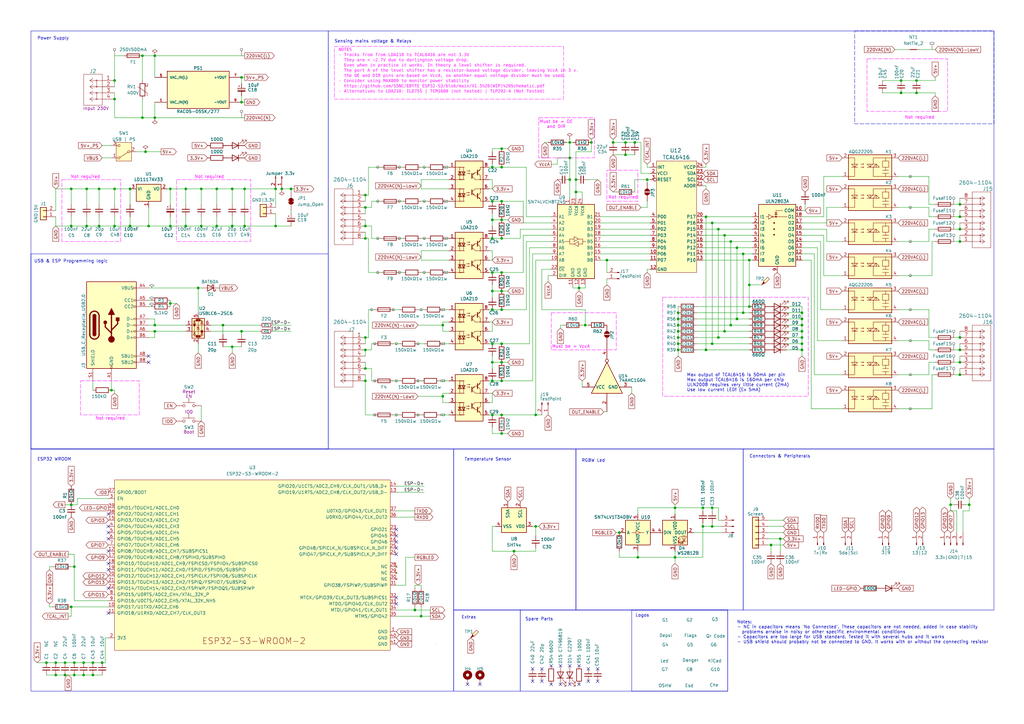
<source format=kicad_sch>
(kicad_sch (version 20250114) (generator "eeschema") (generator_version "9.0")
  (paper "A3")
  (title_block (title "Home Assistant module for lights control") (date "2025-07-22") (rev "20250722.26.8"))
  (lib_symbols
    (symbol "74xGxx:74AHC1G04"
      (property "Reference" "U" (at -2.54 3.81 0))
      (property "Value" "74AHC1G04" (at 0 -3.81 0))
      (symbol "74AHC1G04_1_1"
        (pin input line (at -15.24 0 0) (length 7.62) (name "~") (number "2"))
        (pin power_in line (at -5.08 10.16 270) (length 5.08) (name "VCC") (number "5"))
        (pin power_in line (at -5.08 -10.16 90) (length 5.08) (name "GND") (number "3"))
        (pin output inverted (at 12.7 0 180) (length 7.62) (name "~") (number "4"))
      )
    )
    (symbol "Connector:Conn_01x02_Pin" (pin_names (offset 1.016) (hide yes))
      (property "Reference" "J" (at 0 2.54 0))
      (property "Value" "Conn_01x02_Pin" (at 0 -5.08 0))
      (symbol "Conn_01x02_Pin_1_1"
        (pin passive line (at 5.08 0 180) (length 3.81) (name "Pin_1") (number "1"))
        (pin passive line (at 5.08 -2.54 180) (length 3.81) (name "Pin_2") (number "2"))
      )
    )
    (symbol "Connector:Conn_01x03_Pin" (pin_names (offset 1.016) (hide yes))
      (property "Reference" "J" (at 0 5.08 0))
      (property "Value" "Conn_01x03_Pin" (at 0 -5.08 0))
      (symbol "Conn_01x03_Pin_1_1"
        (pin passive line (at 5.08 2.54 180) (length 3.81) (name "Pin_1") (number "1"))
        (pin passive line (at 5.08 0 180) (length 3.81) (name "Pin_2") (number "2"))
        (pin passive line (at 5.08 -2.54 180) (length 3.81) (name "Pin_3") (number "3"))
      )
    )
    (symbol "Connector:Conn_01x04_Pin" (pin_names (offset 1.016) (hide yes))
      (property "Reference" "J" (at 0 5.08 0))
      (property "Value" "Conn_01x04_Pin" (at 0 -7.62 0))
      (symbol "Conn_01x04_Pin_1_1"
        (pin passive line (at 5.08 2.54 180) (length 3.81) (name "Pin_1") (number "1"))
        (pin passive line (at 5.08 0 180) (length 3.81) (name "Pin_2") (number "2"))
        (pin passive line (at 5.08 -2.54 180) (length 3.81) (name "Pin_3") (number "3"))
        (pin passive line (at 5.08 -5.08 180) (length 3.81) (name "Pin_4") (number "4"))
      )
    )
    (symbol "Connector:TestPoint_Probe" (pin_numbers (hide yes)) (pin_names (offset 0.762) (hide yes))
      (property "Reference" "TP" (at 1.651 5.842 0))
      (property "Value" "TestPoint_Probe" (at 1.651 4.064 0))
      (symbol "TestPoint_Probe_1_1"
        (pin passive line (at 0 0 90) (length 0) (name "1") (number "1"))
      )
    )
    (symbol "Connector:USB_C_Receptacle_USB2.0_16P" (pin_names (offset 1.016))
      (property "Reference" "J" (at 0 22.225 0))
      (property "Value" "USB_C_Receptacle_USB2.0_16P" (at 0 19.685 0))
      (symbol "USB_C_Receptacle_USB2.0_16P_1_1"
        (pin passive line (at -7.62 -22.86 90) (length 5.08) (name "SHIELD") (number "S1"))
        (pin passive line (at 0 -22.86 90) (length 5.08) (name "GND") (number "A1"))
        (pin passive line (at 0 -22.86 90) (length 5.08) (hide yes) (name "GND") (number "A12"))
        (pin passive line (at 0 -22.86 90) (length 5.08) (hide yes) (name "GND") (number "B1"))
        (pin passive line (at 0 -22.86 90) (length 5.08) (hide yes) (name "GND") (number "B12"))
        (pin passive line (at 15.24 15.24 180) (length 5.08) (name "VBUS") (number "A4"))
        (pin passive line (at 15.24 15.24 180) (length 5.08) (hide yes) (name "VBUS") (number "A9"))
        (pin passive line (at 15.24 15.24 180) (length 5.08) (hide yes) (name "VBUS") (number "B4"))
        (pin passive line (at 15.24 15.24 180) (length 5.08) (hide yes) (name "VBUS") (number "B9"))
        (pin bidirectional line (at 15.24 10.16 180) (length 5.08) (name "CC1") (number "A5"))
        (pin bidirectional line (at 15.24 7.62 180) (length 5.08) (name "CC2") (number "B5"))
        (pin bidirectional line (at 15.24 2.54 180) (length 5.08) (name "D-") (number "A7"))
        (pin bidirectional line (at 15.24 0 180) (length 5.08) (name "D-") (number "B7"))
        (pin bidirectional line (at 15.24 -2.54 180) (length 5.08) (name "D+") (number "A6"))
        (pin bidirectional line (at 15.24 -5.08 180) (length 5.08) (name "D+") (number "B6"))
        (pin bidirectional line (at 15.24 -12.7 180) (length 5.08) (name "SBU1") (number "A8"))
        (pin bidirectional line (at 15.24 -15.24 180) (length 5.08) (name "SBU2") (number "B8"))
      )
    )
    (symbol "Connector_Generic:Conn_01x02" (pin_names (offset 1.016) (hide yes))
      (property "Reference" "J" (at 0 2.54 0))
      (property "Value" "Conn_01x02" (at 0 -5.08 0))
      (symbol "Conn_01x02_1_1"
        (pin passive line (at -5.08 0 0) (length 3.81) (name "Pin_1") (number "1"))
        (pin passive line (at -5.08 -2.54 0) (length 3.81) (name "Pin_2") (number "2"))
      )
    )
    (symbol "Connector_Generic:Conn_01x05" (pin_names (offset 1.016) (hide yes))
      (property "Reference" "J" (at 0 7.62 0))
      (property "Value" "Conn_01x05" (at 0 -7.62 0))
      (symbol "Conn_01x05_1_1"
        (pin passive line (at -5.08 5.08 0) (length 3.81) (name "Pin_1") (number "1"))
        (pin passive line (at -5.08 2.54 0) (length 3.81) (name "Pin_2") (number "2"))
        (pin passive line (at -5.08 0 0) (length 3.81) (name "Pin_3") (number "3"))
        (pin passive line (at -5.08 -2.54 0) (length 3.81) (name "Pin_4") (number "4"))
        (pin passive line (at -5.08 -5.08 0) (length 3.81) (name "Pin_5") (number "5"))
      )
    )
    (symbol "Device:C_Polarized_Small" (pin_numbers (hide yes)) (pin_names (offset 0.254) (hide yes))
      (property "Reference" "C" (at 0.254 1.778 0))
      (property "Value" "C_Polarized_Small" (at 0.254 -2.032 0))
      (symbol "C_Polarized_Small_1_1"
        (pin passive line (at 0 2.54 270) (length 1.8542) (name "~") (number "1"))
        (pin passive line (at 0 -2.54 90) (length 1.8542) (name "~") (number "2"))
      )
    )
    (symbol "Device:C_Small" (pin_numbers (hide yes)) (pin_names (offset 0.254) (hide yes))
      (property "Reference" "C" (at 0.254 1.778 0))
      (property "Value" "C_Small" (at 0.254 -2.032 0))
      (symbol "C_Small_1_1"
        (pin passive line (at 0 2.54 270) (length 2.032) (name "~") (number "1"))
        (pin passive line (at 0 -2.54 90) (length 2.032) (name "~") (number "2"))
      )
    )
    (symbol "Device:Fuse" (pin_numbers (hide yes)) (pin_names (offset 0))
      (property "Reference" "F" (at 2.032 0 90))
      (property "Value" "Fuse" (at -1.905 0 90))
      (symbol "Fuse_1_1"
        (pin passive line (at 0 3.81 270) (length 1.27) (name "~") (number "1"))
        (pin passive line (at 0 -3.81 90) (length 1.27) (name "~") (number "2"))
      )
    )
    (symbol "Device:LED" (pin_numbers (hide yes)) (pin_names (offset 1.016) (hide yes))
      (property "Reference" "D" (at 0 2.54 0))
      (property "Value" "LED" (at 0 -2.54 0))
      (symbol "LED_1_1"
        (pin passive line (at -3.81 0 0) (length 2.54) (name "K") (number "1"))
        (pin passive line (at 3.81 0 180) (length 2.54) (name "A") (number "2"))
      )
    )
    (symbol "Device:NetTie_2" (pin_numbers (hide yes)) (pin_names (offset 0) (hide yes)) (in_bom no)
      (property "Reference" "NT" (at 0 1.27 0))
      (property "Value" "NetTie_2" (at 0 -1.27 0))
      (symbol "NetTie_2_1_1"
        (pin passive line (at -2.54 0 0) (length 2.54) (name "1") (number "1"))
        (pin passive line (at 2.54 0 180) (length 2.54) (name "2") (number "2"))
      )
    )
    (symbol "Device:R" (pin_numbers (hide yes)) (pin_names (offset 0))
      (property "Reference" "R" (at 2.032 0 90))
      (property "Value" "R" (at 0 0 90))
      (symbol "R_1_1"
        (pin passive line (at 0 3.81 270) (length 1.27) (name "~") (number "1"))
        (pin passive line (at 0 -3.81 90) (length 1.27) (name "~") (number "2"))
      )
    )
    (symbol "Device:R_Small" (pin_numbers (hide yes)) (pin_names (offset 0.254) (hide yes))
      (property "Reference" "R" (at 0 0 90))
      (property "Value" "R_Small" (at 1.778 0 90))
      (symbol "R_Small_1_1"
        (pin passive line (at 0 2.54 270) (length 0.762) (name "~") (number "1"))
        (pin passive line (at 0 -2.54 90) (length 0.762) (name "~") (number "2"))
      )
    )
    (symbol "Device:Varistor" (pin_numbers (hide yes)) (pin_names (offset 0))
      (property "Reference" "RV" (at 3.175 0 90))
      (property "Value" "Varistor" (at -3.175 0 90))
      (symbol "Varistor_0_0"
        (text "U" (at -1.778 -2.032 0) (effects (font (size 1.27 1.27))))
      )
      (symbol "Varistor_1_1"
        (pin passive line (at 0 3.81 270) (length 1.27) (name "~") (number "1"))
        (pin passive line (at 0 -3.81 90) (length 1.27) (name "~") (number "2"))
      )
    )
    (symbol "Diode:BAT60A" (pin_numbers (hide yes)) (pin_names (offset 1.016) (hide yes))
      (property "Reference" "D" (at 0 2.54 0))
      (property "Value" "BAT60A" (at 0 -2.54 0))
      (symbol "BAT60A_1_1"
        (pin passive line (at -3.81 0 0) (length 2.54) (name "K") (number "1"))
        (pin passive line (at 3.81 0 180) (length 2.54) (name "A") (number "2"))
      )
    )
    (symbol "Hamodule_Icons_Symbols:Che" (in_bom no)
      (property "Reference" "G" (at -0.508 2.286 0))
      (property "Value" "Che" (at -0.508 -4.064 0))
    )
    (symbol "Hamodule_Icons_Symbols:Danger" (in_bom no)
      (property "Reference" "G" (at 0 2.286 0))
      (property "Value" "Danger" (at 0 -4.064 0))
    )
    (symbol "Hamodule_Icons_Symbols:Depsi" (in_bom no)
      (property "Reference" "G" (at 0 2.286 0))
      (property "Value" "Depsi" (at 0 -4.064 0))
    )
    (symbol "Hamodule_Icons_Symbols:Esd" (in_bom no)
      (property "Reference" "G" (at 0 2.286 0))
      (property "Value" "Esd" (at 0 -4.064 0))
    )
    (symbol "Hamodule_Icons_Symbols:Flags" (in_bom no)
      (property "Reference" "G" (at 0 2.286 0))
      (property "Value" "Flags" (at 0 -4.064 0))
    )
    (symbol "Hamodule_Icons_Symbols:KiCad" (in_bom no)
      (property "Reference" "G" (at 0 2.286 0))
      (property "Value" "KiCad" (at 0 -4.064 0))
    )
    (symbol "Hamodule_Icons_Symbols:Led" (in_bom no)
      (property "Reference" "G" (at 0 2.286 0))
      (property "Value" "Led" (at 0 -4.064 0))
    )
    (symbol "Hamodule_Icons_Symbols:OSHW" (in_bom no)
      (property "Reference" "G" (at 0 2.286 0))
      (property "Value" "OSHW" (at 0 -4.064 0))
    )
    (symbol "Hamodule_Icons_Symbols:Qr_Code" (in_bom no)
      (property "Reference" "G" (at 0 2.286 0))
      (property "Value" "Qr Code" (at 0 -4.064 0))
    )
    (symbol "Hamodule_Symbols:2604-1102" (pin_names (offset 0.254) (hide yes))
      (property "Reference" "J" (at -1.27 8.89 0))
      (property "Value" "2604-1102" (at -1.27 -6.35 0))
      (symbol "2604-1102_1_1"
        (pin passive line (at -10.16 5.08 0) (length 5.08) (name "4") (number "4"))
        (pin passive line (at -10.16 2.54 0) (length 5.08) (name "3") (number "3"))
        (pin passive line (at -10.16 0 0) (length 5.08) (name "2") (number "2"))
        (pin passive line (at -10.16 -2.54 0) (length 5.08) (name "1") (number "1"))
      )
    )
    (symbol "Hamodule_Symbols:2604-1104" (pin_names (offset 0.254) (hide yes))
      (property "Reference" "J" (at -1.27 16.51 0))
      (property "Value" "2604-1104" (at 0 0 0))
      (symbol "2604-1104_1_1"
        (pin passive line (at -10.16 10.16 0) (length 5.08) (name "8") (number "8"))
        (pin passive line (at -10.16 7.62 0) (length 5.08) (name "7") (number "7"))
        (pin passive line (at -10.16 5.08 0) (length 5.08) (name "6") (number "6"))
        (pin passive line (at -10.16 2.54 0) (length 5.08) (name "5") (number "5"))
        (pin passive line (at -10.16 0 0) (length 5.08) (name "4") (number "4"))
        (pin passive line (at -10.16 -2.54 0) (length 5.08) (name "3") (number "3"))
        (pin passive line (at -10.16 -5.08 0) (length 5.08) (name "2") (number "2"))
        (pin passive line (at -10.16 -7.62 0) (length 5.08) (name "1") (number "1"))
      )
    )
    (symbol "Hamodule_Symbols:AQG12205" (pin_names (offset 0.762))
      (property "Reference" "K" (at -8.89 6.35 0))
      (property "Value" "AQG12205" (at -1.27 6.35 0))
      (symbol "AQG12205_1_1"
        (pin passive line (at -11.43 3.81 0) (length 2.54) (name "~") (number "2"))
        (pin passive line (at -11.43 -3.81 0) (length 2.54) (name "~") (number "1"))
        (pin passive line (at 11.43 3.81 180) (length 2.54) (name "~") (number "3"))
        (pin passive line (at 11.43 -3.81 180) (length 2.54) (name "~") (number "4"))
      )
    )
    (symbol "Hamodule_Symbols:ESP32-S3-WROOM-2" (pin_names (offset 1.016))
      (property "Reference" "U" (at 0 35.56 0))
      (property "Value" "ESP32-S3-WROOM-2" (at 0 -36.83 0))
      (symbol "ESP32-S3-WROOM-2_0_0"
        (text "ESP32-S3-WROOM-2" (at 0 -31.75 0) (effects (font (size 2.54 2.54))))
        (pin bidirectional line (at -59.69 29.21 0) (length 2.54) (name "GPIO0/BOOT") (number "27"))
        (pin input line (at -59.69 26.67 0) (length 2.54) (name "EN") (number "3"))
        (pin bidirectional line (at -59.69 22.86 0) (length 2.54) (name "GPIO1/TOUCH1/ADC1_CH0") (number "39"))
        (pin bidirectional line (at -59.69 20.32 0) (length 2.54) (name "GPIO2/TOUCH2/ADC1_CH1") (number "38"))
        (pin bidirectional line (at -59.69 17.78 0) (length 2.54) (name "GPIO3/TOUCH3/ADC1_CH2") (number "15"))
        (pin bidirectional line (at -59.69 15.24 0) (length 2.54) (name "GPIO4/TOUCH4/ADC1_CH3") (number "4"))
        (pin bidirectional line (at -59.69 12.7 0) (length 2.54) (name "GPIO5/TOUCH5/ADC1_CH4") (number "5"))
        (pin bidirectional line (at -59.69 10.16 0) (length 2.54) (name "GPIO6/TOUCH6/ADC1_CH5") (number "6"))
        (pin bidirectional line (at -59.69 7.62 0) (length 2.54) (name "GPIO7/TOUCH7/ADC1_CH6") (number "7"))
        (pin bidirectional line (at -59.69 5.08 0) (length 2.54) (name "GPIO8/TOUCH8/ADC1_CH7/SUBSPICS1") (number "12"))
        (pin bidirectional line (at -59.69 2.54 0) (length 2.54) (name "GPIO9/TOUCH9/ADC1_CH8/FSPIHD/SUBSPIHD") (number "17"))
        (pin bidirectional line (at -59.69 0 0) (length 2.54) (name "GPIO10/TOUCH10/ADC1_CH9/FSPICS0/FSPIIO4/SUBSPICS0") (number "18"))
        (pin bidirectional line (at -59.69 -2.54 0) (length 2.54) (name "GPIO11/TOUCH11/ADC2_CH0/FSPID/FSPIIO5/SUBSPID") (number "19"))
        (pin bidirectional line (at -59.69 -5.08 0) (length 2.54) (name "GPIO12/TOUCH12/ADC2_CH1/FSPICLK/FSPIIO6/SUBSPICLK") (number "20"))
        (pin bidirectional line (at -59.69 -7.62 0) (length 2.54) (name "GPIO13/TOUCH13/ADC2_CH2/FSPIQ/FSPIIO7/SUBSPIQ") (number "21"))
        (pin bidirectional line (at -59.69 -10.16 0) (length 2.54) (name "GPIO14/TOUCH14/ADC2_CH3/FSPIWP/FSPIDQS/SUBSPIWP") (number "22"))
        (pin bidirectional line (at -59.69 -12.7 0) (length 2.54) (name "GPIO15/U0RTS/ADC2_CH4/XTAL_32K_P") (number "8"))
        (pin bidirectional line (at -59.69 -15.24 0) (length 2.54) (name "GPIO16/U0CTS/ADC2_CH5/XTAL_32K_NH5") (number "9"))
        (pin bidirectional line (at -59.69 -17.78 0) (length 2.54) (name "GPIO17/U1TXD/ADC2_CH6") (number "10"))
        (pin bidirectional line (at -59.69 -20.32 0) (length 2.54) (name "GPIO18/U1RXD/ADC2_CH7/CLK_OUT3") (number "11"))
        (pin power_in line (at -59.69 -30.48 0) (length 2.54) (name "3V3") (number "2"))
        (pin bidirectional line (at 58.42 31.75 180) (length 2.54) (name "GPIO20/U1CTS/ADC2_CH9/CLK_OUT1/USB_D+") (number "14"))
        (pin bidirectional line (at 58.42 29.21 180) (length 2.54) (name "GPIO19/U1RTS/ADC2_CH8/CLK_OUT2/USB_D-") (number "13"))
        (pin bidirectional line (at 58.42 21.59 180) (length 2.54) (name "U0TXD/GPIO43/CLK_OUT1") (number "37"))
        (pin bidirectional line (at 58.42 19.05 180) (length 2.54) (name "U0RXD/GPIO44/CLK_OUT2") (number "36"))
        (pin bidirectional line (at 58.42 13.97 180) (length 2.54) (name "GPIO21") (number "23"))
        (pin bidirectional line (at 58.42 11.43 180) (length 2.54) (name "GPIO45") (number "26"))
        (pin bidirectional line (at 58.42 8.89 180) (length 2.54) (name "GPIO46") (number "16"))
        (pin bidirectional line (at 58.42 6.35 180) (length 2.54) (name "GPIO48/SPICLK_N/SUBSPICLK_N_DIFF") (number "25"))
        (pin bidirectional line (at 58.42 3.81 180) (length 2.54) (name "GPIO47/SPICLK_P/SUBSPICLK_P_DIFF") (number "24"))
        (pin no_connect line (at 58.42 -1.27 180) (length 2.54) (name "NC") (number "28"))
        (pin no_connect line (at 58.42 -3.81 180) (length 2.54) (name "NC") (number "29"))
        (pin no_connect line (at 58.42 -6.35 180) (length 2.54) (name "NC") (number "30"))
        (pin bidirectional line (at 58.42 -8.89 180) (length 2.54) (name "GPIO38/FSPIWP/SUBSPIWP") (number "31"))
        (pin bidirectional line (at 58.42 -13.97 180) (length 2.54) (name "MTCK/GPIO39/CLK_OUT3/SUBSPICS1") (number "32"))
        (pin bidirectional line (at 58.42 -16.51 180) (length 2.54) (name "MTDO/GPIO40/CLK_OUT2") (number "33"))
        (pin bidirectional line (at 58.42 -19.05 180) (length 2.54) (name "MTDI/GPIO41/CLK_OUT1") (number "34"))
        (pin bidirectional line (at 58.42 -21.59 180) (length 2.54) (name "MTMS/GPIO42") (number "35"))
        (pin power_in line (at 58.42 -27.94 180) (length 2.54) (name "GND") (number "1"))
        (pin power_in line (at 58.42 -30.48 180) (length 2.54) (name "GND") (number "40"))
        (pin power_in line (at 58.42 -33.02 180) (length 2.54) (name "GND") (number "41"))
      )
    )
    (symbol "Hamodule_Symbols:LDA210" (pin_names (offset 1.016))
      (property "Reference" "U" (at 0.127 9.144 0))
      (property "Value" "LDA210" (at -2.794 -12.7 0))
      (symbol "LDA210_1_1"
        (pin passive line (at -7.62 5.08 0) (length 2.54) (name "~") (number "1"))
        (pin passive line (at -7.62 0 0) (length 2.54) (name "~") (number "2"))
        (pin passive line (at -7.62 -3.81 0) (length 2.54) (name "~") (number "3"))
        (pin passive line (at -7.62 -8.89 0) (length 2.54) (name "~") (number "4"))
        (pin passive line (at 8.89 5.08 180) (length 2.54) (name "~") (number "8"))
        (pin passive line (at 8.89 0 180) (length 2.54) (name "~") (number "7"))
        (pin passive line (at 8.89 -3.81 180) (length 2.54) (name "~") (number "6"))
        (pin passive line (at 8.89 -8.89 180) (length 2.54) (name "~") (number "5"))
      )
    )
    (symbol "Hamodule_Symbols:RAC05-05SK/277" (pin_names (offset 1.016))
      (property "Reference" "PS" (at -12.7 8.89 0))
      (property "Value" "RAC05-05SK{slash}277" (at -12.7 -10.16 0))
      (symbol "RAC05-05SK/277_0_0"
        (pin power_in line (at -17.78 5.08 0) (length 5.08) (name "VAC_IN(L)") (number "5"))
        (pin power_in line (at -17.78 -5.08 0) (length 5.08) (name "VAC_IN(N)") (number "1"))
        (pin power_out line (at 17.78 5.08 180) (length 5.08) (name "+VOUT") (number "7"))
        (pin power_out line (at 17.78 -5.08 180) (length 5.08) (name "-VOUT") (number "9"))
      )
    )
    (symbol "Hamodule_Symbols:SN74LVCH8T245"
      (property "Reference" "U" (at -6.35 27.94 0))
      (property "Value" "SN74LVCH8T245" (at 3.81 27.94 0))
      (symbol "SN74LVCH8T245_1_1"
        (pin bidirectional line (at -10.16 17.78 0) (length 2.54) (name "A1") (number "3"))
        (pin bidirectional line (at -10.16 15.24 0) (length 2.54) (name "A2") (number "4"))
        (pin bidirectional line (at -10.16 12.7 0) (length 2.54) (name "A3") (number "5"))
        (pin bidirectional line (at -10.16 10.16 0) (length 2.54) (name "A4") (number "6"))
        (pin bidirectional line (at -10.16 7.62 0) (length 2.54) (name "A5") (number "7"))
        (pin bidirectional line (at -10.16 5.08 0) (length 2.54) (name "A6") (number "8"))
        (pin bidirectional line (at -10.16 2.54 0) (length 2.54) (name "A7") (number "9"))
        (pin bidirectional line (at -10.16 0 0) (length 2.54) (name "A8") (number "10"))
        (pin input line (at -10.16 -3.81 0) (length 2.54) (name "~{OE}") (number "22"))
        (pin input line (at -10.16 -6.35 0) (length 2.54) (name "DIR") (number "2"))
        (pin power_in line (at -2.54 25.4 270) (length 2.54) (name "V_{CCA}") (number "1"))
        (pin power_in line (at -1.27 -10.16 90) (length 2.54) (name "GND") (number "11"))
        (pin power_in line (at 0 25.4 270) (length 2.54) (name "V_{CCB}") (number "23"))
        (pin power_in line (at 1.27 -10.16 90) (length 2.54) (name "GND") (number "12"))
        (pin power_in line (at 2.54 25.4 270) (length 2.54) (name "V_{CCB}") (number "24"))
        (pin power_in line (at 3.81 -10.16 90) (length 2.54) (name "GND") (number "13"))
        (pin bidirectional line (at 10.16 17.78 180) (length 2.54) (name "B1") (number "21"))
        (pin bidirectional line (at 10.16 15.24 180) (length 2.54) (name "B2") (number "20"))
        (pin bidirectional line (at 10.16 12.7 180) (length 2.54) (name "B3") (number "19"))
        (pin bidirectional line (at 10.16 10.16 180) (length 2.54) (name "B4") (number "18"))
        (pin bidirectional line (at 10.16 7.62 180) (length 2.54) (name "B5") (number "17"))
        (pin bidirectional line (at 10.16 5.08 180) (length 2.54) (name "B6") (number "16"))
        (pin bidirectional line (at 10.16 2.54 180) (length 2.54) (name "B7") (number "15"))
        (pin bidirectional line (at 10.16 0 180) (length 2.54) (name "B8") (number "14"))
      )
    )
    (symbol "Hamodule_Symbols:TCAL6416" (pin_names (offset 0.254))
      (property "Reference" "U" (at 14.986 17.78 0))
      (property "Value" "TCAL6416" (at 15.494 14.732 0))
      (symbol "TCAL6416_0_1"
        (pin output line (at 5.08 10.16 0) (length 2.54) (name "INT") (number "1"))
        (pin power_in line (at 5.08 7.62 0) (length 2.54) (name "VCCI") (number "2"))
        (pin input inverted (at 5.08 5.08 0) (length 2.54) (name "RESET") (number "3"))
        (pin bidirectional line (at 5.08 -10.16 0) (length 2.54) (name "P00") (number "4"))
        (pin bidirectional line (at 5.08 -12.7 0) (length 2.54) (name "P01") (number "5"))
        (pin bidirectional line (at 5.08 -15.24 0) (length 2.54) (name "P02") (number "6"))
        (pin bidirectional line (at 5.08 -17.78 0) (length 2.54) (name "P03") (number "7"))
        (pin bidirectional line (at 5.08 -20.32 0) (length 2.54) (name "P04") (number "8"))
        (pin bidirectional line (at 5.08 -22.86 0) (length 2.54) (name "P05") (number "9"))
        (pin bidirectional line (at 5.08 -25.4 0) (length 2.54) (name "P06") (number "10"))
        (pin bidirectional line (at 5.08 -27.94 0) (length 2.54) (name "P07") (number "11"))
        (pin power_in line (at 26.67 10.16 180) (length 2.54) (name "VCCP") (number "24"))
        (pin bidirectional line (at 26.67 7.62 180) (length 2.54) (name "SDA") (number "23"))
        (pin input line (at 26.67 5.08 180) (length 2.54) (name "SCL") (number "22"))
        (pin input line (at 26.67 2.54 180) (length 2.54) (name "ADDR") (number "21"))
        (pin bidirectional line (at 26.67 -10.16 180) (length 2.54) (name "P17") (number "20"))
        (pin bidirectional line (at 26.67 -12.7 180) (length 2.54) (name "P16") (number "19"))
        (pin bidirectional line (at 26.67 -15.24 180) (length 2.54) (name "P15") (number "18"))
        (pin bidirectional line (at 26.67 -17.78 180) (length 2.54) (name "P14") (number "17"))
        (pin bidirectional line (at 26.67 -20.32 180) (length 2.54) (name "P13") (number "16"))
        (pin bidirectional line (at 26.67 -22.86 180) (length 2.54) (name "P12") (number "15"))
        (pin bidirectional line (at 26.67 -25.4 180) (length 2.54) (name "P11") (number "14"))
        (pin bidirectional line (at 26.67 -27.94 180) (length 2.54) (name "P10") (number "13"))
      )
      (symbol "TCAL6416_1_1"
        (pin power_in line (at 5.08 -31.75 0) (length 2.54) (name "GND") (number "12"))
      )
    )
    (symbol "Jumper:SolderJumper_2_Bridged" (pin_numbers (hide yes)) (pin_names (offset 0) (hide yes)) (in_bom no)
      (property "Reference" "JP" (at 0 2.032 0))
      (property "Value" "SolderJumper_2_Bridged" (at 0 -2.54 0))
      (symbol "SolderJumper_2_Bridged_1_1"
        (pin passive line (at -3.81 0 0) (length 2.54) (name "A") (number "1"))
        (pin passive line (at 3.81 0 180) (length 2.54) (name "B") (number "2"))
      )
    )
    (symbol "Jumper:SolderJumper_2_Open" (pin_numbers (hide yes)) (pin_names (offset 0) (hide yes)) (in_bom no)
      (property "Reference" "JP" (at 0 2.032 0))
      (property "Value" "SolderJumper_2_Open" (at 0 -2.54 0))
      (symbol "SolderJumper_2_Open_1_1"
        (pin passive line (at -3.81 0 0) (length 2.54) (name "A") (number "1"))
        (pin passive line (at 3.81 0 180) (length 2.54) (name "B") (number "2"))
      )
    )
    (symbol "LED:WS2812B" (pin_names (offset 0.254))
      (property "Reference" "D" (at 5.08 5.715 0))
      (property "Value" "WS2812B" (at 1.27 -5.715 0))
      (symbol "WS2812B_0_0"
        (text "RGB" (at 2.286 -4.191 0) (effects (font (size 0.762 0.762))))
      )
      (symbol "WS2812B_1_1"
        (pin input line (at -7.62 0 0) (length 2.54) (name "DIN") (number "4"))
        (pin power_in line (at 0 7.62 270) (length 2.54) (name "VDD") (number "1"))
        (pin power_in line (at 0 -7.62 90) (length 2.54) (name "VSS") (number "3"))
        (pin output line (at 7.62 0 180) (length 2.54) (name "DOUT") (number "2"))
      )
    )
    (symbol "Logic_LevelTranslator:SN74LV1T34DBV"
      (property "Reference" "U" (at 5.08 6.35 0))
      (property "Value" "SN74LV1T34DBV" (at 5.08 3.81 0))
      (symbol "SN74LV1T34DBV_1_1"
        (pin input line (at -7.62 0 0) (length 2.54) (name "A") (number "2"))
        (pin no_connect line (at -5.08 2.54 0) (length 2.54) (hide yes) (name "NC") (number "1"))
        (pin power_in line (at 0 7.62 270) (length 2.54) (name "VCC") (number "5"))
        (pin power_in line (at 0 -7.62 90) (length 2.54) (name "GND") (number "3"))
        (pin output line (at 7.62 0 180) (length 2.54) (name "Y") (number "4"))
      )
    )
    (symbol "Mechanical:MountingHole_Pad" (pin_numbers (hide yes)) (pin_names (offset 1.016) (hide yes)) (in_bom no)
      (property "Reference" "H" (at 0 6.35 0))
      (property "Value" "MountingHole_Pad" (at 0 4.445 0))
      (symbol "MountingHole_Pad_1_1"
        (pin input line (at 0 -2.54 90) (length 2.54) (name "1") (number "1"))
      )
    )
    (symbol "Power_Protection:USBLC6-2SC6" (pin_names (hide yes))
      (property "Reference" "U" (at 0.635 5.715 0))
      (property "Value" "USBLC6-2SC6" (at 0.635 3.81 0))
      (symbol "USBLC6-2SC6_1_1"
        (pin passive line (at -5.08 0 0) (length 2.54) (name "I/O1") (number "1"))
        (pin passive line (at -5.08 -2.54 0) (length 2.54) (name "I/O2") (number "3"))
        (pin passive line (at 0 5.08 270) (length 2.54) (name "VBUS") (number "5"))
        (pin passive line (at 0 -7.62 90) (length 2.54) (name "GND") (number "2"))
        (pin passive line (at 5.08 0 180) (length 2.54) (name "I/O1") (number "6"))
        (pin passive line (at 5.08 -2.54 180) (length 2.54) (name "I/O2") (number "4"))
      )
    )
    (symbol "Regulator_Linear:LD1117V33"
      (property "Reference" "U" (at -3.81 3.175 0))
      (property "Value" "LD1117V33" (at 0 3.175 0))
      (symbol "LD1117V33_1_1"
        (pin power_in line (at -7.62 0 0) (length 2.54) (name "VI") (number "3"))
        (pin power_in line (at 0 -7.62 90) (length 2.54) (name "GND") (number "1"))
        (pin power_out line (at 7.62 0 180) (length 2.54) (name "VO") (number "2"))
      )
    )
    (symbol "Sensor_Humidity:SHT4x"
      (property "Reference" "U" (at 0 8.89 0))
      (property "Value" "SHT4x" (at 0 6.35 0))
      (symbol "SHT4x_1_1"
        (pin input line (at -7.62 2.54 0) (length 2.54) (name "SCL") (number "2"))
        (pin bidirectional line (at -7.62 -2.54 0) (length 2.54) (name "SDA") (number "1"))
        (pin power_in line (at 2.54 7.62 270) (length 2.54) (name "VDD") (number "3"))
        (pin power_in line (at 2.54 -7.62 90) (length 2.54) (name "VSS") (number "4"))
      )
    )
    (symbol "Switch:SW_Push" (pin_numbers (hide yes)) (pin_names (offset 1.016) (hide yes))
      (property "Reference" "SW" (at 1.27 2.54 0))
      (property "Value" "SW_Push" (at 0 -1.524 0))
      (symbol "SW_Push_0_1"
        (pin passive line (at -5.08 0 0) (length 2.54) (name "1") (number "1"))
        (pin passive line (at 5.08 0 180) (length 2.54) (name "2") (number "2"))
      )
    )
    (symbol "Switch:SW_SPDT" (pin_names (offset 0) (hide yes))
      (property "Reference" "SW" (at 0 5.08 0))
      (property "Value" "SW_SPDT" (at 0 -5.08 0))
      (symbol "SW_SPDT_1_1"
        (pin passive line (at -5.08 0 0) (length 2.54) (name "B") (number "2"))
        (pin passive line (at 5.08 2.54 180) (length 2.54) (name "A") (number "1"))
        (pin passive line (at 5.08 -2.54 180) (length 2.54) (name "C") (number "3"))
      )
    )
    (symbol "Transistor_Array:ULN2803A"
      (property "Reference" "U" (at 0 13.335 0))
      (property "Value" "ULN2803A" (at 0 11.43 0))
      (symbol "ULN2803A_1_1"
        (pin input line (at -10.16 5.08 0) (length 2.54) (name "I1") (number "1"))
        (pin input line (at -10.16 2.54 0) (length 2.54) (name "I2") (number "2"))
        (pin input line (at -10.16 0 0) (length 2.54) (name "I3") (number "3"))
        (pin input line (at -10.16 -2.54 0) (length 2.54) (name "I4") (number "4"))
        (pin input line (at -10.16 -5.08 0) (length 2.54) (name "I5") (number "5"))
        (pin input line (at -10.16 -7.62 0) (length 2.54) (name "I6") (number "6"))
        (pin input line (at -10.16 -10.16 0) (length 2.54) (name "I7") (number "7"))
        (pin input line (at -10.16 -12.7 0) (length 2.54) (name "I8") (number "8"))
        (pin power_in line (at 0 -17.78 90) (length 2.54) (name "GND") (number "9"))
        (pin passive line (at 10.16 7.62 180) (length 2.54) (name "COM") (number "10"))
        (pin open_collector line (at 10.16 5.08 180) (length 2.54) (name "O1") (number "18"))
        (pin open_collector line (at 10.16 2.54 180) (length 2.54) (name "O2") (number "17"))
        (pin open_collector line (at 10.16 0 180) (length 2.54) (name "O3") (number "16"))
        (pin open_collector line (at 10.16 -2.54 180) (length 2.54) (name "O4") (number "15"))
        (pin open_collector line (at 10.16 -5.08 180) (length 2.54) (name "O5") (number "14"))
        (pin open_collector line (at 10.16 -7.62 180) (length 2.54) (name "O6") (number "13"))
        (pin open_collector line (at 10.16 -10.16 180) (length 2.54) (name "O7") (number "12"))
        (pin open_collector line (at 10.16 -12.7 180) (length 2.54) (name "O8") (number "11"))
      )
    )
    (symbol "power:PWR_FLAG" (power) (pin_numbers (hide yes)) (pin_names (offset 0) (hide yes))
      (property "Value" "PWR_FLAG" (at 0 3.81 0))
      (symbol "PWR_FLAG_0_0"
        (pin power_out line (at 0 0 90) (length 0) (name "~") (number "1"))
      )
    )
  )
  (rectangle (start 248.92 69.85) (end 261.62 82.55) (stroke (width 0) (type dash) (color 255 0 255 1)))
  (rectangle (start 12.7 104.14) (end 134.62 184.15))
  (rectangle (start 134.62 12.7) (end 407.67 184.15))
  (rectangle (start 12.7 12.7) (end 134.62 184.15))
  (rectangle (start 25.4 73.66) (end 49.53 99.06) (stroke (width 0) (type dash) (color 255 0 255 1)))
  (rectangle (start 186.055 250.19) (end 213.36 283.464))
  (rectangle (start 186.055 184.15) (end 236.22 250.19))
  (rectangle (start 259.08 250.19) (end 298.45 283.464))
  (rectangle (start 33.02 156.21) (end 57.15 170.18) (stroke (width 0) (type dash) (color 255 0 255 1)))
  (rectangle (start 355.6 24.13) (end 388.62 45.72) (stroke (width 0) (type dash) (color 255 0 255 1)))
  (rectangle (start 271.78 121.92) (end 331.47 162.56) (stroke (width 0) (type dash) (color 255 0 255 1)))
  (rectangle (start 220.98 48.26) (end 243.84 64.77) (stroke (width 0) (type dash) (color 255 0 255 1)))
  (rectangle (start 137.16 19.05) (end 231.14 40.64) (stroke (width 0) (type dash) (color 255 0 255 1)))
  (rectangle (start 236.22 184.15) (end 304.8 250.19))
  (rectangle (start 213.36 250.19) (end 298.45 283.464))
  (rectangle (start 72.39 73.66) (end 102.87 99.06) (stroke (width 0) (type dash) (color 255 0 255 1)))
  (rectangle (start 12.7 184.15) (end 186.055 283.464))
  (rectangle (start 350.52 12.7) (end 407.67 50.8) (stroke (width 0) (type dash)))
  (rectangle (start 226.06 128.27) (end 252.73 143.51) (stroke (width 0) (type dash) (color 255 0 255 1)))
  (rectangle (start 304.8 184.15) (end 407.67 250.19))
  (text "Must be = VccA" (at 234.188 142.24 0) (effects (font (size 1.27 1.27))))
  (text "USB & ESP Programming logic" (at 13.97 107.95 0) (effects (font (size 1.27 1.27)) (justify left bottom)))
  (text "NOTES\n- Tracks from from LDA210 to TCAL6416 are not 3.3V\n  They are < ~2.7V due to darlington voltage drop.\n  Even when in practice it works. In theory a level shifter is required.\n  The port A of the level shifter has a resistor-based voltage divider, leaving VccA in 3 v.\n  the OE and DIR pins are based on VccA, so another equal voltage divider must be used.\n- Consider using MAX809 to monitor power stability\n  https://github.com/S5NC/EBYTE_ESP32-S3/blob/main/V1.5%20(WIP)%20Schematic.pdf\n- Alternatives to LDA210: ILD755 | TCM1600 (not tested) | TLP292-4 (Not Tested)\n" (at 138.938 29.464 0) (effects (font (size 1.27 1.27)) (justify left)))
  (text "Must be = OE\nand DIR" (at 228.092 51.054 0) (effects (font (size 1.27 1.27))))
  (text "Spare Parts" (at 215.392 254.762 0) (effects (font (size 1.27 1.27)) (justify left bottom)))
  (text "Not required" (at 255.524 81.026 0) (effects (font (size 1.27 1.27))))
  (text "Temperature Sensor" (at 190.5 189.23 0) (effects (font (size 1.27 1.27)) (justify left bottom)))
  (text "Power Supply" (at 15.24 16.51 0) (effects (font (size 1.27 1.27)) (justify left bottom)))
  (text "Logos" (at 260.604 253.238 0) (effects (font (size 1.27 1.27)) (justify left bottom)))
  (text "Extras" (at 189.23 254 0) (effects (font (size 1.27 1.27)) (justify left bottom)))
  (text "Not required" (at 377.19 48.26 0) (effects (font (size 1.27 1.27))))
  (text "Not required" (at 85.852 72.644 0) (effects (font (size 1.27 1.27))))
  (text "Max output of TCAL6416 is 50mA per pin\nMax output TCAL6416 is 160mA per chip\nULN2008 requires very little current (2mA)\nUse low current LED! (Ex 5mA)\n\n" (at 281.686 157.988 0) (effects (font (size 1.27 1.27)) (justify left)))
  (text "Connectors & Peripherals" (at 307.34 187.96 0) (effects (font (size 1.27 1.27)) (justify left bottom)))
  (text "ESP32 WROOM\n" (at 15.24 189.23 0) (effects (font (size 1.27 1.27)) (justify left bottom)))
  (text "RGBW Led" (at 238.506 189.738 0) (effects (font (size 1.27 1.27)) (justify left bottom)))
  (text "Notes:\n- NC in capacitors means 'No Connected'. These capacitors are not needed, added in case stability \n  problems arraise in noisy or other specific environmental conditions\n- Capacitors are too large for USB standard. Tested it with several hubs and it works\n- USB shield should probably not be connected to GND. It works with or without the connecting resistor" (at 302.26 264.16 0) (effects (font (size 1.27 1.27)) (justify left bottom)))
  (text "Sensing mains voltage & Relays\n" (at 137.16 17.78 0) (effects (font (size 1.27 1.27)) (justify left bottom)))
  (text "Not required" (at 45.212 171.704 0) (effects (font (size 1.27 1.27))))
  (text "Not required" (at 35.052 72.644 0) (effects (font (size 1.27 1.27))))
  (junction (at 82.55 92.71))
  (junction (at 328.93 135.89))
  (junction (at 251.46 58.42))
  (junction (at 278.13 133.35))
  (junction (at 205.74 148.59))
  (junction (at 201.93 170.18))
  (junction (at 288.29 215.9))
  (junction (at 328.93 128.27))
  (junction (at 29.21 207.01))
  (junction (at 289.56 143.51))
  (junction (at 201.93 119.38))
  (junction (at 328.93 130.81))
  (junction (at 181.61 133.35))
  (junction (at 233.68 58.42))
  (junction (at 393.7 99.06))
  (junction (at 201.93 148.59))
  (junction (at 294.64 93.98))
  (junction (at 149.86 92.71))
  (junction (at 172.72 252.73))
  (junction (at 95.25 92.71))
  (junction (at 304.8 128.27))
  (junction (at 299.72 133.35))
  (junction (at 149.86 151.13))
  (junction (at 46.99 77.47))
  (junction (at 201.93 111.76))
  (junction (at 242.57 58.42))
  (junction (at 219.71 170.18))
  (junction (at 19.05 271.78))
  (junction (at 82.55 77.47))
  (junction (at 113.03 77.47))
  (junction (at 260.35 58.42))
  (junction (at 278.13 143.51))
  (junction (at 149.86 85.09))
  (junction (at 149.86 97.79))
  (junction (at 115.57 77.47))
  (junction (at 69.85 77.47))
  (junction (at 205.74 60.96))
  (junction (at 30.48 271.78))
  (junction (at 302.26 101.6))
  (junction (at 328.93 133.35))
  (junction (at 276.86 208.28))
  (junction (at 99.06 31.75))
  (junction (at 100.33 77.47))
  (junction (at 22.86 276.86))
  (junction (at 45.72 160.02))
  (junction (at 292.1 91.44))
  (junction (at 205.74 170.18))
  (junction (at 149.86 138.43))
  (junction (at 119.38 77.47))
  (junction (at 29.21 92.71))
  (junction (at 256.54 63.5))
  (junction (at 316.23 223.52))
  (junction (at 95.25 142.24))
  (junction (at 393.7 143.51))
  (junction (at 76.2 77.47))
  (junction (at 91.44 133.35))
  (junction (at 278.13 128.27))
  (junction (at 58.42 48.26))
  (junction (at 205.74 140.97))
  (junction (at 389.89 207.01))
  (junction (at 210.82 226.06))
  (junction (at 297.18 135.89))
  (junction (at 88.9 92.71))
  (junction (at 328.93 138.43))
  (junction (at 201.93 82.55))
  (junction (at 35.56 77.47))
  (junction (at 53.34 77.47))
  (junction (at 278.13 140.97))
  (junction (at 292.1 208.28))
  (junction (at 278.13 135.89))
  (junction (at 375.92 33.02))
  (junction (at 81.28 118.11))
  (junction (at 393.7 88.9))
  (junction (at 59.69 62.23))
  (junction (at 393.7 153.67))
  (junction (at 22.86 271.78))
  (junction (at 30.48 232.41))
  (junction (at 233.68 64.77))
  (junction (at 41.91 271.78))
  (junction (at 38.1 271.78))
  (junction (at 393.7 83.82))
  (junction (at 95.25 77.47))
  (junction (at 29.21 77.47))
  (junction (at 53.34 92.71))
  (junction (at 265.43 73.66))
  (junction (at 236.22 78.74))
  (junction (at 149.86 80.01))
  (junction (at 63.5 48.26))
  (junction (at 35.56 92.71))
  (junction (at 205.74 177.8))
  (junction (at 201.93 90.17))
  (junction (at 205.74 119.38))
  (junction (at 299.72 99.06))
  (junction (at 328.93 140.97))
  (junction (at 205.74 156.21))
  (junction (at 99.06 135.89))
  (junction (at 149.86 156.21))
  (junction (at 289.56 88.9))
  (junction (at 181.61 162.56))
  (junction (at 292.1 215.9))
  (junction (at 320.04 220.98))
  (junction (at 233.68 73.66))
  (junction (at 302.26 130.81))
  (junction (at 26.67 276.86))
  (junction (at 369.57 38.1))
  (junction (at 201.93 68.58))
  (junction (at 46.99 40.64))
  (junction (at 63.5 22.86))
  (junction (at 307.34 125.73))
  (junction (at 34.29 276.86))
  (junction (at 205.74 82.55))
  (junction (at 46.99 92.71))
  (junction (at 248.92 106.68))
  (junction (at 60.96 92.71))
  (junction (at 63.5 135.89))
  (junction (at 29.21 248.92))
  (junction (at 69.85 92.71))
  (junction (at 393.7 148.59))
  (junction (at 99.06 41.91))
  (junction (at 256.54 58.42))
  (junction (at 397.51 207.01))
  (junction (at 69.85 124.46))
  (junction (at 278.13 130.81))
  (junction (at 393.7 138.43))
  (junction (at 88.9 77.47))
  (junction (at 236.22 73.66))
  (junction (at 26.67 271.78))
  (junction (at 205.74 111.76))
  (junction (at 294.64 138.43))
  (junction (at 30.48 276.86))
  (junction (at 328.93 143.51))
  (junction (at 34.29 271.78))
  (junction (at 240.03 133.35))
  (junction (at 201.93 156.21))
  (junction (at 304.8 104.14))
  (junction (at 46.99 33.02))
  (junction (at 276.86 228.6))
  (junction (at 369.57 33.02))
  (junction (at 40.64 77.47))
  (junction (at 76.2 92.71))
  (junction (at 292.1 140.97))
  (junction (at 297.18 96.52))
  (junction (at 375.92 38.1))
  (junction (at 149.86 143.51))
  (junction (at 261.62 228.6))
  (junction (at 58.42 22.86))
  (junction (at 393.7 93.98))
  (junction (at 237.49 118.11))
  (junction (at 40.64 92.71))
  (junction (at 205.74 97.79))
  (junction (at 113.03 92.71))
  (junction (at 63.5 133.35))
  (junction (at 205.74 90.17))
  (junction (at 288.29 208.28))
  (junction (at 201.93 127))
  (junction (at 307.34 106.68))
  (junction (at 201.93 140.97))
  (junction (at 307.34 116.84))
  (junction (at 278.13 138.43))
  (junction (at 170.18 250.19))
  (junction (at 205.74 68.58))
  (junction (at 100.33 92.71))
  (junction (at 219.71 215.9))
  (junction (at 205.74 127))
  (junction (at 201.93 97.79))
  (junction (at 254 218.44))
  (junction (at 38.1 276.86))
  (no_connect (at 229.87 280.67))
  (no_connect (at 222.25 274.32))
  (no_connect (at 245.11 279.4))
  (no_connect (at 44.45 241.3))
  (no_connect (at 226.06 280.67))
  (no_connect (at 44.45 218.44))
  (no_connect (at 162.56 222.25))
  (no_connect (at 241.3 274.32))
  (no_connect (at 60.96 148.59))
  (no_connect (at 60.96 146.05))
  (no_connect (at 237.49 280.67))
  (no_connect (at 44.45 226.06))
  (no_connect (at 245.11 274.32))
  (no_connect (at 222.25 279.4))
  (no_connect (at 229.87 273.05))
  (no_connect (at 226.06 273.05))
  (no_connect (at 218.44 274.32))
  (no_connect (at 233.68 280.67))
  (no_connect (at 44.45 251.46))
  (no_connect (at 162.56 247.65))
  (no_connect (at 162.56 227.33))
  (no_connect (at 162.56 245.11))
  (no_connect (at 162.56 219.71))
  (no_connect (at 162.56 217.17))
  (no_connect (at 162.56 224.79))
  (no_connect (at 44.45 210.82))
  (no_connect (at 44.45 233.68))
  (no_connect (at 44.45 231.14))
  (no_connect (at 44.45 215.9))
  (no_connect (at 191.77 280.67))
  (no_connect (at 196.85 280.67))
  (no_connect (at 233.68 273.05))
  (no_connect (at 44.45 220.98))
  (no_connect (at 241.3 279.4))
  (no_connect (at 218.44 279.4))
  (no_connect (at 237.49 273.05))
  (wire (pts (xy 297.18 135.89) (xy 307.34 135.89)))
  (wire (pts (xy 237.49 116.84) (xy 237.49 118.11)))
  (wire (pts (xy 304.8 104.14) (xy 304.8 128.27)))
  (wire (pts (xy 163.83 170.18) (xy 161.29 170.18)))
  (wire (pts (xy 381 127) (xy 368.3 127)))
  (wire (pts (xy 15.24 271.78) (xy 19.05 271.78)))
  (wire (pts (xy 393.7 96.52) (xy 393.7 99.06)))
  (wire (pts (xy 337.82 113.03) (xy 345.44 113.03)))
  (wire (pts (xy 238.76 133.35) (xy 240.03 133.35)))
  (wire (pts (xy 292.1 215.9) (xy 295.91 215.9)))
  (wire (pts (xy 69.85 92.71) (xy 76.2 92.71)))
  (wire (pts (xy 236.22 78.74) (xy 238.76 78.74)))
  (wire (pts (xy 369.57 38.1) (xy 375.92 38.1)))
  (wire (pts (xy 22.86 77.47) (xy 29.21 77.47)))
  (wire (pts (xy 226.06 99.06) (xy 215.9 99.06)))
  (wire (pts (xy 240.03 118.11) (xy 237.49 118.11)))
  (wire (pts (xy 383.54 83.82) (xy 381 83.82)))
  (wire (pts (xy 254 218.44) (xy 252.73 218.44)))
  (wire (pts (xy 63.5 22.86) (xy 100.33 22.86)))
  (wire (pts (xy 251.46 58.42) (xy 256.54 58.42)))
  (wire (pts (xy 205.74 68.58) (xy 201.93 68.58)))
  (wire (pts (xy 278.13 128.27) (xy 278.13 130.81)))
  (wire (pts (xy 29.21 77.47) (xy 29.21 83.82)))
  (wire (pts (xy 234.95 116.84) (xy 234.95 118.11)))
  (wire (pts (xy 292.1 208.28) (xy 294.64 208.28)))
  (wire (pts (xy 205.74 156.21) (xy 201.93 156.21)))
  (wire (pts (xy 288.29 88.9) (xy 289.56 88.9)))
  (wire (pts (xy 205.74 140.97) (xy 217.17 140.97)))
  (wire (pts (xy 60.96 138.43) (xy 63.5 138.43)))
  (wire (pts (xy 394.97 209.55) (xy 397.51 209.55)))
  (wire (pts (xy 381 72.39) (xy 368.3 72.39)))
  (wire (pts (xy 392.43 218.44) (xy 392.43 209.55)))
  (wire (pts (xy 328.93 130.81) (xy 328.93 133.35)))
  (wire (pts (xy 285.75 138.43) (xy 294.64 138.43)))
  (wire (pts (xy 58.42 22.86) (xy 63.5 22.86)))
  (wire (pts (xy 246.38 88.9) (xy 266.7 88.9)))
  (wire (pts (xy 82.55 88.9) (xy 82.55 92.71)))
  (wire (pts (xy 166.37 228.6) (xy 170.18 228.6)))
  (wire (pts (xy 289.56 77.47) (xy 289.56 76.2)))
  (wire (pts (xy 336.55 127) (xy 345.44 127)))
  (wire (pts (xy 151.13 127) (xy 153.67 127)))
  (wire (pts (xy 201.93 140.97) (xy 200.66 140.97)))
  (wire (pts (xy 152.4 151.13) (xy 149.86 151.13)))
  (wire (pts (xy 375.92 33.02) (xy 383.54 33.02)))
  (wire (pts (xy 181.61 127) (xy 184.15 127)))
  (wire (pts (xy 240.03 133.35) (xy 241.3 133.35)))
  (wire (pts (xy 63.5 133.35) (xy 63.5 130.81)))
  (wire (pts (xy 88.9 77.47) (xy 95.25 77.47)))
  (wire (pts (xy 265.43 68.58) (xy 266.7 68.58)))
  (wire (pts (xy 328.93 138.43) (xy 328.93 140.97)))
  (wire (pts (xy 334.01 153.67) (xy 334.01 104.14)))
  (wire (pts (xy 292.1 91.44) (xy 292.1 140.97)))
  (wire (pts (xy 162.56 240.03) (xy 166.37 240.03)))
  (wire (pts (xy 261.62 208.28) (xy 276.86 208.28)))
  (wire (pts (xy 63.5 130.81) (xy 60.96 130.81)))
  (wire (pts (xy 91.44 133.35) (xy 91.44 137.16)))
  (wire (pts (xy 382.27 153.67) (xy 382.27 167.64)))
  (wire (pts (xy 58.42 33.02) (xy 58.42 22.86)))
  (wire (pts (xy 246.38 99.06) (xy 266.7 99.06)))
  (wire (pts (xy 205.74 177.8) (xy 201.93 177.8)))
  (wire (pts (xy 276.86 228.6) (xy 288.29 228.6)))
  (wire (pts (xy 381 99.06) (xy 381 93.98)))
  (wire (pts (xy 328.93 93.98) (xy 339.09 93.98)))
  (wire (pts (xy 152.4 140.97) (xy 152.4 143.51)))
  (wire (pts (xy 302.26 130.81) (xy 307.34 130.81)))
  (wire (pts (xy 152.4 85.09) (xy 149.86 85.09)))
  (wire (pts (xy 205.74 97.79) (xy 213.36 97.79)))
  (wire (pts (xy 115.57 77.47) (xy 119.38 77.47)))
  (wire (pts (xy 201.93 67.31) (xy 201.93 68.58)))
  (wire (pts (xy 383.54 138.43) (xy 381 138.43)))
  (wire (pts (xy 299.72 99.06) (xy 308.61 99.06)))
  (wire (pts (xy 307.34 116.84) (xy 312.42 116.84)))
  (wire (pts (xy 382.27 113.03) (xy 368.3 113.03)))
  (wire (pts (xy 381 143.51) (xy 381 139.7)))
  (wire (pts (xy 22.86 86.36) (xy 22.86 77.47)))
  (wire (pts (xy 320.04 220.98) (xy 321.31 220.98)))
  (wire (pts (xy 233.68 57.15) (xy 233.68 58.42)))
  (wire (pts (xy 393.7 86.36) (xy 393.7 88.9)))
  (wire (pts (xy 246.38 104.14) (xy 266.7 104.14)))
  (wire (pts (xy 201.93 119.38) (xy 201.93 116.84)))
  (wire (pts (xy 205.74 82.55) (xy 214.63 82.55)))
  (wire (pts (xy 336.55 99.06) (xy 336.55 127)))
  (wire (pts (xy 38.1 156.21) (xy 38.1 160.02)))
  (wire (pts (xy 201.93 77.47) (xy 200.66 77.47)))
  (wire (pts (xy 222.25 110.49) (xy 226.06 110.49)))
  (wire (pts (xy 76.2 88.9) (xy 76.2 92.71)))
  (wire (pts (xy 228.6 67.31) (xy 228.6 64.77)))
  (wire (pts (xy 297.18 96.52) (xy 297.18 135.89)))
  (wire (pts (xy 176.53 250.19) (xy 170.18 250.19)))
  (wire (pts (xy 288.29 68.58) (xy 289.56 68.58)))
  (wire (pts (xy 53.34 88.9) (xy 53.34 92.71)))
  (wire (pts (xy 149.86 97.79) (xy 149.86 95.25)))
  (wire (pts (xy 152.4 97.79) (xy 156.21 97.79)))
  (wire (pts (xy 219.71 226.06) (xy 210.82 226.06)))
  (wire (pts (xy 328.93 91.44) (xy 339.09 91.44)))
  (wire (pts (xy 95.25 88.9) (xy 95.25 92.71)))
  (wire (pts (xy 58.42 40.64) (xy 58.42 48.26)))
  (wire (pts (xy 205.74 148.59) (xy 201.93 148.59)))
  (wire (pts (xy 236.22 62.23) (xy 242.57 62.23)))
  (wire (pts (xy 261.62 208.28) (xy 261.62 210.82)))
  (wire (pts (xy 322.58 130.81) (xy 328.93 130.81)))
  (wire (pts (xy 288.29 93.98) (xy 294.64 93.98)))
  (wire (pts (xy 322.58 143.51) (xy 328.93 143.51)))
  (wire (pts (xy 201.93 151.13) (xy 201.93 148.59)))
  (wire (pts (xy 76.2 77.47) (xy 76.2 83.82)))
  (wire (pts (xy 205.74 127) (xy 215.9 127)))
  (wire (pts (xy 285.75 125.73) (xy 307.34 125.73)))
  (wire (pts (xy 113.03 92.71) (xy 119.38 92.71)))
  (wire (pts (xy 294.64 138.43) (xy 307.34 138.43)))
  (wire (pts (xy 201.93 68.58) (xy 200.66 68.58)))
  (wire (pts (xy 254 228.6) (xy 261.62 228.6)))
  (wire (pts (xy 276.86 228.6) (xy 276.86 231.14)))
  (wire (pts (xy 100.33 88.9) (xy 100.33 92.71)))
  (wire (pts (xy 383.54 88.9) (xy 381 88.9)))
  (wire (pts (xy 201.93 92.71) (xy 201.93 90.17)))
  (wire (pts (xy 205.74 111.76) (xy 201.93 111.76)))
  (wire (pts (xy 29.21 92.71) (xy 35.56 92.71)))
  (wire (pts (xy 213.36 93.98) (xy 213.36 97.79)))
  (wire (pts (xy 46.99 38.1) (xy 46.99 40.64)))
  (wire (pts (xy 265.43 73.66) (xy 265.43 74.93)))
  (wire (pts (xy 381 93.98) (xy 383.54 93.98)))
  (wire (pts (xy 29.21 248.92) (xy 29.21 252.73)))
  (wire (pts (xy 265.43 110.49) (xy 266.7 110.49)))
  (wire (pts (xy 19.05 271.78) (xy 22.86 271.78)))
  (wire (pts (xy 393.7 138.43) (xy 391.16 138.43)))
  (wire (pts (xy 95.25 142.24) (xy 95.25 144.78)))
  (wire (pts (xy 278.13 138.43) (xy 278.13 140.97)))
  (wire (pts (xy 278.13 140.97) (xy 278.13 143.51)))
  (wire (pts (xy 278.13 133.35) (xy 278.13 135.89)))
  (wire (pts (xy 328.93 128.27) (xy 328.93 130.81)))
  (wire (pts (xy 393.7 153.67) (xy 391.16 153.67)))
  (wire (pts (xy 201.93 62.23) (xy 201.93 60.96)))
  (wire (pts (xy 214.63 96.52) (xy 226.06 96.52)))
  (wire (pts (xy 99.06 39.37) (xy 99.06 41.91)))
  (wire (pts (xy 152.4 82.55) (xy 156.21 82.55)))
  (wire (pts (xy 299.72 99.06) (xy 299.72 133.35)))
  (wire (pts (xy 393.7 148.59) (xy 391.16 148.59)))
  (wire (pts (xy 29.21 248.92) (xy 44.45 248.92)))
  (wire (pts (xy 219.71 106.68) (xy 219.71 170.18)))
  (wire (pts (xy 393.7 153.67) (xy 393.7 151.13)))
  (wire (pts (xy 163.83 140.97) (xy 161.29 140.97)))
  (wire (pts (xy 392.43 209.55) (xy 389.89 209.55)))
  (wire (pts (xy 166.37 240.03) (xy 166.37 228.6)))
  (wire (pts (xy 63.5 48.26) (xy 100.33 48.26)))
  (wire (pts (xy 233.68 64.77) (xy 233.68 73.66)))
  (wire (pts (xy 205.74 119.38) (xy 208.28 119.38)))
  (wire (pts (xy 35.56 77.47) (xy 40.64 77.47)))
  (wire (pts (xy 26.67 207.01) (xy 29.21 207.01)))
  (wire (pts (xy 321.31 218.44) (xy 314.96 218.44)))
  (wire (pts (xy 278.13 130.81) (xy 278.13 133.35)))
  (wire (pts (xy 294.64 93.98) (xy 308.61 93.98)))
  (wire (pts (xy 205.74 68.58) (xy 215.9 68.58)))
  (wire (pts (xy 288.29 228.6) (xy 288.29 215.9)))
  (wire (pts (xy 226.06 93.98) (xy 213.36 93.98)))
  (wire (pts (xy 330.2 86.36) (xy 328.93 86.36)))
  (wire (pts (xy 69.85 77.47) (xy 76.2 77.47)))
  (wire (pts (xy 201.93 102.87) (xy 200.66 102.87)))
  (wire (pts (xy 35.56 92.71) (xy 40.64 92.71)))
  (wire (pts (xy 224.79 113.03) (xy 224.79 115.57)))
  (wire (pts (xy 59.69 62.23) (xy 66.04 62.23)))
  (wire (pts (xy 393.7 135.89) (xy 393.7 138.43)))
  (wire (pts (xy 369.57 33.02) (xy 375.92 33.02)))
  (wire (pts (xy 285.75 143.51) (xy 289.56 143.51)))
  (wire (pts (xy 246.38 96.52) (xy 266.7 96.52)))
  (wire (pts (xy 294.64 208.28) (xy 294.64 213.36)))
  (wire (pts (xy 210.82 226.06) (xy 210.82 227.33)))
  (wire (pts (xy 201.93 77.47) (xy 201.93 73.66)))
  (wire (pts (xy 181.61 133.35) (xy 181.61 132.08)))
  (wire (pts (xy 149.86 82.55) (xy 149.86 80.01)))
  (wire (pts (xy 34.29 271.78) (xy 38.1 271.78)))
  (wire (pts (xy 151.13 80.01) (xy 149.86 80.01)))
  (wire (pts (xy 43.18 271.78) (xy 43.18 261.62)))
  (wire (pts (xy 201.93 165.1) (xy 200.66 165.1)))
  (wire (pts (xy 175.26 111.76) (xy 172.72 111.76)))
  (wire (pts (xy 322.58 128.27) (xy 328.93 128.27)))
  (wire (pts (xy 248.92 106.68) (xy 248.92 111.76)))
  (wire (pts (xy 173.99 140.97) (xy 171.45 140.97)))
  (wire (pts (xy 322.58 135.89) (xy 328.93 135.89)))
  (wire (pts (xy 339.09 85.09) (xy 339.09 91.44)))
  (wire (pts (xy 232.41 58.42) (xy 233.68 58.42)))
  (wire (pts (xy 299.72 133.35) (xy 307.34 133.35)))
  (wire (pts (xy 29.21 77.47) (xy 35.56 77.47)))
  (wire (pts (xy 383.54 143.51) (xy 381 143.51)))
  (wire (pts (xy 45.72 156.21) (xy 45.72 160.02)))
  (wire (pts (xy 46.99 161.29) (xy 46.99 160.02)))
  (wire (pts (xy 278.13 125.73) (xy 278.13 128.27)))
  (wire (pts (xy 276.86 226.06) (xy 276.86 228.6)))
  (wire (pts (xy 76.2 77.47) (xy 82.55 77.47)))
  (wire (pts (xy 288.29 96.52) (xy 297.18 96.52)))
  (wire (pts (xy 88.9 92.71) (xy 95.25 92.71)))
  (wire (pts (xy 368.3 153.67) (xy 381 153.67)))
  (wire (pts (xy 152.4 82.55) (xy 152.4 85.09)))
  (wire (pts (xy 210.82 226.06) (xy 201.93 226.06)))
  (wire (pts (xy 201.93 106.68) (xy 201.93 102.87)))
  (wire (pts (xy 397.51 207.01) (xy 396.24 207.01)))
  (wire (pts (xy 288.29 91.44) (xy 292.1 91.44)))
  (wire (pts (xy 30.48 276.86) (xy 34.29 276.86)))
  (wire (pts (xy 219.71 215.9) (xy 219.71 219.71)))
  (wire (pts (xy 328.93 135.89) (xy 328.93 138.43)))
  (wire (pts (xy 368.3 99.06) (xy 381 99.06)))
  (wire (pts (xy 292.1 209.55) (xy 292.1 208.28)))
  (wire (pts (xy 82.55 166.37) (xy 82.55 172.72)))
  (wire (pts (xy 332.74 106.68) (xy 332.74 167.64)))
  (wire (pts (xy 22.86 92.71) (xy 29.21 92.71)))
  (wire (pts (xy 149.86 87.63) (xy 149.86 85.09)))
  (wire (pts (xy 149.86 92.71) (xy 149.86 90.17)))
  (wire (pts (xy 289.56 67.31) (xy 289.56 68.58)))
  (wire (pts (xy 82.55 77.47) (xy 82.55 83.82)))
  (wire (pts (xy 288.29 101.6) (xy 302.26 101.6)))
  (wire (pts (xy 95.25 77.47) (xy 100.33 77.47)))
  (wire (pts (xy 260.35 73.66) (xy 265.43 73.66)))
  (wire (pts (xy 276.86 208.28) (xy 276.86 210.82)))
  (wire (pts (xy 288.29 209.55) (xy 288.29 208.28)))
  (wire (pts (xy 46.99 40.64) (xy 46.99 48.26)))
  (wire (pts (xy 95.25 77.47) (xy 95.25 83.82)))
  (wire (pts (xy 176.53 252.73) (xy 172.72 252.73)))
  (wire (pts (xy 201.93 127) (xy 205.74 127)))
  (wire (pts (xy 383.54 153.67) (xy 382.27 153.67)))
  (wire (pts (xy 69.85 123.19) (xy 69.85 124.46)))
  (wire (pts (xy 240.03 116.84) (xy 240.03 118.11)))
  (wire (pts (xy 226.06 104.14) (xy 218.44 104.14)))
  (wire (pts (xy 233.68 58.42) (xy 233.68 64.77)))
  (wire (pts (xy 381 139.7) (xy 368.3 139.7)))
  (wire (pts (xy 182.88 68.58) (xy 184.15 68.58)))
  (wire (pts (xy 26.67 271.78) (xy 30.48 271.78)))
  (wire (pts (xy 256.54 58.42) (xy 260.35 58.42)))
  (wire (pts (xy 337.82 88.9) (xy 328.93 88.9)))
  (wire (pts (xy 201.93 177.8) (xy 201.93 175.26)))
  (wire (pts (xy 27.94 227.33) (xy 30.48 227.33)))
  (wire (pts (xy 180.34 156.21) (xy 184.15 156.21)))
  (wire (pts (xy 60.96 85.09) (xy 60.96 92.71)))
  (wire (pts (xy 152.4 156.21) (xy 152.4 151.13)))
  (wire (pts (xy 162.56 199.39) (xy 173.99 199.39)))
  (wire (pts (xy 328.93 133.35) (xy 328.93 135.89)))
  (wire (pts (xy 288.29 104.14) (xy 304.8 104.14)))
  (wire (pts (xy 328.93 99.06) (xy 336.55 99.06)))
  (wire (pts (xy 53.34 92.71) (xy 60.96 92.71)))
  (wire (pts (xy 172.72 73.66) (xy 184.15 73.66)))
  (wire (pts (xy 181.61 161.29) (xy 184.15 161.29)))
  (wire (pts (xy 69.85 124.46) (xy 69.85 125.73)))
  (wire (pts (xy 284.48 218.44) (xy 295.91 218.44)))
  (wire (pts (xy 182.88 97.79) (xy 184.15 97.79)))
  (wire (pts (xy 201.93 73.66) (xy 200.66 73.66)))
  (wire (pts (xy 40.64 77.47) (xy 40.64 83.82)))
  (wire (pts (xy 119.38 77.47) (xy 119.38 78.74)))
  (wire (pts (xy 165.1 111.76) (xy 163.83 111.76)))
  (wire (pts (xy 34.29 276.86) (xy 38.1 276.86)))
  (wire (pts (xy 180.34 170.18) (xy 184.15 170.18)))
  (wire (pts (xy 151.13 68.58) (xy 156.21 68.58)))
  (wire (pts (xy 82.55 77.47) (xy 88.9 77.47)))
  (wire (pts (xy 29.21 232.41) (xy 30.48 232.41)))
  (wire (pts (xy 389.89 209.55) (xy 389.89 207.01)))
  (wire (pts (xy 22.86 271.78) (xy 26.67 271.78)))
  (wire (pts (xy 205.74 170.18) (xy 201.93 170.18)))
  (wire (pts (xy 201.93 82.55) (xy 200.66 82.55)))
  (wire (pts (xy 172.72 170.18) (xy 171.45 170.18)))
  (wire (pts (xy 215.9 88.9) (xy 215.9 68.58)))
  (wire (pts (xy 294.64 93.98) (xy 294.64 138.43)))
  (wire (pts (xy 381 85.09) (xy 368.3 85.09)))
  (wire (pts (xy 62.23 123.19) (xy 60.96 123.19)))
  (wire (pts (xy 170.18 250.19) (xy 162.56 250.19)))
  (wire (pts (xy 208.28 177.8) (xy 205.74 177.8)))
  (wire (pts (xy 88.9 88.9) (xy 88.9 92.71)))
  (wire (pts (xy 381 138.43) (xy 381 127)))
  (wire (pts (xy 285.75 135.89) (xy 297.18 135.89)))
  (wire (pts (xy 201.93 215.9) (xy 203.2 215.9)))
  (wire (pts (xy 172.72 102.87) (xy 184.15 102.87)))
  (wire (pts (xy 215.9 88.9) (xy 226.06 88.9)))
  (wire (pts (xy 262.89 85.09) (xy 265.43 85.09)))
  (wire (pts (xy 219.71 106.68) (xy 226.06 106.68)))
  (wire (pts (xy 149.86 170.18) (xy 153.67 170.18)))
  (wire (pts (xy 383.54 99.06) (xy 382.27 99.06)))
  (wire (pts (xy 321.31 213.36) (xy 314.96 213.36)))
  (wire (pts (xy 181.61 135.89) (xy 181.61 133.35)))
  (wire (pts (xy 246.38 106.68) (xy 248.92 106.68)))
  (wire (pts (xy 69.85 124.46) (xy 72.39 124.46)))
  (wire (pts (xy 171.45 127) (xy 173.99 127)))
  (wire (pts (xy 236.22 62.23) (xy 236.22 73.66)))
  (wire (pts (xy 91.44 142.24) (xy 95.25 142.24)))
  (wire (pts (xy 205.74 170.18) (xy 219.71 170.18)))
  (wire (pts (xy 149.86 156.21) (xy 149.86 170.18)))
  (wire (pts (xy 219.71 215.9) (xy 218.44 215.9)))
  (wire (pts (xy 289.56 76.2) (xy 288.29 76.2)))
  (wire (pts (xy 88.9 77.47) (xy 88.9 83.82)))
  (wire (pts (xy 149.86 146.05) (xy 149.86 143.51)))
  (wire (pts (xy 163.83 156.21) (xy 161.29 156.21)))
  (wire (pts (xy 86.36 135.89) (xy 99.06 135.89)))
  (wire (pts (xy 292.1 140.97) (xy 307.34 140.97)))
  (wire (pts (xy 288.29 208.28) (xy 292.1 208.28)))
  (wire (pts (xy 295.91 213.36) (xy 294.64 213.36)))
  (wire (pts (xy 151.13 97.79) (xy 151.13 111.76)))
  (wire (pts (xy 265.43 67.31) (xy 265.43 68.58)))
  (wire (pts (xy 201.93 121.92) (xy 201.93 119.38)))
  (wire (pts (xy 30.48 227.33) (xy 30.48 232.41)))
  (wire (pts (xy 304.8 128.27) (xy 307.34 128.27)))
  (wire (pts (xy 172.72 73.66) (xy 172.72 77.47)))
  (wire (pts (xy 201.93 135.89) (xy 201.93 132.08)))
  (wire (pts (xy 321.31 215.9) (xy 314.96 215.9)))
  (wire (pts (xy 165.1 97.79) (xy 163.83 97.79)))
  (wire (pts (xy 99.06 31.75) (xy 100.33 31.75)))
  (wire (pts (xy 99.06 135.89) (xy 106.68 135.89)))
  (wire (pts (xy 20.32 248.92) (xy 20.32 247.65)))
  (wire (pts (xy 181.61 132.08) (xy 184.15 132.08)))
  (wire (pts (xy 22.86 88.9) (xy 22.86 92.71)))
  (wire (pts (xy 46.99 92.71) (xy 53.34 92.71)))
  (wire (pts (xy 46.99 33.02) (xy 46.99 22.86)))
  (wire (pts (xy 20.32 232.41) (xy 21.59 232.41)))
  (wire (pts (xy 201.93 148.59) (xy 201.93 146.05)))
  (wire (pts (xy 201.93 106.68) (xy 200.66 106.68)))
  (wire (pts (xy 181.61 165.1) (xy 181.61 162.56)))
  (wire (pts (xy 393.7 140.97) (xy 393.7 143.51)))
  (wire (pts (xy 248.92 168.91) (xy 247.65 168.91)))
  (wire (pts (xy 322.58 138.43) (xy 328.93 138.43)))
  (wire (pts (xy 289.56 88.9) (xy 289.56 143.51)))
  (wire (pts (xy 41.91 64.77) (xy 45.72 64.77)))
  (wire (pts (xy 233.68 73.66) (xy 233.68 81.28)))
  (wire (pts (xy 238.76 78.74) (xy 238.76 81.28)))
  (wire (pts (xy 201.93 161.29) (xy 200.66 161.29)))
  (wire (pts (xy 208.28 148.59) (xy 205.74 148.59)))
  (wire (pts (xy 322.58 133.35) (xy 328.93 133.35)))
  (wire (pts (xy 19.05 276.86) (xy 22.86 276.86)))
  (wire (pts (xy 276.86 207.01) (xy 276.86 208.28)))
  (wire (pts (xy 38.1 271.78) (xy 41.91 271.78)))
  (wire (pts (xy 251.46 57.15) (xy 251.46 58.42)))
  (wire (pts (xy 76.2 92.71) (xy 82.55 92.71)))
  (wire (pts (xy 332.74 167.64) (xy 345.44 167.64)))
  (wire (pts (xy 149.86 151.13) (xy 149.86 148.59)))
  (wire (pts (xy 111.76 135.89) (xy 119.38 135.89)))
  (wire (pts (xy 383.54 31.75) (xy 383.54 33.02)))
  (wire (pts (xy 391.16 88.9) (xy 393.7 88.9)))
  (wire (pts (xy 149.86 140.97) (xy 149.86 138.43)))
  (wire (pts (xy 172.72 106.68) (xy 184.15 106.68)))
  (wire (pts (xy 330.2 86.36) (xy 330.2 83.82)))
  (wire (pts (xy 229.87 134.62) (xy 229.87 133.35)))
  (wire (pts (xy 265.43 73.66) (xy 266.7 73.66)))
  (wire (pts (xy 246.38 101.6) (xy 266.7 101.6)))
  (wire (pts (xy 172.72 102.87) (xy 172.72 106.68)))
  (wire (pts (xy 261.62 226.06) (xy 261.62 228.6)))
  (wire (pts (xy 254 226.06) (xy 254 228.6)))
  (wire (pts (xy 60.96 135.89) (xy 63.5 135.89)))
  (wire (pts (xy 302.26 101.6) (xy 302.26 130.81)))
  (wire (pts (xy 205.74 90.17) (xy 201.93 90.17)))
  (wire (pts (xy 335.28 139.7) (xy 345.44 139.7)))
  (wire (pts (xy 40.64 88.9) (xy 40.64 92.71)))
  (wire (pts (xy 27.94 252.73) (xy 29.21 252.73)))
  (wire (pts (xy 322.58 125.73) (xy 328.93 125.73)))
  (wire (pts (xy 63.5 41.91) (xy 63.5 48.26)))
  (wire (pts (xy 242.57 58.42) (xy 242.57 62.23)))
  (wire (pts (xy 95.25 142.24) (xy 99.06 142.24)))
  (wire (pts (xy 100.33 77.47) (xy 100.33 83.82)))
  (wire (pts (xy 35.56 83.82) (xy 35.56 77.47)))
  (wire (pts (xy 53.34 77.47) (xy 53.34 83.82)))
  (wire (pts (xy 182.88 82.55) (xy 184.15 82.55)))
  (wire (pts (xy 99.06 31.75) (xy 99.06 34.29)))
  (wire (pts (xy 345.44 72.39) (xy 337.82 72.39)))
  (wire (pts (xy 30.48 271.78) (xy 34.29 271.78)))
  (wire (pts (xy 63.5 22.86) (xy 63.5 31.75)))
  (wire (pts (xy 328.93 96.52) (xy 337.82 96.52)))
  (wire (pts (xy 162.56 201.93) (xy 173.99 201.93)))
  (wire (pts (xy 46.99 88.9) (xy 46.99 92.71)))
  (wire (pts (xy 46.99 160.02) (xy 45.72 160.02)))
  (wire (pts (xy 151.13 127) (xy 151.13 138.43)))
  (wire (pts (xy 393.7 91.44) (xy 393.7 93.98)))
  (wire (pts (xy 81.28 118.11) (xy 82.55 118.11)))
  (wire (pts (xy 339.09 93.98) (xy 339.09 99.06)))
  (wire (pts (xy 265.43 85.09) (xy 265.43 82.55)))
  (wire (pts (xy 381 83.82) (xy 381 72.39)))
  (wire (pts (xy 316.23 223.52) (xy 321.31 223.52)))
  (wire (pts (xy 172.72 252.73) (xy 162.56 252.73)))
  (wire (pts (xy 226.06 67.31) (xy 228.6 67.31)))
  (wire (pts (xy 391.16 83.82) (xy 393.7 83.82)))
  (wire (pts (xy 201.93 135.89) (xy 200.66 135.89)))
  (wire (pts (xy 208.28 90.17) (xy 205.74 90.17)))
  (wire (pts (xy 377.19 20.32) (xy 383.54 20.32)))
  (wire (pts (xy 334.01 153.67) (xy 345.44 153.67)))
  (wire (pts (xy 201.93 127) (xy 200.66 127)))
  (wire (pts (xy 393.7 143.51) (xy 391.16 143.51)))
  (wire (pts (xy 172.72 68.58) (xy 175.26 68.58)))
  (wire (pts (xy 31.75 204.47) (xy 44.45 204.47)))
  (wire (pts (xy 251.46 63.5) (xy 256.54 63.5)))
  (wire (pts (xy 224.79 58.42) (xy 223.52 58.42)))
  (wire (pts (xy 222.25 127) (xy 240.03 127)))
  (wire (pts (xy 43.18 261.62) (xy 44.45 261.62)))
  (wire (pts (xy 260.35 78.74) (xy 260.35 73.66)))
  (wire (pts (xy 172.72 156.21) (xy 171.45 156.21)))
  (wire (pts (xy 21.59 248.92) (xy 20.32 248.92)))
  (polyline (pts (xy 179.07 264.16) (xy 179.07 264.16)))
  (wire (pts (xy 218.44 104.14) (xy 218.44 156.21)))
  (wire (pts (xy 233.68 58.42) (xy 234.95 58.42)))
  (wire (pts (xy 182.88 111.76) (xy 184.15 111.76)))
  (wire (pts (xy 81.28 144.78) (xy 81.28 140.97)))
  (wire (pts (xy 163.83 127) (xy 161.29 127)))
  (wire (pts (xy 208.28 60.96) (xy 205.74 60.96)))
  (wire (pts (xy 100.33 92.71) (xy 113.03 92.71)))
  (wire (pts (xy 391.16 93.98) (xy 393.7 93.98)))
  (wire (pts (xy 68.58 77.47) (xy 69.85 77.47)))
  (wire (pts (xy 172.72 240.03) (xy 170.18 240.03)))
  (wire (pts (xy 151.13 97.79) (xy 149.86 97.79)))
  (wire (pts (xy 381 153.67) (xy 381 148.59)))
  (wire (pts (xy 285.75 128.27) (xy 304.8 128.27)))
  (wire (pts (xy 229.87 133.35) (xy 231.14 133.35)))
  (wire (pts (xy 285.75 133.35) (xy 299.72 133.35)))
  (wire (pts (xy 170.18 209.55) (xy 162.56 209.55)))
  (wire (pts (xy 152.4 143.51) (xy 149.86 143.51)))
  (wire (pts (xy 304.8 104.14) (xy 308.61 104.14)))
  (wire (pts (xy 394.97 218.44) (xy 394.97 209.55)))
  (wire (pts (xy 361.95 33.02) (xy 369.57 33.02)))
  (wire (pts (xy 165.1 82.55) (xy 163.83 82.55)))
  (wire (pts (xy 236.22 73.66) (xy 236.22 78.74)))
  (wire (pts (xy 217.17 101.6) (xy 217.17 140.97)))
  (wire (pts (xy 172.72 241.3) (xy 172.72 240.03)))
  (wire (pts (xy 307.34 106.68) (xy 308.61 106.68)))
  (wire (pts (xy 95.25 92.71) (xy 100.33 92.71)))
  (wire (pts (xy 35.56 88.9) (xy 35.56 92.71)))
  (wire (pts (xy 251.46 78.74) (xy 252.73 78.74)))
  (wire (pts (xy 152.4 156.21) (xy 153.67 156.21)))
  (wire (pts (xy 82.55 92.71) (xy 88.9 92.71)))
  (wire (pts (xy 259.08 158.75) (xy 259.08 161.29)))
  (wire (pts (xy 30.48 246.38) (xy 44.45 246.38)))
  (wire (pts (xy 261.62 228.6) (xy 276.86 228.6)))
  (wire (pts (xy 205.74 111.76) (xy 214.63 111.76)))
  (wire (pts (xy 31.75 204.47) (xy 31.75 207.01)))
  (wire (pts (xy 38.1 276.86) (xy 41.91 276.86)))
  (wire (pts (xy 201.93 170.18) (xy 200.66 170.18)))
  (wire (pts (xy 86.36 133.35) (xy 91.44 133.35)))
  (wire (pts (xy 307.34 106.68) (xy 307.34 116.84)))
  (wire (pts (xy 285.75 140.97) (xy 292.1 140.97)))
  (wire (pts (xy 234.95 118.11) (xy 237.49 118.11)))
  (wire (pts (xy 111.76 133.35) (xy 119.38 133.35)))
  (wire (pts (xy 328.93 106.68) (xy 332.74 106.68)))
  (wire (pts (xy 119.38 77.47) (xy 120.65 77.47)))
  (wire (pts (xy 46.99 77.47) (xy 46.99 83.82)))
  (wire (pts (xy 288.29 106.68) (xy 307.34 106.68)))
  (wire (pts (xy 322.58 140.97) (xy 328.93 140.97)))
  (wire (pts (xy 20.32 232.41) (xy 20.32 233.68)))
  (wire (pts (xy 181.61 162.56) (xy 181.61 161.29)))
  (wire (pts (xy 41.91 59.69) (xy 45.72 59.69)))
  (wire (pts (xy 214.63 91.44) (xy 226.06 91.44)))
  (wire (pts (xy 228.6 64.77) (xy 233.68 64.77)))
  (wire (pts (xy 152.4 92.71) (xy 149.86 92.71)))
  (wire (pts (xy 391.16 207.01) (xy 389.89 207.01)))
  (wire (pts (xy 201.93 226.06) (xy 201.93 215.9)))
  (wire (pts (xy 152.4 140.97) (xy 153.67 140.97)))
  (wire (pts (xy 262.89 71.12) (xy 262.89 58.42)))
  (wire (pts (xy 382.27 99.06) (xy 382.27 113.03)))
  (wire (pts (xy 46.99 48.26) (xy 58.42 48.26)))
  (wire (pts (xy 242.57 57.15) (xy 242.57 58.42)))
  (wire (pts (xy 393.7 81.28) (xy 393.7 83.82)))
  (wire (pts (xy 381 88.9) (xy 381 85.09)))
  (wire (pts (xy 278.13 143.51) (xy 278.13 146.05)))
  (wire (pts (xy 81.28 118.11) (xy 81.28 128.27)))
  (wire (pts (xy 149.86 153.67) (xy 149.86 156.21)))
  (wire (pts (xy 41.91 271.78) (xy 43.18 271.78)))
  (wire (pts (xy 248.92 106.68) (xy 266.7 106.68)))
  (wire (pts (xy 46.99 22.86) (xy 50.8 22.86)))
  (wire (pts (xy 205.74 82.55) (xy 201.93 82.55)))
  (wire (pts (xy 201.93 119.38) (xy 205.74 119.38)))
  (wire (pts (xy 320.04 220.98) (xy 314.96 220.98)))
  (wire (pts (xy 256.54 63.5) (xy 260.35 63.5)))
  (wire (pts (xy 248.92 116.84) (xy 248.92 114.3)))
  (wire (pts (xy 397.51 204.47) (xy 397.51 207.01)))
  (wire (pts (xy 381 148.59) (xy 383.54 148.59)))
  (wire (pts (xy 302.26 101.6) (xy 308.61 101.6)))
  (wire (pts (xy 99.06 41.91) (xy 100.33 41.91)))
  (wire (pts (xy 113.03 85.09) (xy 113.03 77.47)))
  (wire (pts (xy 151.13 68.58) (xy 151.13 80.01)))
  (wire (pts (xy 60.96 133.35) (xy 63.5 133.35)))
  (wire (pts (xy 328.93 140.97) (xy 328.93 143.51)))
  (wire (pts (xy 175.26 82.55) (xy 172.72 82.55)))
  (wire (pts (xy 391.16 99.06) (xy 393.7 99.06)))
  (wire (pts (xy 26.67 276.86) (xy 30.48 276.86)))
  (wire (pts (xy 297.18 96.52) (xy 308.61 96.52)))
  (wire (pts (xy 335.28 101.6) (xy 335.28 139.7)))
  (wire (pts (xy 339.09 85.09) (xy 345.44 85.09)))
  (wire (pts (xy 76.2 135.89) (xy 63.5 135.89)))
  (wire (pts (xy 289.56 88.9) (xy 308.61 88.9)))
  (wire (pts (xy 119.38 86.36) (xy 119.38 87.63)))
  (wire (pts (xy 40.64 92.71) (xy 46.99 92.71)))
  (wire (pts (xy 60.96 118.11) (xy 81.28 118.11)))
  (wire (pts (xy 222.25 110.49) (xy 222.25 127)))
  (wire (pts (xy 205.74 140.97) (xy 201.93 140.97)))
  (wire (pts (xy 151.13 138.43) (xy 149.86 138.43)))
  (wire (pts (xy 383.54 38.1) (xy 383.54 39.37)))
  (wire (pts (xy 389.89 204.47) (xy 389.89 207.01)))
  (wire (pts (xy 201.93 132.08) (xy 200.66 132.08)))
  (wire (pts (xy 181.61 140.97) (xy 184.15 140.97)))
  (wire (pts (xy 393.7 146.05) (xy 393.7 148.59)))
  (wire (pts (xy 285.75 130.81) (xy 302.26 130.81)))
  (wire (pts (xy 55.88 62.23) (xy 59.69 62.23)))
  (wire (pts (xy 172.72 248.92) (xy 172.72 252.73)))
  (wire (pts (xy 220.98 215.9) (xy 219.71 215.9)))
  (wire (pts (xy 172.72 77.47) (xy 184.15 77.47)))
  (wire (pts (xy 328.93 101.6) (xy 335.28 101.6)))
  (wire (pts (xy 184.15 165.1) (xy 181.61 165.1)))
  (wire (pts (xy 289.56 143.51) (xy 307.34 143.51)))
  (wire (pts (xy 170.18 240.03) (xy 170.18 241.3)))
  (wire (pts (xy 240.03 127) (xy 240.03 133.35)))
  (wire (pts (xy 237.49 118.11) (xy 237.49 119.38)))
  (wire (pts (xy 236.22 81.28) (xy 236.22 78.74)))
  (wire (pts (xy 265.43 110.49) (xy 265.43 111.76)))
  (wire (pts (xy 307.34 116.84) (xy 307.34 125.73)))
  (wire (pts (xy 201.93 165.1) (xy 201.93 161.29)))
  (wire (pts (xy 170.18 248.92) (xy 170.18 250.19)))
  (wire (pts (xy 219.71 226.06) (xy 219.71 224.79)))
  (wire (pts (xy 171.45 133.35) (xy 181.61 133.35)))
  (wire (pts (xy 175.26 97.79) (xy 172.72 97.79)))
  (wire (pts (xy 46.99 33.02) (xy 46.99 35.56)))
  (wire (pts (xy 367.03 20.32) (xy 372.11 20.32)))
  (wire (pts (xy 46.99 77.47) (xy 53.34 77.47)))
  (wire (pts (xy 320.04 220.98) (xy 320.04 226.06)))
  (wire (pts (xy 205.74 156.21) (xy 218.44 156.21)))
  (wire (pts (xy 214.63 111.76) (xy 214.63 96.52)))
  (wire (pts (xy 316.23 223.52) (xy 314.96 223.52)))
  (wire (pts (xy 219.71 170.18) (xy 222.25 170.18)))
  (wire (pts (xy 288.29 99.06) (xy 299.72 99.06)))
  (wire (pts (xy 29.21 88.9) (xy 29.21 92.71)))
  (wire (pts (xy 100.33 77.47) (xy 113.03 77.47)))
  (wire (pts (xy 76.2 133.35) (xy 63.5 133.35)))
  (wire (pts (xy 260.35 58.42) (xy 262.89 58.42)))
  (wire (pts (xy 151.13 111.76) (xy 156.21 111.76)))
  (wire (pts (xy 397.51 209.55) (xy 397.51 207.01)))
  (wire (pts (xy 201.93 90.17) (xy 201.93 87.63)))
  (wire (pts (xy 62.23 125.73) (xy 60.96 125.73)))
  (wire (pts (xy 63.5 138.43) (xy 63.5 135.89)))
  (wire (pts (xy 292.1 214.63) (xy 292.1 215.9)))
  (wire (pts (xy 215.9 99.06) (xy 215.9 127)))
  (wire (pts (xy 278.13 135.89) (xy 278.13 138.43)))
  (wire (pts (xy 31.75 207.01) (xy 29.21 207.01)))
  (wire (pts (xy 152.4 97.79) (xy 152.4 92.71)))
  (wire (pts (xy 201.93 156.21) (xy 200.66 156.21)))
  (wire (pts (xy 69.85 88.9) (xy 69.85 92.71)))
  (wire (pts (xy 40.64 77.47) (xy 46.99 77.47)))
  (wire (pts (xy 328.93 125.73) (xy 328.93 128.27)))
  (wire (pts (xy 60.96 92.71) (xy 69.85 92.71)))
  (wire (pts (xy 170.18 212.09) (xy 162.56 212.09)))
  (wire (pts (xy 382.27 167.64) (xy 368.3 167.64)))
  (wire (pts (xy 201.93 97.79) (xy 200.66 97.79)))
  (wire (pts (xy 345.44 99.06) (xy 339.09 99.06)))
  (wire (pts (xy 69.85 77.47) (xy 69.85 83.82)))
  (wire (pts (xy 58.42 48.26) (xy 63.5 48.26)))
  (wire (pts (xy 30.48 232.41) (xy 30.48 246.38)))
  (wire (pts (xy 205.74 97.79) (xy 201.93 97.79)))
  (wire (pts (xy 113.03 87.63) (xy 113.03 92.71)))
  (wire (pts (xy 238.76 156.21) (xy 238.76 158.75)))
  (wire (pts (xy 246.38 93.98) (xy 266.7 93.98)))
  (wire (pts (xy 201.93 60.96) (xy 205.74 60.96)))
  (wire (pts (xy 201.93 111.76) (xy 200.66 111.76)))
  (wire (pts (xy 214.63 91.44) (xy 214.63 82.55)))
  (wire (pts (xy 266.7 71.12) (xy 262.89 71.12)))
  (wire (pts (xy 184.15 135.89) (xy 181.61 135.89)))
  (wire (pts (xy 276.86 208.28) (xy 288.29 208.28)))
  (wire (pts (xy 288.29 214.63) (xy 288.29 215.9)))
  (wire (pts (xy 99.06 135.89) (xy 99.06 137.16)))
  (wire (pts (xy 337.82 72.39) (xy 337.82 88.9)))
  (wire (pts (xy 91.44 133.35) (xy 106.68 133.35)))
  (wire (pts (xy 226.06 113.03) (xy 224.79 113.03)))
  (wire (pts (xy 328.93 143.51) (xy 328.93 146.05)))
  (wire (pts (xy 246.38 91.44) (xy 266.7 91.44)))
  (wire (pts (xy 226.06 101.6) (xy 217.17 101.6)))
  (wire (pts (xy 241.3 73.66) (xy 245.11 73.66)))
  (wire (pts (xy 375.92 38.1) (xy 383.54 38.1)))
  (wire (pts (xy 288.29 215.9) (xy 292.1 215.9)))
  (wire (pts (xy 361.95 38.1) (xy 369.57 38.1)))
  (wire (pts (xy 316.23 226.06) (xy 316.23 223.52)))
  (wire (pts (xy 334.01 104.14) (xy 328.93 104.14)))
  (wire (pts (xy 337.82 96.52) (xy 337.82 113.03)))
  (wire (pts (xy 22.86 276.86) (xy 26.67 276.86)))
  (wire (pts (xy 292.1 91.44) (xy 308.61 91.44)))
  (wire (pts (xy 165.1 68.58) (xy 163.83 68.58)))
  (wire (pts (xy 171.45 162.56) (xy 181.61 162.56)))
  (label "ESP-D+" (at 173.99 199.39 180))
  (label "ESP-D-" (at 173.99 201.93 180))
  (label "ESP-D-" (at 119.38 133.35 180))
  (label "ESP-D+" (at 119.38 135.89 180))
  (global_label "5V+" (shape input) (at 321.31 223.52 0) (property "Intersheetrefs" "${INTERSHEET_REFS}" (effects (hide yes))))
  (global_label "3.3V+" (shape input) (at 29.21 199.39 90) (property "Intersheetrefs" "${INTERSHEET_REFS}" (effects (hide yes))))
  (global_label "OUT_ENABLE" (shape input) (at 262.89 85.09 180) (property "Intersheetrefs" "${INTERSHEET_REFS}" (effects (hide yes))))
  (global_label "GND" (shape input) (at 95.25 144.78 270) (property "Intersheetrefs" "${INTERSHEET_REFS}" (effects (hide yes))))
  (global_label "GND" (shape input) (at 162.56 259.08 0) (property "Intersheetrefs" "${INTERSHEET_REFS}" (effects (hide yes))))
  (global_label "GND" (shape input) (at 208.28 119.38 0) (property "Intersheetrefs" "${INTERSHEET_REFS}" (effects (hide yes))))
  (global_label "5V+" (shape input) (at 383.54 31.75 90) (property "Intersheetrefs" "${INTERSHEET_REFS}" (effects (hide yes))))
  (global_label "220VAC(L)" (shape output) (at 100.33 22.86 0) (property "Intersheetrefs" "${INTERSHEET_REFS}" (effects (hide yes))))
  (global_label "VBUS" (shape input) (at 41.91 64.77 180) (property "Intersheetrefs" "${INTERSHEET_REFS}" (effects (hide yes))))
  (global_label "3.3V+" (shape input) (at 251.46 78.74 90) (property "Intersheetrefs" "${INTERSHEET_REFS}" (effects (hide yes))))
  (global_label "EN" (shape output) (at 26.67 207.01 180) (property "Intersheetrefs" "${INTERSHEET_REFS}" (effects (hide yes))))
  (global_label "5V+" (shape input) (at 345.44 77.47 180) (property "Intersheetrefs" "${INTERSHEET_REFS}" (effects (hide yes))))
  (global_label "220VAC(L)" (shape input) (at 368.3 105.41 0) (property "Intersheetrefs" "${INTERSHEET_REFS}" (effects (hide yes))))
  (global_label "GND" (shape input) (at 328.93 146.05 270) (property "Intersheetrefs" "${INTERSHEET_REFS}" (effects (hide yes))))
  (global_label "GND" (shape input) (at 389.89 204.47 90) (property "Intersheetrefs" "${INTERSHEET_REFS}" (effects (hide yes))))
  (global_label "5V+" (shape input) (at 345.44 105.41 180) (property "Intersheetrefs" "${INTERSHEET_REFS}" (effects (hide yes))))
  (global_label "3.3V+" (shape input) (at 85.09 64.77 180) (property "Intersheetrefs" "${INTERSHEET_REFS}" (effects (hide yes))))
  (global_label "SDA" (shape input) (at 346.71 218.44 90) (property "Intersheetrefs" "${INTERSHEET_REFS}" (effects (hide yes))))
  (global_label "GPIO7" (shape bidirectional) (at 389.89 218.44 90) (property "Intersheetrefs" "${INTERSHEET_REFS}" (effects (hide yes))))
  (global_label "RXD0" (shape output) (at 170.18 212.09 0) (property "Intersheetrefs" "${INTERSHEET_REFS}" (effects (hide yes))))
  (global_label "GND" (shape input) (at 29.21 212.09 270) (property "Intersheetrefs" "${INTERSHEET_REFS}" (effects (hide yes))))
  (global_label "RXD0" (shape input) (at 335.28 218.44 90) (property "Intersheetrefs" "${INTERSHEET_REFS}" (effects (hide yes))))
  (global_label "5V+_PS" (shape output) (at 100.33 31.75 0) (property "Intersheetrefs" "${INTERSHEET_REFS}" (effects (hide yes))))
  (global_label "GND" (shape input) (at 210.82 227.33 270) (property "Intersheetrefs" "${INTERSHEET_REFS}" (effects (hide yes))))
  (global_label "220VAC(N)-LowV" (shape input) (at 171.45 133.35 180) (property "Intersheetrefs" "${INTERSHEET_REFS}" (effects (hide yes))))
  (global_label "SCL" (shape input) (at 321.31 215.9 0) (property "Intersheetrefs" "${INTERSHEET_REFS}" (effects (hide yes))))
  (global_label "OUT_ENABLE" (shape output) (at 27.94 227.33 180) (property "Intersheetrefs" "${INTERSHEET_REFS}" (effects (hide yes))))
  (global_label "220VAC(N)-LowV" (shape input) (at 383.54 20.32 0) (property "Intersheetrefs" "${INTERSHEET_REFS}" (effects (hide yes))))
  (global_label "TXD0" (shape input) (at 337.82 218.44 90) (property "Intersheetrefs" "${INTERSHEET_REFS}" (effects (hide yes))))
  (global_label "GPIO15" (shape bidirectional) (at 387.35 218.44 90) (property "Intersheetrefs" "${INTERSHEET_REFS}" (effects (hide yes))))
  (global_label "GND" (shape input) (at 193.04 261.62 270) (property "Intersheetrefs" "${INTERSHEET_REFS}" (effects (hide yes))))
  (global_label "SDA" (shape input) (at 208.28 205.74 90) (property "Intersheetrefs" "${INTERSHEET_REFS}" (effects (hide yes))))
  (global_label "GND" (shape input) (at 46.99 161.29 270) (property "Intersheetrefs" "${INTERSHEET_REFS}" (effects (hide yes))))
  (global_label "3.3V+" (shape input) (at 397.51 204.47 90) (property "Intersheetrefs" "${INTERSHEET_REFS}" (effects (hide yes))))
  (global_label "SDA" (shape output) (at 176.53 252.73 0) (property "Intersheetrefs" "${INTERSHEET_REFS}" (effects (hide yes))))
  (global_label "GPIO15" (shape bidirectional) (at 44.45 243.84 180) (property "Intersheetrefs" "${INTERSHEET_REFS}" (effects (hide yes))))
  (global_label "220VAC(N)-LowV" (shape input) (at 172.72 76.2 180) (property "Intersheetrefs" "${INTERSHEET_REFS}" (effects (hide yes))))
  (global_label "220VAC(N)" (shape input) (at 367.03 20.32 180) (property "Intersheetrefs" "${INTERSHEET_REFS}" (effects (hide yes))))
  (global_label "GND" (shape input) (at 82.55 172.72 270) (property "Intersheetrefs" "${INTERSHEET_REFS}" (effects (hide yes))))
  (global_label "IO0" (shape output) (at 44.45 201.93 180) (property "Intersheetrefs" "${INTERSHEET_REFS}" (effects (hide yes))))
  (global_label "GPIO7" (shape bidirectional) (at 44.45 223.52 180) (property "Intersheetrefs" "${INTERSHEET_REFS}" (effects (hide yes))))
  (global_label "3.3V+" (shape input) (at 20.32 247.65 90) (property "Intersheetrefs" "${INTERSHEET_REFS}" (effects (hide yes))))
  (global_label "OUT_ENABLE" (shape input) (at 247.65 168.91 180) (property "Intersheetrefs" "${INTERSHEET_REFS}" (effects (hide yes))))
  (global_label "3.3V+" (shape input) (at 220.98 215.9 0) (property "Intersheetrefs" "${INTERSHEET_REFS}" (effects (hide yes))))
  (global_label "GND" (shape input) (at 228.6 73.66 270) (property "Intersheetrefs" "${INTERSHEET_REFS}" (effects (hide yes))))
  (global_label "3.3V+" (shape input) (at 242.57 57.15 90) (property "Intersheetrefs" "${INTERSHEET_REFS}" (effects (hide yes))))
  (global_label "GND" (shape input) (at 251.46 63.5 270) (property "Intersheetrefs" "${INTERSHEET_REFS}" (effects (hide yes))))
  (global_label "GND" (shape input) (at 368.3 241.3 0) (property "Intersheetrefs" "${INTERSHEET_REFS}" (effects (hide yes))))
  (global_label "LED-GPIO" (shape input) (at 353.06 241.3 180) (property "Intersheetrefs" "${INTERSHEET_REFS}" (effects (hide yes))))
  (global_label "SDA" (shape input) (at 288.29 71.12 0) (property "Intersheetrefs" "${INTERSHEET_REFS}" (effects (hide yes))))
  (global_label "5V+" (shape input) (at 345.44 119.38 180) (property "Intersheetrefs" "${INTERSHEET_REFS}" (effects (hide yes))))
  (global_label "GND" (shape input) (at 223.52 58.42 270) (property "Intersheetrefs" "${INTERSHEET_REFS}" (effects (hide yes))))
  (global_label "220VAC(L)" (shape input) (at 368.3 119.38 0) (property "Intersheetrefs" "${INTERSHEET_REFS}" (effects (hide yes))))
  (global_label "GND" (shape input) (at 320.04 231.14 270) (property "Intersheetrefs" "${INTERSHEET_REFS}" (effects (hide yes))))
  (global_label "220VAC(L)" (shape input) (at 368.3 77.47 0) (property "Intersheetrefs" "${INTERSHEET_REFS}" (effects (hide yes))))
  (global_label "GND" (shape input) (at 20.32 233.68 270) (property "Intersheetrefs" "${INTERSHEET_REFS}" (effects (hide yes))))
  (global_label "GND" (shape input) (at 72.39 124.46 270) (property "Intersheetrefs" "${INTERSHEET_REFS}" (effects (hide yes))))
  (global_label "GND" (shape output) (at 100.33 41.91 0) (property "Intersheetrefs" "${INTERSHEET_REFS}" (effects (hide yes))))
  (global_label "GND" (shape input) (at 22.86 92.71 270) (property "Intersheetrefs" "${INTERSHEET_REFS}" (effects (hide yes))))
  (global_label "3.3V+" (shape input) (at 251.46 57.15 90) (property "Intersheetrefs" "${INTERSHEET_REFS}" (effects (hide yes))))
  (global_label "5V+" (shape input) (at 85.09 59.69 180) (property "Intersheetrefs" "${INTERSHEET_REFS}" (effects (hide yes))))
  (global_label "5V+" (shape input) (at 330.2 86.36 0) (property "Intersheetrefs" "${INTERSHEET_REFS}" (effects (hide yes))))
  (global_label "220VAC(L)" (shape input) (at 368.3 132.08 0) (property "Intersheetrefs" "${INTERSHEET_REFS}" (effects (hide yes))))
  (global_label "5V+" (shape input) (at 345.44 91.44 180) (property "Intersheetrefs" "${INTERSHEET_REFS}" (effects (hide yes))))
  (global_label "GND" (shape input) (at 248.92 116.84 270) (property "Intersheetrefs" "${INTERSHEET_REFS}" (effects (hide yes))))
  (global_label "3.3V+" (shape input) (at 201.93 161.29 0) (property "Intersheetrefs" "${INTERSHEET_REFS}" (effects (hide yes))))
  (global_label "SCL" (shape input) (at 349.25 218.44 90) (property "Intersheetrefs" "${INTERSHEET_REFS}" (effects (hide yes))))
  (global_label "VBUS" (shape output) (at 90.17 118.11 0) (property "Intersheetrefs" "${INTERSHEET_REFS}" (effects (hide yes))))
  (global_label "GND" (shape input) (at 208.28 148.59 0) (property "Intersheetrefs" "${INTERSHEET_REFS}" (effects (hide yes))))
  (global_label "GND" (shape input) (at 316.23 231.14 270) (property "Intersheetrefs" "${INTERSHEET_REFS}" (effects (hide yes))))
  (global_label "GND" (shape input) (at 162.56 261.62 0) (property "Intersheetrefs" "${INTERSHEET_REFS}" (effects (hide yes))))
  (global_label "GND" (shape input) (at 162.56 264.16 0) (property "Intersheetrefs" "${INTERSHEET_REFS}" (effects (hide yes))))
  (global_label "GPIO13" (shape bidirectional) (at 378.46 218.44 90) (property "Intersheetrefs" "${INTERSHEET_REFS}" (effects (hide yes))))
  (global_label "GND" (shape input) (at 27.94 276.86 270) (property "Intersheetrefs" "${INTERSHEET_REFS}" (effects (hide yes))))
  (global_label "5V+" (shape input) (at 345.44 160.02 180) (property "Intersheetrefs" "${INTERSHEET_REFS}" (effects (hide yes))))
  (global_label "3.3V+" (shape input) (at 321.31 220.98 0) (property "Intersheetrefs" "${INTERSHEET_REFS}" (effects (hide yes))))
  (global_label "GND" (shape input) (at 224.79 170.18 270) (property "Intersheetrefs" "${INTERSHEET_REFS}" (effects (hide yes))))
  (global_label "RGBLED" (shape output) (at 170.18 228.6 0) (property "Intersheetrefs" "${INTERSHEET_REFS}" (effects (hide yes))))
  (global_label "GND" (shape input) (at 321.31 218.44 0) (property "Intersheetrefs" "${INTERSHEET_REFS}" (effects (hide yes))))
  (global_label "3.3V+" (shape input) (at 289.56 67.31 90) (property "Intersheetrefs" "${INTERSHEET_REFS}" (effects (hide yes))))
  (global_label "IO0" (shape input) (at 72.39 172.72 180) (property "Intersheetrefs" "${INTERSHEET_REFS}" (effects (hide yes))))
  (global_label "GND" (shape input) (at 318.77 111.76 270) (property "Intersheetrefs" "${INTERSHEET_REFS}" (effects (hide yes))))
  (global_label "5V+" (shape input) (at 345.44 132.08 180) (property "Intersheetrefs" "${INTERSHEET_REFS}" (effects (hide yes))))
  (global_label "GND" (shape input) (at 289.56 77.47 270) (property "Intersheetrefs" "${INTERSHEET_REFS}" (effects (hide yes))))
  (global_label "3.3V+" (shape output) (at 120.65 77.47 0) (property "Intersheetrefs" "${INTERSHEET_REFS}" (effects (hide yes))))
  (global_label "5V+_PS" (shape input) (at 41.91 59.69 180) (property "Intersheetrefs" "${INTERSHEET_REFS}" (effects (hide yes))))
  (global_label "3.3V+" (shape input) (at 171.45 240.03 90) (property "Intersheetrefs" "${INTERSHEET_REFS}" (effects (hide yes))))
  (global_label "3.3V+" (shape input) (at 15.24 271.78 90) (property "Intersheetrefs" "${INTERSHEET_REFS}" (effects (hide yes))))
  (global_label "GPIO12" (shape bidirectional) (at 375.92 218.44 90) (property "Intersheetrefs" "${INTERSHEET_REFS}" (effects (hide yes))))
  (global_label "3.3V+" (shape input) (at 201.93 132.08 0) (property "Intersheetrefs" "${INTERSHEET_REFS}" (effects (hide yes))))
  (global_label "220VAC(L)" (shape input) (at 368.3 64.77 0) (property "Intersheetrefs" "${INTERSHEET_REFS}" (effects (hide yes))))
  (global_label "GPIO12" (shape bidirectional) (at 44.45 236.22 180) (property "Intersheetrefs" "${INTERSHEET_REFS}" (effects (hide yes))))
  (global_label "GND" (shape input) (at 100.33 59.69 0) (property "Intersheetrefs" "${INTERSHEET_REFS}" (effects (hide yes))))
  (global_label "GPIO9" (shape bidirectional) (at 44.45 228.6 180) (property "Intersheetrefs" "${INTERSHEET_REFS}" (effects (hide yes))))
  (global_label "220VAC(N)-LowV" (shape input) (at 172.72 105.41 180) (property "Intersheetrefs" "${INTERSHEET_REFS}" (effects (hide yes))))
  (global_label "GND" (shape input) (at 276.86 231.14 270) (property "Intersheetrefs" "${INTERSHEET_REFS}" (effects (hide yes))))
  (global_label "EN" (shape input) (at 72.39 166.37 180) (property "Intersheetrefs" "${INTERSHEET_REFS}" (effects (hide yes))))
  (global_label "5V+" (shape input) (at 345.44 64.77 180) (property "Intersheetrefs" "${INTERSHEET_REFS}" (effects (hide yes))))
  (global_label "GND" (shape input) (at 245.11 73.66 270) (property "Intersheetrefs" "${INTERSHEET_REFS}" (effects (hide yes))))
  (global_label "GND" (shape input) (at 208.28 90.17 0) (property "Intersheetrefs" "${INTERSHEET_REFS}" (effects (hide yes))))
  (global_label "GPIO3" (shape bidirectional) (at 361.95 218.44 90) (property "Intersheetrefs" "${INTERSHEET_REFS}" (effects (hide yes))))
  (global_label "GND" (shape input) (at 229.87 134.62 270) (property "Intersheetrefs" "${INTERSHEET_REFS}" (effects (hide yes))))
  (global_label "3.3V+" (shape input) (at 201.93 106.68 0) (property "Intersheetrefs" "${INTERSHEET_REFS}" (effects (hide yes))))
  (global_label "GND" (shape input) (at 100.33 64.77 0) (property "Intersheetrefs" "${INTERSHEET_REFS}" (effects (hide yes))))
  (global_label "220VAC(L)" (shape input) (at 368.3 160.02 0) (property "Intersheetrefs" "${INTERSHEET_REFS}" (effects (hide yes))))
  (global_label "GND" (shape input) (at 208.28 60.96 0) (property "Intersheetrefs" "${INTERSHEET_REFS}" (effects (hide yes))))
  (global_label "5V+" (shape output) (at 66.04 62.23 0) (property "Intersheetrefs" "${INTERSHEET_REFS}" (effects (hide yes))))
  (global_label "GND" (shape input) (at 208.28 177.8 0) (property "Intersheetrefs" "${INTERSHEET_REFS}" (effects (hide yes))))
  (global_label "TXD0" (shape output) (at 170.18 209.55 0) (property "Intersheetrefs" "${INTERSHEET_REFS}" (effects (hide yes))))
  (global_label "220VAC(N)" (shape output) (at 100.33 48.26 0) (property "Intersheetrefs" "${INTERSHEET_REFS}" (effects (hide yes))))
  (global_label "GND" (shape input) (at 81.28 144.78 270) (property "Intersheetrefs" "${INTERSHEET_REFS}" (effects (hide yes))))
  (global_label "GND" (shape input) (at 383.54 39.37 270) (property "Intersheetrefs" "${INTERSHEET_REFS}" (effects (hide yes))))
  (global_label "GND" (shape input) (at 237.49 119.38 270) (property "Intersheetrefs" "${INTERSHEET_REFS}" (effects (hide yes))))
  (global_label "TCAL_INT" (shape output) (at 27.94 252.73 180) (property "Intersheetrefs" "${INTERSHEET_REFS}" (effects (hide yes))))
  (global_label "SDA" (shape input) (at 321.31 213.36 0) (property "Intersheetrefs" "${INTERSHEET_REFS}" (effects (hide yes))))
  (global_label "LED-GPIO" (shape output) (at 44.45 208.28 180) (property "Intersheetrefs" "${INTERSHEET_REFS}" (effects (hide yes))))
  (global_label "5V+" (shape input) (at 22.86 77.47 90) (property "Intersheetrefs" "${INTERSHEET_REFS}" (effects (hide yes))))
  (global_label "GND" (shape input) (at 259.08 161.29 270) (property "Intersheetrefs" "${INTERSHEET_REFS}" (effects (hide yes))))
  (global_label "GND" (shape input) (at 278.13 146.05 270) (property "Intersheetrefs" "${INTERSHEET_REFS}" (effects (hide yes))))
  (global_label "3.3V+" (shape input) (at 201.93 77.47 0) (property "Intersheetrefs" "${INTERSHEET_REFS}" (effects (hide yes))))
  (global_label "SCL" (shape output) (at 176.53 250.19 0) (property "Intersheetrefs" "${INTERSHEET_REFS}" (effects (hide yes))))
  (global_label "GND" (shape input) (at 265.43 111.76 270) (property "Intersheetrefs" "${INTERSHEET_REFS}" (effects (hide yes))))
  (global_label "220VAC(N)-LowV" (shape input) (at 171.45 162.56 180) (property "Intersheetrefs" "${INTERSHEET_REFS}" (effects (hide yes))))
  (global_label "SCL" (shape input) (at 288.29 73.66 0) (property "Intersheetrefs" "${INTERSHEET_REFS}" (effects (hide yes))))
  (global_label "220VAC(L)" (shape input) (at 368.3 91.44 0) (property "Intersheetrefs" "${INTERSHEET_REFS}" (effects (hide yes))))
  (global_label "VccA" (shape input) (at 224.79 115.57 270) (property "Intersheetrefs" "${INTERSHEET_REFS}" (effects (hide yes))))
  (global_label "220VAC(L)" (shape input) (at 368.3 146.05 0) (property "Intersheetrefs" "${INTERSHEET_REFS}" (effects (hide yes))))
  (global_label "GND" (shape input) (at 330.2 78.74 90) (property "Intersheetrefs" "${INTERSHEET_REFS}" (effects (hide yes))))
  (global_label "VccA" (shape output) (at 226.06 67.31 180) (property "Intersheetrefs" "${INTERSHEET_REFS}" (effects (hide yes))))
  (global_label "RGBLED" (shape input) (at 252.73 218.44 180) (property "Intersheetrefs" "${INTERSHEET_REFS}" (effects (hide yes))))
  (global_label "SCL" (shape input) (at 213.36 205.74 90) (property "Intersheetrefs" "${INTERSHEET_REFS}" (effects (hide yes))))
  (global_label "3.3V+" (shape input) (at 238.76 156.21 90) (property "Intersheetrefs" "${INTERSHEET_REFS}" (effects (hide yes))))
  (global_label "TCAL_INT" (shape input) (at 265.43 67.31 90) (property "Intersheetrefs" "${INTERSHEET_REFS}" (effects (hide yes))))
  (global_label "GPIO13" (shape bidirectional) (at 44.45 238.76 180) (property "Intersheetrefs" "${INTERSHEET_REFS}" (effects (hide yes))))
  (global_label "5V+" (shape input) (at 345.44 146.05 180) (property "Intersheetrefs" "${INTERSHEET_REFS}" (effects (hide yes))))
  (global_label "GPIO9" (shape bidirectional) (at 364.49 218.44 90) (property "Intersheetrefs" "${INTERSHEET_REFS}" (effects (hide yes))))
  (global_label "5V+" (shape input) (at 276.86 207.01 90) (property "Intersheetrefs" "${INTERSHEET_REFS}" (effects (hide yes))))
  (global_label "GPIO3" (shape bidirectional) (at 44.45 213.36 180) (property "Intersheetrefs" "${INTERSHEET_REFS}" (effects (hide yes))))
  (netclass_flag "" (length 2.54) (shape round) (at 391.16 93.98 0) (property "Netclass" "Mains" (effects (hide yes))))
  (netclass_flag "" (length 0.0254) (shape round) (at 152.4 127 0) (property "Netclass" "Mains" (effects (hide yes))))
  (netclass_flag "" (length 2.54) (shape round) (at 391.16 148.59 0) (property "Netclass" "Mains" (effects (hide yes))))
  (netclass_flag "" (length 0.0254) (shape round) (at 373.38 85.09 0) (property "Netclass" "Mains" (effects (hide yes))))
  (netclass_flag "" (length 0.0254) (shape round) (at 373.38 139.7 0) (property "Netclass" "Mains" (effects (hide yes))))
  (netclass_flag "" (length 0.0254) (shape round) (at 154.94 82.55 0) (property "Netclass" "Mains" (effects (hide yes))))
  (netclass_flag "" (length 2.54) (shape round) (at 391.16 138.43 0) (property "Netclass" "Mains" (effects (hide yes))))
  (netclass_flag "" (length 0.0254) (shape rectangle) (at 181.61 140.97 0) (property "Netclass" "Mains-LowVoltage" (effects (hide yes))))
  (netclass_flag "" (length 0.0254) (shape round) (at 171.45 140.97 0) (property "Netclass" "Mains" (effects (hide yes))))
  (netclass_flag "" (length 0.0254) (shape round) (at 153.67 170.18 0) (property "Netclass" "Mains" (effects (hide yes))))
  (netclass_flag "" (length 0.0254) (shape round) (at 173.99 97.79 0) (property "Netclass" "Mains" (effects (hide yes))))
  (netclass_flag "" (length 2.54) (shape round) (at 391.16 88.9 0) (property "Netclass" "Mains" (effects (hide yes))))
  (netclass_flag "" (length 0.0254) (shape round) (at 153.67 140.97 0) (property "Netclass" "Mains" (effects (hide yes))))
  (netclass_flag "" (length 0.0254) (shape round) (at 171.45 170.18 0) (property "Netclass" "Mains" (effects (hide yes))))
  (netclass_flag "" (length 1) (shape diamond) (at 62.23 118.11 0) (property "Netclass" "USB" (effects (hide yes))))
  (netclass_flag "" (length 0.0254) (shape rectangle) (at 182.88 97.79 0) (property "Netclass" "Mains-LowVoltage" (effects (hide yes))))
  (netclass_flag "" (length 2.54) (shape round) (at 99.06 22.86 0) (property "Netclass" "Mains" (effects (hide yes))))
  (netclass_flag "" (length 0.0254) (shape rectangle) (at 181.61 170.18 0) (property "Netclass" "Mains-LowVoltage" (effects (hide yes))))
  (netclass_flag "" (length 0.0254) (shape round) (at 373.38 72.39 0) (property "Netclass" "Mains" (effects (hide yes))))
  (netclass_flag "" (length 2.54) (shape round) (at 391.16 99.06 0) (property "Netclass" "Mains" (effects (hide yes))))
  (netclass_flag "" (length 0.0254) (shape round) (at 162.56 140.97 0) (property "Netclass" "Mains" (effects (hide yes))))
  (netclass_flag "" (length 0.0254) (shape round) (at 373.38 153.67 0) (property "Netclass" "Mains" (effects (hide yes))))
  (netclass_flag "" (length 0.0254) (shape round) (at 162.56 156.21 0) (property "Netclass" "Mains" (effects (hide yes))))
  (netclass_flag "" (length 0.0254) (shape rectangle) (at 182.88 68.58 0) (property "Netclass" "Mains-LowVoltage" (effects (hide yes))))
  (netclass_flag "" (length 0.0254) (shape rectangle) (at 182.88 111.76 0) (property "Netclass" "Mains-LowVoltage" (effects (hide yes))))
  (netclass_flag "" (length 1) (shape diamond) (at 62.23 123.19 0) (property "Netclass" "USB" (effects (hide yes))))
  (netclass_flag "" (length 0.0254) (shape rectangle) (at 181.61 127 0) (property "Netclass" "Mains-LowVoltage" (effects (hide yes))))
  (netclass_flag "" (length 0.0254) (shape round) (at 154.94 68.58 0) (property "Netclass" "Mains" (effects (hide yes))))
  (netclass_flag "" (length 2.54) (shape round) (at 99.06 48.26 0) (property "Netclass" "Mains" (effects (hide yes))))
  (netclass_flag "" (length 1) (shape diamond) (at 62.23 125.73 0) (property "Netclass" "USB" (effects (hide yes))))
  (netclass_flag "" (length 0.0254) (shape round) (at 373.38 113.03 0) (property "Netclass" "Mains" (effects (hide yes))))
  (netclass_flag "" (length 2.54) (shape round) (at 391.16 153.67 0) (property "Netclass" "Mains" (effects (hide yes))))
  (netclass_flag "" (length 0.0254) (shape round) (at 373.38 127 0) (property "Netclass" "Mains" (effects (hide yes))))
  (netclass_flag "" (length 0.0254) (shape round) (at 171.45 156.21 0) (property "Netclass" "Mains" (effects (hide yes))))
  (netclass_flag "" (length 0.0254) (shape round) (at 163.83 111.76 0) (property "Netclass" "Mains" (effects (hide yes))))
  (netclass_flag "" (length 0.0254) (shape round) (at 161.29 127 0) (property "Netclass" "Mains" (effects (hide yes))))
  (netclass_flag "" (length 0.0254) (shape round) (at 373.38 167.64 0) (property "Netclass" "Mains" (effects (hide yes))))
  (netclass_flag "" (length 0.0254) (shape round) (at 154.94 97.79 0) (property "Netclass" "Mains" (effects (hide yes))))
  (netclass_flag "" (length 0.0254) (shape round) (at 163.83 68.58 0) (property "Netclass" "Mains" (effects (hide yes))))
  (netclass_flag "" (length 0.0254) (shape round) (at 162.56 170.18 0) (property "Netclass" "Mains" (effects (hide yes))))
  (netclass_flag "" (length 0.0254) (shape round) (at 163.83 82.55 0) (property "Netclass" "Mains" (effects (hide yes))))
  (netclass_flag "" (length 0.0254) (shape round) (at 173.99 68.58 0) (property "Netclass" "Mains" (effects (hide yes))))
  (netclass_flag "" (length 2.54) (shape rectangle) (at 382.27 20.32 0) (property "Netclass" "Mains-LowVoltage" (effects (hide yes))))
  (netclass_flag "" (length 0.0254) (shape round) (at 163.83 97.79 0) (property "Netclass" "Mains" (effects (hide yes))))
  (netclass_flag "" (length 0.0254) (shape round) (at 373.38 99.06 0) (property "Netclass" "Mains" (effects (hide yes))))
  (netclass_flag "" (length 2.54) (shape round) (at 46.99 22.86 0) (property "Netclass" "Mains" (effects (hide yes))))
  (netclass_flag "" (length 2.54) (shape round) (at 391.16 83.82 0) (property "Netclass" "Mains" (effects (hide yes))))
  (netclass_flag "" (length 0.0254) (shape round) (at 172.72 127 0) (property "Netclass" "Mains" (effects (hide yes))))
  (netclass_flag "" (length 0.0254) (shape rectangle) (at 182.88 82.55 0) (property "Netclass" "Mains-LowVoltage" (effects (hide yes))))
  (netclass_flag "" (length 0.0254) (shape round) (at 173.99 111.76 0) (property "Netclass" "Mains" (effects (hide yes))))
  (netclass_flag "" (length 0.0254) (shape round) (at 154.94 111.76 0) (property "Netclass" "Mains" (effects (hide yes))))
  (netclass_flag "" (length 2.54) (shape round) (at 391.16 143.51 0) (property "Netclass" "Mains" (effects (hide yes))))
  (netclass_flag "" (length 0.0254) (shape round) (at 173.99 82.55 0) (property "Netclass" "Mains" (effects (hide yes))))
  (netclass_flag "" (length 0.0254) (shape round) (at 153.67 156.21 0) (property "Netclass" "Mains" (effects (hide yes))))
  (netclass_flag "" (length 0.0254) (shape rectangle) (at 181.61 156.21 0) (property "Netclass" "Mains-LowVoltage" (effects (hide yes))))
  (symbol (lib_id "Device:R") (at 176.53 156.21 90) (unit 1)
    (property "Reference" "R19" (effects (hide yes)))
    (property "Value" "150kΩ1w" (at 176.53 158.75 90))
    (property "Footprint" "Resistor_SMD:R_2512_6332Metric_Pad1.40x3.35mm_HandSolder" (effects (hide yes)))
    (property "Description" "Resistor" (effects (hide yes)))
    (property "JLCPCB" "C25719" (effects (hide yes)))
    (property "LCSC" "C25719" (effects (hide yes)))
  )
  (symbol (lib_id "Device:R") (at 176.53 170.18 90) (unit 1)
    (property "Reference" "R20" (effects (hide yes)))
    (property "Value" "150kΩ1w" (at 176.53 172.72 90))
    (property "Footprint" "Resistor_SMD:R_2512_6332Metric_Pad1.40x3.35mm_HandSolder" (effects (hide yes)))
    (property "Description" "Resistor" (effects (hide yes)))
    (property "JLCPCB" "C25719" (effects (hide yes)))
    (property "LCSC" "C25719" (effects (hide yes)))
  )
  (symbol (lib_id "Device:Fuse") (at 54.61 22.86 90) (unit 1)
    (property "Reference" "F1" (at 54.61 25.4 90))
    (property "Value" "250V500mA" (at 54.61 20.32 90))
    (property "Footprint" "Fuse:Fuseholder_TR5_Littelfuse_No560_No460" (effects (hide yes)))
    (property "Description" "Fuse" (effects (hide yes)))
  )
  (symbol (lib_id "Device:Varistor") (at 58.42 36.83 180) (unit 1)
    (property "Reference" "RV1" (at 52.07 35.56 0) (effects (justify right)))
    (property "Value" "400V" (at 52.07 38.1 0) (effects (justify right)))
    (property "Footprint" "Varistor:RV_Disc_D12mm_W4.2mm_P7.5mm" (effects (hide yes)))
    (property "Description" "Voltage dependent resistor" (effects (hide yes)))
    (property "Sim.Name" "kicad_builtin_varistor" (effects (hide yes)))
    (property "Sim.Device" "SUBCKT" (effects (hide yes)))
    (property "Sim.Pins" "1=A 2=B" (effects (hide yes)))
    (property "Sim.Params" "threshold=1k" (effects (hide yes)))
    (property "Sim.Library" "${KICAD9_SYMBOL_DIR}/Simulation_SPICE.sp" (effects (hide yes)))
  )
  (symbol (lib_id "Regulator_Linear:LD1117V33") (at 60.96 77.47 0) (unit 1)
    (property "Reference" "U1" (at 60.96 71.3232 0))
    (property "Value" "LD1117AV33" (at 60.96 73.6346 0))
    (property "Footprint" "Package_TO_SOT_THT:TO-220-3_Vertical" (effects (hide yes)))
    (property "Datasheet" "https://www.st.com/resource/en/datasheet/ld1117.pdf" (effects (hide yes)))
    (property "Description" "800 mA Fixed Low Drop Positive Voltage Regulator (ldo). Max input 15V. Fixed Output 3.3V. TO-220-3" (effects (hide yes)))
    (property "JLCPCB" "C32833" (effects (hide yes)))
    (property "LCSC" "C32833" (effects (hide yes)))
  )
  (symbol (lib_id "Connector_Generic:Conn_01x02") (at 17.78 88.9 180) (unit 1)
    (property "Reference" "J1" (at 17.78 83.566 0))
    (property "Value" "GND|5V" (at 14.732 87.63 90))
    (property "Footprint" "Connector_JST:JST_XH_B2B-XH-A_1x02_P2.50mm_Vertical" (effects (hide yes)))
    (property "Description" "Generic connector, single row, 01x02, script generated (kicad-library-utils/schlib/autogen/connector/)" (effects (hide yes)))
    (property "JLCPCB" "C492401" (effects (hide yes)))
    (property "LCSC" "C492401" (effects (hide yes)))
  )
  (symbol (lib_id "Hamodule_Symbols:RAC05-05SK/277") (at 81.28 36.83 0) (unit 1)
    (property "Reference" "PS1" (at 81.28 27.94 0))
    (property "Value" "RAC05-05SK/277" (at 81.28 45.72 0))
    (property "Footprint" "Hamodule_Footprints:RAC05-05SK_277" (effects (hide yes)))
    (property "STANDARD" "Manufacturer Recommendations" (effects (hide yes)))
    (property "MAXIMUM_PACKAGE_HEIGHT" "21.8mm" (effects (hide yes)))
    (property "MANUFACTURER" "RECOM" (effects (hide yes)))
    (property "PARTREV" "N/A" (effects (hide yes)))
  )
  (symbol (lib_id "Device:C_Polarized_Small") (at 69.85 86.36 0) (unit 1)
    (property "Reference" "C12" (at 67.31 96.52 0) (effects (justify left)))
    (property "Value" "10uF" (at 66.04 93.98 0) (effects (justify left)))
    (property "Footprint" "Capacitor_THT:CP_Radial_D6.3mm_P2.50mm" (effects (hide yes)))
    (property "Description" "Polarized capacitor, small symbol" (effects (hide yes)))
  )
  (symbol (lib_id "Connector_Generic:Conn_01x02") (at 107.95 87.63 180) (unit 1)
    (property "Reference" "J4" (at 107.95 79.502 0))
    (property "Value" "GND|3.3V" (at 107.95 82.042 0))
    (property "Footprint" "Connector_JST:JST_XH_B2B-XH-A_1x02_P2.50mm_Vertical" (effects (hide yes)))
    (property "Description" "Generic connector, single row, 01x02, script generated (kicad-library-utils/schlib/autogen/connector/)" (effects (hide yes)))
    (property "JLCPCB" "C492401" (effects (hide yes)))
    (property "LCSC" "C492401" (effects (hide yes)))
  )
  (symbol (lib_id "Connector:Conn_01x02_Pin") (at 115.57 72.39 270) (unit 1)
    (property "Reference" "J5" (effects (hide yes)))
    (property "Value" "Jumper 3.3v" (at 114.935 71.12 90))
    (property "Footprint" "Connector_PinHeader_2.54mm:PinHeader_1x02_P2.54mm_Vertical" (effects (hide yes)))
    (property "Description" "Generic connector, single row, 01x02, script generated" (effects (hide yes)))
    (property "JLCPCB" "C492401" (effects (hide yes)))
    (property "LCSC" "C492401" (effects (hide yes)))
  )
  (symbol (lib_id "Device:R") (at 167.64 156.21 90) (unit 1)
    (property "Reference" "R11" (effects (hide yes)))
    (property "Value" "150kΩ1w" (at 167.64 158.75 90))
    (property "Footprint" "Resistor_SMD:R_2512_6332Metric_Pad1.40x3.35mm_HandSolder" (effects (hide yes)))
    (property "Description" "Resistor" (effects (hide yes)))
    (property "JLCPCB" "C25719" (effects (hide yes)))
    (property "LCSC" "C25719" (effects (hide yes)))
  )
  (symbol (lib_id "Device:R") (at 167.64 170.18 90) (unit 1)
    (property "Reference" "R12" (effects (hide yes)))
    (property "Value" "150kΩ1w" (at 166.37 172.72 90))
    (property "Footprint" "Resistor_SMD:R_2512_6332Metric_Pad1.40x3.35mm_HandSolder" (effects (hide yes)))
    (property "Description" "Resistor" (effects (hide yes)))
    (property "JLCPCB" "C25719" (effects (hide yes)))
    (property "LCSC" "C25719" (effects (hide yes)))
  )
  (symbol (lib_id "Device:C_Small") (at 35.56 86.36 0) (unit 1)
    (property "Reference" "C8" (at 34.29 96.52 0) (effects (justify left)))
    (property "Value" "22uF" (at 38.1 93.98 0) (effects (justify right)))
    (property "Footprint" "Capacitor_SMD:C_0805_2012Metric_Pad1.18x1.45mm_HandSolder" (effects (hide yes)))
    (property "Description" "Unpolarized capacitor, small symbol" (effects (hide yes)))
    (property "JLCPCB" "C45783" (effects (hide yes)))
    (property "LCSC" "C45783" (effects (hide yes)))
  )
  (symbol (lib_id "Device:C_Small") (at 330.2 81.28 180) (unit 1)
    (property "Reference" "C37" (effects (hide yes)))
    (property "Value" "100nF" (at 332.74 80.01 0) (effects (justify right)))
    (property "Footprint" "Capacitor_SMD:C_0805_2012Metric_Pad1.18x1.45mm_HandSolder" (effects (hide yes)))
    (property "Description" "Unpolarized capacitor, small symbol" (effects (hide yes)))
    (property "JLCPCB" "C49678" (effects (hide yes)))
    (property "LCSC" "C49678" (effects (hide yes)))
  )
  (symbol (lib_id "Hamodule_Symbols:2604-1104") (at 139.7 146.05 180) (unit 1)
    (property "Reference" "J7" (at 144.145 135.255 0) (effects (font (size 1.524 1.524))))
    (property "Value" "2604-1104" (at 143.51 132.08 0) (effects (font (size 1.524 1.524))))
    (property "Footprint" "Hamodule_Footprints:WAGO_2604-1104" (effects (hide yes)))
  )
  (symbol (lib_id "Hamodule_Symbols:2604-1104") (at 403.86 91.44 0) (unit 1)
    (property "Reference" "J15" (at 405.13 77.47 0) (effects (font (size 1.524 1.524))))
    (property "Value" "2604-1104" (at 400.05 74.93 0) (effects (font (size 1.524 1.524))))
    (property "Footprint" "Hamodule_Footprints:WAGO_2604-1104" (effects (hide yes)))
  )
  (symbol (lib_id "power:PWR_FLAG") (at 63.5 48.26 180) (unit 1)
    (property "Reference" "#FLG03" (effects (hide yes)))
    (property "Value" "PWR_FLAG" (effects (hide yes)))
    (property "Description" "Special symbol for telling ERC where power comes from" (effects (hide yes)))
  )
  (symbol (lib_id "Hamodule_Symbols:2604-1102") (at 36.83 35.56 180) (unit 1)
    (property "Reference" "J2" (at 38.1 29.21 0) (effects (font (size 1.524 1.524))))
    (property "Value" "2604-1102" (effects (hide yes)))
    (property "Footprint" "Hamodule_Footprints:WAGO-2604-1102" (effects (hide yes)))
    (property "Text" "Input 230V" (at 39.37 44.45 0))
  )
  (symbol (lib_id "power:PWR_FLAG") (at 63.5 22.86 0) (unit 1)
    (property "Reference" "#FLG02" (effects (hide yes)))
    (property "Value" "PWR_FLAG" (effects (hide yes)))
    (property "Description" "Special symbol for telling ERC where power comes from" (effects (hide yes)))
  )
  (symbol (lib_id "power:PWR_FLAG") (at 115.57 77.47 180) (unit 1)
    (property "Reference" "#FLG04" (effects (hide yes)))
    (property "Value" "PWR_FLAG" (effects (hide yes)))
    (property "Description" "Special symbol for telling ERC where power comes from" (effects (hide yes)))
  )
  (symbol (lib_id "Device:R") (at 88.9 59.69 270) (unit 1)
    (property "Reference" "R7" (effects (hide yes)))
    (property "Value" "100Ω" (at 88.9 57.15 90))
    (property "Footprint" "Resistor_SMD:R_0805_2012Metric_Pad1.20x1.40mm_HandSolder" (effects (hide yes)))
    (property "Description" "Resistor" (effects (hide yes)))
    (property "JLCPCB" "C17408" (effects (hide yes)))
    (property "LCSC" "C17408" (effects (hide yes)))
  )
  (symbol (lib_id "Device:C_Small") (at 76.2 86.36 0) (unit 1)
    (property "Reference" "C14" (at 74.168 96.52 0) (effects (justify left)))
    (property "Value" "100nF" (at 78.74 93.98 0) (effects (justify right)))
    (property "Footprint" "Capacitor_SMD:C_0805_2012Metric_Pad1.18x1.45mm_HandSolder" (effects (hide yes)))
    (property "Description" "Unpolarized capacitor, small symbol" (effects (hide yes)))
    (property "JLCPCB" "C49678" (effects (hide yes)))
    (property "LCSC" "C49678" (effects (hide yes)))
  )
  (symbol (lib_id "Device:LED") (at 96.52 59.69 180) (unit 1)
    (property "Reference" "D2" (effects (hide yes)))
    (property "Value" "5V" (effects (hide yes)))
    (property "Footprint" "LED_SMD:LED_0805_2012Metric_Pad1.15x1.40mm_HandSolder" (effects (hide yes)))
    (property "Description" "Light emitting diode" (effects (hide yes)))
    (property "JLCPCB" "C2297" (effects (hide yes)))
    (property "LCSC" "C2297" (effects (hide yes)))
    (property "Sim.Pins" "1=K 2=A" (effects (hide yes)))
  )
  (symbol (lib_id "Switch:SW_Push") (at 77.47 166.37 0) (unit 1)
    (property "Reference" "SW2" (at 77.47 158.75 0))
    (property "Value" "Reset" (effects (hide yes)))
    (property "Footprint" "Button_Switch_SMD:SW_SPST_SKQG_WithStem" (effects (hide yes)))
    (property "Description" "Push button switch, generic, two pins" (effects (hide yes)))
    (property "JLCPCB" "C318884" (effects (hide yes)))
    (property "Label" "EN" (at 77.47 162.56 0))
    (property "LCSC" "C318884" (effects (hide yes)))
    (property "PcbText" "Reset" (at 77.47 160.655 0))
  )
  (symbol (lib_id "Switch:SW_Push") (at 77.47 172.72 0) (unit 1)
    (property "Reference" "SW3" (at 77.47 175.26 0))
    (property "Value" "Boot" (effects (hide yes)))
    (property "Footprint" "Button_Switch_SMD:SW_SPST_SKQG_WithStem" (effects (hide yes)))
    (property "Description" "Push button switch, generic, two pins" (effects (hide yes)))
    (property "JLCPCB" "C318884" (effects (hide yes)))
    (property "Label" "IO0" (at 77.47 168.91 0))
    (property "LCSC" "C318884" (effects (hide yes)))
    (property "PcbText" "Boot" (at 77.47 177.165 0))
  )
  (symbol (lib_id "Device:R") (at 29.21 203.2 180) (unit 1)
    (property "Reference" "R1" (at 26.67 203.2 90))
    (property "Value" "10kΩ" (at 29.21 203.2 90))
    (property "Footprint" "Resistor_SMD:R_0603_1608Metric_Pad0.98x0.95mm_HandSolder" (effects (hide yes)))
    (property "Description" "Resistor" (effects (hide yes)))
    (property "JLCPCB" "C25804" (effects (hide yes)))
    (property "LCSC" "C25804" (effects (hide yes)))
  )
  (symbol (lib_id "Device:C_Small") (at 29.21 209.55 0) (unit 1)
    (property "Reference" "C3" (at 24.13 209.55 0) (effects (justify left)))
    (property "Value" "100nF" (at 21.59 212.09 0) (effects (justify left)))
    (property "Footprint" "Capacitor_SMD:C_0603_1608Metric_Pad1.08x0.95mm_HandSolder" (effects (hide yes)))
    (property "Description" "Unpolarized capacitor, small symbol" (effects (hide yes)))
    (property "JLCPCB" "C14663" (effects (hide yes)))
    (property "LCSC" "C14663" (effects (hide yes)))
  )
  (symbol (lib_id "Device:C_Small") (at 22.86 274.32 0) (unit 1)
    (property "Reference" "C2" (at 22.86 270.51 90) (effects (justify left)))
    (property "Value" "NC" (at 22.86 265.43 90) (effects (justify left)))
    (property "Footprint" "Capacitor_SMD:C_1206_3216Metric_Pad1.33x1.80mm_HandSolder" (effects (hide yes)))
    (property "Description" "Unpolarized capacitor, small symbol" (effects (hide yes)))
  )
  (symbol (lib_id "Device:C_Small") (at 30.48 274.32 0) (unit 1)
    (property "Reference" "C6" (at 30.48 270.51 90) (effects (justify left)))
    (property "Value" "100nF" (at 30.48 265.684 90) (effects (justify left)))
    (property "Footprint" "Capacitor_SMD:C_0603_1608Metric_Pad1.08x0.95mm_HandSolder" (effects (hide yes)))
    (property "Description" "Unpolarized capacitor, small symbol" (effects (hide yes)))
    (property "JLCPCB" "C14663" (effects (hide yes)))
    (property "LCSC" "C14663" (effects (hide yes)))
  )
  (symbol (lib_id "Hamodule_Symbols:LDA210") (at 191.77 161.29 0) (unit 1)
    (property "Reference" "U7" (at 192.405 149.4282 0))
    (property "Value" "LDA210" (at 192.405 151.7396 0))
    (property "Footprint" "Package_DIP:DIP-8_W7.62mm_Socket_LongPads" (effects (hide yes)))
    (property "Datasheet" "http://optoelectronics.liteon.com/upload/download/DS70-2001-006/S_110_LTV-355T%2020140520.pdf" (effects (hide yes)))
    (property "Description" "DC Darlington Optocoupler, Vce 35V, CTR 600%, SO-4" (effects (hide yes)))
  )
  (symbol (lib_id "Device:R") (at 177.8 140.97 90) (unit 1)
    (property "Reference" "R22" (effects (hide yes)))
    (property "Value" "150kΩ1w" (at 177.8 143.51 90))
    (property "Footprint" "Resistor_SMD:R_2512_6332Metric_Pad1.40x3.35mm_HandSolder" (effects (hide yes)))
    (property "Description" "Resistor" (effects (hide yes)))
    (property "JLCPCB" "C25719" (effects (hide yes)))
    (property "LCSC" "C25719" (effects (hide yes)))
  )
  (symbol (lib_id "Device:R") (at 177.8 127 90) (unit 1)
    (property "Reference" "R21" (effects (hide yes)))
    (property "Value" "150kΩ1w" (at 177.8 129.54 90))
    (property "Footprint" "Resistor_SMD:R_2512_6332Metric_Pad1.40x3.35mm_HandSolder" (effects (hide yes)))
    (property "Description" "Resistor" (effects (hide yes)))
    (property "JLCPCB" "C25719" (effects (hide yes)))
    (property "LCSC" "C25719" (effects (hide yes)))
  )
  (symbol (lib_id "Device:R") (at 167.64 127 90) (unit 1)
    (property "Reference" "R9" (effects (hide yes)))
    (property "Value" "150kΩ1w" (at 167.64 129.54 90))
    (property "Footprint" "Resistor_SMD:R_2512_6332Metric_Pad1.40x3.35mm_HandSolder" (effects (hide yes)))
    (property "Description" "Resistor" (effects (hide yes)))
    (property "JLCPCB" "C25719" (effects (hide yes)))
    (property "LCSC" "C25719" (effects (hide yes)))
  )
  (symbol (lib_id "Device:R") (at 167.64 140.97 90) (unit 1)
    (property "Reference" "R10" (effects (hide yes)))
    (property "Value" "150kΩ1w" (at 166.37 143.51 90))
    (property "Footprint" "Resistor_SMD:R_2512_6332Metric_Pad1.40x3.35mm_HandSolder" (effects (hide yes)))
    (property "Description" "Resistor" (effects (hide yes)))
    (property "JLCPCB" "C25719" (effects (hide yes)))
    (property "LCSC" "C25719" (effects (hide yes)))
  )
  (symbol (lib_id "Hamodule_Symbols:LDA210") (at 191.77 132.08 0) (unit 1)
    (property "Reference" "U6" (at 192.405 120.2182 0))
    (property "Value" "LDA210" (at 192.405 122.5296 0))
    (property "Footprint" "Package_DIP:DIP-8_W7.62mm_Socket_LongPads" (effects (hide yes)))
    (property "Datasheet" "http://optoelectronics.liteon.com/upload/download/DS70-2001-006/S_110_LTV-355T%2020140520.pdf" (effects (hide yes)))
    (property "Description" "DC Darlington Optocoupler, Vce 35V, CTR 600%, SO-4" (effects (hide yes)))
  )
  (symbol (lib_id "Connector:Conn_01x02_Pin") (at 335.28 223.52 90) (unit 1)
    (property "Reference" "J10" (at 335.28 224.79 90) (effects (justify right)))
    (property "Value" "Tx|Rx" (at 336.55 226.695 90))
    (property "Footprint" "Connector_PinHeader_2.54mm:PinHeader_1x02_P2.54mm_Vertical" (effects (hide yes)))
    (property "Description" "Generic connector, single row, 01x02, script generated" (effects (hide yes)))
    (property "JLCPCB" "C492401" (effects (hide yes)))
    (property "LCSC" "C492401" (effects (hide yes)))
  )
  (symbol (lib_id "Device:C_Small") (at 219.71 222.25 0) (unit 1)
    (property "Reference" "C30" (at 226.314 224.282 0) (effects (justify right)))
    (property "Value" "100nF" (at 227.838 221.234 0) (effects (justify right)))
    (property "Footprint" "Capacitor_SMD:C_0603_1608Metric_Pad1.08x0.95mm_HandSolder" (effects (hide yes)))
    (property "Description" "Unpolarized capacitor, small symbol" (effects (hide yes)))
    (property "JLCPCB" "C14663" (effects (hide yes)))
    (property "LCSC" "C14663" (effects (hide yes)))
  )
  (symbol (lib_id "Connector:Conn_01x02_Pin") (at 361.95 223.52 90) (unit 1)
    (property "Reference" "J12" (at 361.696 224.79 90) (effects (justify right)))
    (property "Value" "3|9" (at 361.442 226.568 90) (effects (justify right)))
    (property "Footprint" "Connector_PinHeader_2.54mm:PinHeader_1x02_P2.54mm_Vertical" (effects (hide yes)))
    (property "Description" "Generic connector, single row, 01x02, script generated" (effects (hide yes)))
    (property "PcbText" "16|3" (effects (hide yes)))
    (property "JLCPCB" "C492401" (effects (hide yes)))
    (property "LCSC" "C492401" (effects (hide yes)))
  )
  (symbol (lib_id "Hamodule_Symbols:2604-1104") (at 403.86 146.05 0) (unit 1)
    (property "Reference" "J16" (at 405.13 132.08 0) (effects (font (size 1.524 1.524))))
    (property "Value" "2604-1104" (at 400.05 129.54 0) (effects (font (size 1.524 1.524))))
    (property "Footprint" "Hamodule_Footprints:WAGO_2604-1104" (effects (hide yes)))
  )
  (symbol (lib_id "Device:R") (at 205.74 144.78 0) (unit 1)
    (property "Reference" "R32" (at 205.74 144.78 90))
    (property "Value" "10kΩ" (at 208.28 144.78 90))
    (property "Footprint" "Resistor_SMD:R_0603_1608Metric_Pad0.98x0.95mm_HandSolder" (effects (hide yes)))
    (property "Description" "Resistor" (effects (hide yes)))
    (property "JLCPCB" "C25804" (effects (hide yes)))
    (property "LCSC" "C25804" (effects (hide yes)))
  )
  (symbol (lib_id "Connector:Conn_01x04_Pin") (at 389.89 223.52 90) (unit 1)
    (property "Reference" "J14" (at 391.16 226.06 90))
    (property "Value" "3.3v|GND|7|15" (at 391.16 228.6 90))
    (property "Footprint" "Connector_PinHeader_2.54mm:PinHeader_1x04_P2.54mm_Vertical" (effects (hide yes)))
    (property "Description" "Generic connector, single row, 01x04, script generated" (effects (hide yes)))
  )
  (symbol (lib_id "Device:C_Small") (at 375.92 35.56 0) (unit 1)
    (property "Reference" "C21" (at 376.428 32.258 90) (effects (justify left)))
    (property "Value" "22uF" (at 374.396 32.004 90) (effects (justify left)))
    (property "Footprint" "Capacitor_SMD:C_0805_2012Metric_Pad1.18x1.45mm_HandSolder" (effects (hide yes)))
    (property "Description" "Unpolarized capacitor, small symbol" (effects (hide yes)))
    (property "JLCPCB" "C45783" (effects (hide yes)))
    (property "LCSC" "C45783" (effects (hide yes)))
  )
  (symbol (lib_id "Device:R") (at 281.94 138.43 90) (unit 1)
    (property "Reference" "R41" (at 275.336 138.43 90))
    (property "Value" "10kΩ" (at 281.94 138.43 90))
    (property "Footprint" "Resistor_SMD:R_0603_1608Metric_Pad0.98x0.95mm_HandSolder" (effects (hide yes)))
    (property "Description" "Resistor" (effects (hide yes)))
    (property "JLCPCB" "C25804" (effects (hide yes)))
    (property "LCSC" "C25804" (effects (hide yes)))
  )
  (symbol (lib_id "Device:LED") (at 233.68 276.86 90) (unit 1)
    (property "Reference" "D14" (at 233.68 270.256 0))
    (property "Value" "C2297" (at 233.68 264.414 0))
    (property "Footprint" "LED_SMD:LED_0805_2012Metric_Pad1.15x1.40mm_HandSolder" (effects (hide yes)))
    (property "Description" "Light emitting diode" (effects (hide yes)))
    (property "JLCPCB" "C2297" (effects (hide yes)))
    (property "LCSC" "C2297" (effects (hide yes)))
    (property "Sim.Pins" "1=K 2=A" (effects (hide yes)))
  )
  (symbol (lib_id "Device:C_Small") (at 26.67 274.32 0) (unit 1)
    (property "Reference" "C4" (at 26.67 270.51 90) (effects (justify left)))
    (property "Value" "22uF" (at 26.67 265.43 90) (effects (justify left)))
    (property "Footprint" "Capacitor_SMD:C_0603_1608Metric_Pad1.08x0.95mm_HandSolder" (effects (hide yes)))
    (property "Description" "Unpolarized capacitor, small symbol" (effects (hide yes)))
    (property "JLCPCB" "C59461" (effects (hide yes)))
    (property "LCSC" "C59461" (effects (hide yes)))
  )
  (symbol (lib_id "Connector:TestPoint_Probe") (at 312.42 116.84 0) (unit 1)
    (property "Reference" "TP2" (at 309.88 114.3 0) (effects (justify left)))
    (property "Value" "GND" (effects (hide yes)))
    (property "Footprint" "TestPoint:TestPoint_THTPad_1.0x1.0mm_Drill0.5mm" (effects (hide yes)))
    (property "Description" "test point (alternative probe-style design)" (effects (hide yes)))
  )
  (symbol (lib_id "Device:C_Small") (at 201.93 143.51 0) (unit 1)
    (property "Reference" "C27" (at 200.66 139.7 0) (effects (justify left)))
    (property "Value" "22uF" (effects (hide yes)))
    (property "Footprint" "Capacitor_SMD:C_0603_1608Metric_Pad1.08x0.95mm_HandSolder" (effects (hide yes)))
    (property "Description" "Unpolarized capacitor, small symbol" (effects (hide yes)))
    (property "JLCPCB" "C59461" (effects (hide yes)))
    (property "LCSC" "C59461" (effects (hide yes)))
  )
  (symbol (lib_id "Device:R") (at 245.11 133.35 270) (unit 1)
    (property "Reference" "R62" (at 245.11 135.89 90))
    (property "Value" "1kΩ" (at 245.11 133.35 90))
    (property "Footprint" "Resistor_SMD:R_0603_1608Metric_Pad0.98x0.95mm_HandSolder" (effects (hide yes)))
    (property "Description" "Resistor" (effects (hide yes)))
    (property "JLCPCB" "C21190" (effects (hide yes)))
    (property "LCSC" "C21190" (effects (hide yes)))
  )
  (symbol (lib_id "Device:C_Small") (at 241.3 276.86 180) (unit 1)
    (property "Reference" "C41" (at 241.3 268.478 90) (effects (justify left)))
    (property "Value" "100nF" (at 241.3 267.716 90) (effects (justify right)))
    (property "Footprint" "Capacitor_SMD:C_0805_2012Metric_Pad1.18x1.45mm_HandSolder" (effects (hide yes)))
    (property "Description" "Unpolarized capacitor, small symbol" (effects (hide yes)))
    (property "JLCPCB" "C49678" (effects (hide yes)))
    (property "LCSC" "C49678" (effects (hide yes)))
  )
  (symbol (lib_id "Hamodule_Symbols:TCAL6416") (at 261.62 78.74 0) (unit 1)
    (property "Reference" "U12" (at 277.114 61.722 0) (effects (font (size 1.524 1.524))))
    (property "Value" "TCAL6416" (at 277.368 64.516 0) (effects (font (size 1.524 1.524))))
    (property "Footprint" "Package_SO:TSSOP-24_4.4x7.8mm_P0.65mm" (effects (hide yes)))
    (property "Datasheet" "TCAL6416" (effects (hide yes)))
    (property "JLCPCB" "C20345827" (effects (hide yes)))
    (property "LCSC" "C20345827" (effects (hide yes)))
  )
  (symbol (lib_id "Device:R") (at 25.4 248.92 90) (unit 1)
    (property "Reference" "R38" (at 25.4 246.38 90))
    (property "Value" "10kΩ" (at 25.4 248.92 90))
    (property "Footprint" "Resistor_SMD:R_0603_1608Metric_Pad0.98x0.95mm_HandSolder" (effects (hide yes)))
    (property "Description" "Resistor" (effects (hide yes)))
    (property "JLCPCB" "C25804" (effects (hide yes)))
    (property "LCSC" "C25804" (effects (hide yes)))
  )
  (symbol (lib_id "Device:Fuse") (at 157.48 170.18 270) (unit 1)
    (property "Reference" "F5" (at 157.48 172.72 90))
    (property "Value" "Fuse" (effects (hide yes)))
    (property "Footprint" "Hamodule_Footprints:FUSE_RST-1-BULK" (effects (hide yes)))
    (property "Description" "Fuse" (effects (hide yes)))
  )
  (symbol (lib_id "Device:R") (at 311.15 135.89 270) (unit 1)
    (property "Reference" "R48" (at 310.896 135.89 90))
    (property "Value" "660Ω" (effects (hide yes)))
    (property "Footprint" "Resistor_SMD:R_0603_1608Metric_Pad0.98x0.95mm_HandSolder" (effects (hide yes)))
    (property "Description" "Resistor" (effects (hide yes)))
    (property "JLCPCB" "C23193" (effects (hide yes)))
    (property "LCSC" "C23193" (effects (hide yes)))
  )
  (symbol (lib_id "Device:R") (at 311.15 143.51 270) (unit 1)
    (property "Reference" "R45" (at 310.896 143.51 90))
    (property "Value" "660Ω" (at 311.15 145.542 90))
    (property "Footprint" "Resistor_SMD:R_0603_1608Metric_Pad0.98x0.95mm_HandSolder" (effects (hide yes)))
    (property "Description" "Resistor" (effects (hide yes)))
    (property "JLCPCB" "C23193" (effects (hide yes)))
    (property "LCSC" "C23193" (effects (hide yes)))
  )
  (symbol (lib_id "Device:LED") (at 318.77 140.97 180) (unit 1)
    (property "Reference" "D6" (at 326.136 139.954 0))
    (property "Value" "LED" (effects (hide yes)))
    (property "Footprint" "LED_SMD:LED_0603_1608Metric" (effects (hide yes)))
    (property "Description" "Light emitting diode" (effects (hide yes)))
    (property "JLCPCB" "C7496819" (effects (hide yes)))
    (property "LCSC" "C7496819" (effects (hide yes)))
    (property "Sim.Pins" "1=K 2=A" (effects (hide yes)))
  )
  (symbol (lib_id "LED:WS2812B") (at 276.86 218.44 0) (unit 1)
    (property "Reference" "D4" (at 279.654 224.79 0))
    (property "Value" "WS2812B" (at 282.194 226.822 0))
    (property "Footprint" "LED_SMD:LED_WS2812B_PLCC4_5.0x5.0mm_P3.2mm" (effects (hide yes)))
    (property "Datasheet" "https://cdn-shop.adafruit.com/datasheets/WS2812B.pdf" (effects (hide yes)))
    (property "Description" "RGB LED with integrated controller" (effects (hide yes)))
    (property "JLCPCB" "C5446705" (effects (hide yes)))
    (property "LCSC" "C5446705" (effects (hide yes)))
  )
  (symbol (lib_id "Device:R") (at 237.49 276.86 0) (unit 1)
    (property "Reference" "R55" (at 237.49 270.256 90))
    (property "Value" "100Ω" (at 237.744 264.668 90))
    (property "Footprint" "Resistor_SMD:R_0805_2012Metric_Pad1.20x1.40mm_HandSolder" (effects (hide yes)))
    (property "Description" "Resistor" (effects (hide yes)))
    (property "JLCPCB" "C17408" (effects (hide yes)))
    (property "LCSC" "C17408" (effects (hide yes)))
  )
  (symbol (lib_id "Device:C_Small") (at 256.54 60.96 0) (unit 1)
    (property "Reference" "C32" (at 255.778 57.658 90) (effects (justify left)))
    (property "Value" "100nF" (at 257.556 57.658 90) (effects (justify left)))
    (property "Footprint" "Capacitor_SMD:C_0805_2012Metric_Pad1.18x1.45mm_HandSolder" (effects (hide yes)))
    (property "Description" "Unpolarized capacitor, small symbol" (effects (hide yes)))
    (property "JLCPCB" "C49678" (effects (hide yes)))
    (property "LCSC" "C49678" (effects (hide yes)))
  )
  (symbol (lib_id "Device:C_Small") (at 95.25 86.36 0) (unit 1)
    (property "Reference" "C17" (at 93.218 96.266 0) (effects (justify left)))
    (property "Value" "20p" (at 93.218 93.98 0) (effects (justify left)))
    (property "Footprint" "Capacitor_SMD:C_0603_1608Metric_Pad1.08x0.95mm_HandSolder" (effects (hide yes)))
    (property "Description" "Unpolarized capacitor, small symbol" (effects (hide yes)))
    (property "LCSC" "C1648" (effects (hide yes)))
    (property "JLCPCB" "C1648" (effects (hide yes)))
  )
  (symbol (lib_id "Device:Fuse") (at 387.35 143.51 90) (unit 1)
    (property "Reference" "F15" (at 388.62 140.97 90))
    (property "Value" "Fuse" (at 384.81 140.97 90))
    (property "Footprint" "Hamodule_Footprints:FUSE_RST-1-BULK" (effects (hide yes)))
    (property "Description" "Fuse" (effects (hide yes)))
  )
  (symbol (lib_id "power:PWR_FLAG") (at 233.68 57.15 0) (unit 1)
    (property "Reference" "#FLG05" (effects (hide yes)))
    (property "Value" "PWR_FLAG" (effects (hide yes)))
    (property "Description" "Special symbol for telling ERC where power comes from" (effects (hide yes)))
  )
  (symbol (lib_id "Device:C_Small") (at 53.34 86.36 0) (mirror y) (unit 1)
    (property "Reference" "C10" (at 54.61 96.52 0) (effects (justify left)))
    (property "Value" "100nF" (at 50.8 93.98 0) (effects (justify right)))
    (property "Footprint" "Capacitor_SMD:C_0805_2012Metric_Pad1.18x1.45mm_HandSolder" (effects (hide yes)))
    (property "Description" "Unpolarized capacitor, small symbol" (effects (hide yes)))
    (property "JLCPCB" "C49678" (effects (hide yes)))
    (property "LCSC" "C49678" (effects (hide yes)))
  )
  (symbol (lib_id "Jumper:SolderJumper_2_Bridged") (at 119.38 82.55 270) (unit 1) (in_bom no)
    (property "Reference" "JP1" (at 121.92 81.2799 90) (effects (justify left)))
    (property "Value" "Jump_Open" (at 121.92 83.8199 90) (effects (justify left)))
    (property "Footprint" "Jumper:SolderJumper-2_P1.3mm_Bridged2Bar_RoundedPad1.0x1.5mm" (effects (hide yes)))
    (property "Description" "Solder Jumper, 2-pole, closed/bridged" (effects (hide yes)))
  )
  (symbol (lib_id "Device:LED") (at 318.77 128.27 180) (unit 1)
    (property "Reference" "D11" (at 326.644 127.254 0))
    (property "Value" "LED" (effects (hide yes)))
    (property "Footprint" "LED_SMD:LED_0603_1608Metric" (effects (hide yes)))
    (property "Description" "Light emitting diode" (effects (hide yes)))
    (property "JLCPCB" "C7496819" (effects (hide yes)))
    (property "LCSC" "C7496819" (effects (hide yes)))
    (property "Sim.Pins" "1=K 2=A" (effects (hide yes)))
  )
  (symbol (lib_id "Device:R") (at 254 222.25 180) (unit 1)
    (property "Reference" "R44" (effects (hide yes)))
    (property "Value" "10kΩ" (at 254 222.25 90))
    (property "Footprint" "Resistor_SMD:R_0603_1608Metric_Pad0.98x0.95mm_HandSolder" (effects (hide yes)))
    (property "Description" "Resistor" (effects (hide yes)))
    (property "JLCPCB" "C25804" (effects (hide yes)))
    (property "LCSC" "C25804" (effects (hide yes)))
  )
  (symbol (lib_id "Device:R") (at 205.74 115.57 0) (unit 1)
    (property "Reference" "R30" (at 205.74 115.57 90))
    (property "Value" "10kΩ" (at 208.28 115.57 90))
    (property "Footprint" "Resistor_SMD:R_0603_1608Metric_Pad0.98x0.95mm_HandSolder" (effects (hide yes)))
    (property "Description" "Resistor" (effects (hide yes)))
    (property "JLCPCB" "C25804" (effects (hide yes)))
    (property "LCSC" "C25804" (effects (hide yes)))
  )
  (symbol (lib_id "Device:R") (at 228.6 58.42 270) (unit 1)
    (property "Reference" "R35" (at 228.6 60.96 90))
    (property "Value" "10kΩ" (at 228.6 58.42 90))
    (property "Footprint" "Resistor_SMD:R_0603_1608Metric_Pad0.98x0.95mm_HandSolder" (effects (hide yes)))
    (property "Description" "Resistor" (effects (hide yes)))
    (property "JLCPCB" "C25804" (effects (hide yes)))
    (property "LCSC" "C25804" (effects (hide yes)))
  )
  (symbol (lib_id "Device:C_Small") (at 393.7 207.01 270) (unit 1)
    (property "Reference" "C38" (at 392.684 201.168 0) (effects (justify left)))
    (property "Value" "100nF" (at 394.716 198.882 0) (effects (justify left)))
    (property "Footprint" "Capacitor_SMD:C_0805_2012Metric_Pad1.18x1.45mm_HandSolder" (effects (hide yes)))
    (property "Description" "Unpolarized capacitor, small symbol" (effects (hide yes)))
    (property "JLCPCB" "C49678" (effects (hide yes)))
    (property "LCSC" "C49678" (effects (hide yes)))
  )
  (symbol (lib_id "Device:R") (at 281.94 125.73 90) (unit 1)
    (property "Reference" "R58" (at 275.336 125.73 90))
    (property "Value" "10kΩ" (at 281.94 125.73 90))
    (property "Footprint" "Resistor_SMD:R_0603_1608Metric_Pad0.98x0.95mm_HandSolder" (effects (hide yes)))
    (property "Description" "Resistor" (effects (hide yes)))
    (property "JLCPCB" "C25804" (effects (hide yes)))
    (property "LCSC" "C25804" (effects (hide yes)))
  )
  (symbol (lib_id "Device:R") (at 88.9 64.77 270) (unit 1)
    (property "Reference" "R8" (effects (hide yes)))
    (property "Value" "100Ω" (at 88.9 62.23 90))
    (property "Footprint" "Resistor_SMD:R_0805_2012Metric_Pad1.20x1.40mm_HandSolder" (effects (hide yes)))
    (property "Description" "Resistor" (effects (hide yes)))
    (property "JLCPCB" "C17408" (effects (hide yes)))
    (property "LCSC" "C17408" (effects (hide yes)))
  )
  (symbol (lib_id "Device:R") (at 205.74 93.98 0) (unit 1)
    (property "Reference" "R29" (at 205.74 93.98 90))
    (property "Value" "10kΩ" (at 208.28 93.98 90))
    (property "Footprint" "Resistor_SMD:R_0603_1608Metric_Pad0.98x0.95mm_HandSolder" (effects (hide yes)))
    (property "Description" "Resistor" (effects (hide yes)))
    (property "JLCPCB" "C25804" (effects (hide yes)))
    (property "LCSC" "C25804" (effects (hide yes)))
  )
  (symbol (lib_id "Device:C_Small") (at 369.57 35.56 0) (unit 1)
    (property "Reference" "C20" (at 369.824 32.258 90) (effects (justify left)))
    (property "Value" "100nF" (at 367.792 26.416 90) (effects (justify right)))
    (property "Footprint" "Capacitor_SMD:C_0805_2012Metric_Pad1.18x1.45mm_HandSolder" (effects (hide yes)))
    (property "Description" "Unpolarized capacitor, small symbol" (effects (hide yes)))
    (property "JLCPCB" "C49678" (effects (hide yes)))
    (property "LCSC" "C49678" (effects (hide yes)))
  )
  (symbol (lib_id "Device:R") (at 311.15 125.73 270) (unit 1)
    (property "Reference" "R52" (at 310.896 125.73 90))
    (property "Value" "660Ω" (at 311.15 123.698 90))
    (property "Footprint" "Resistor_SMD:R_0603_1608Metric_Pad0.98x0.95mm_HandSolder" (effects (hide yes)))
    (property "Description" "Resistor" (effects (hide yes)))
    (property "JLCPCB" "C23193" (effects (hide yes)))
    (property "LCSC" "C23193" (effects (hide yes)))
  )
  (symbol (lib_id "Device:R") (at 66.04 125.73 90) (unit 1)
    (property "Reference" "R4" (at 66.04 125.73 90))
    (property "Value" "5.1kΩ" (at 66.04 128.27 90))
    (property "Footprint" "Resistor_SMD:R_0603_1608Metric_Pad0.98x0.95mm_HandSolder" (effects (hide yes)))
    (property "Description" "Resistor" (effects (hide yes)))
    (property "JLCPCB" "C23186" (effects (hide yes)))
    (property "LCSC" "C23186" (effects (hide yes)))
  )
  (symbol (lib_id "Device:R") (at 168.91 111.76 90) (unit 1)
    (property "Reference" "R16" (effects (hide yes)))
    (property "Value" "150kΩ1w" (at 168.91 114.3 90))
    (property "Footprint" "Resistor_SMD:R_2512_6332Metric_Pad1.40x3.35mm_HandSolder" (effects (hide yes)))
    (property "Description" "Resistor" (effects (hide yes)))
    (property "JLCPCB" "C25719" (effects (hide yes)))
    (property "LCSC" "C25719" (effects (hide yes)))
  )
  (symbol (lib_id "Device:LED") (at 318.77 138.43 180) (unit 1)
    (property "Reference" "D7" (at 326.136 137.414 0))
    (property "Value" "LED" (effects (hide yes)))
    (property "Footprint" "LED_SMD:LED_0603_1608Metric" (effects (hide yes)))
    (property "Description" "Light emitting diode" (effects (hide yes)))
    (property "JLCPCB" "C7496819" (effects (hide yes)))
    (property "LCSC" "C7496819" (effects (hide yes)))
    (property "Sim.Pins" "1=K 2=A" (effects (hide yes)))
  )
  (symbol (lib_id "Device:C_Small") (at 260.35 60.96 0) (unit 1)
    (property "Reference" "C39" (at 261.366 57.658 90) (effects (justify left)))
    (property "Value" "10uF" (at 259.588 57.658 90) (effects (justify left)))
    (property "Footprint" "Capacitor_SMD:C_0402_1005Metric" (effects (hide yes)))
    (property "Description" "Unpolarized capacitor, small symbol" (effects (hide yes)))
    (property "JLCPCB" "C15525" (effects (hide yes)))
    (property "LCSC" "C15525" (effects (hide yes)))
  )
  (symbol (lib_id "Device:Fuse") (at 387.35 148.59 90) (unit 1)
    (property "Reference" "F16" (at 388.62 146.05 90))
    (property "Value" "Fuse" (at 384.81 146.05 90))
    (property "Footprint" "Hamodule_Footprints:FUSE_RST-1-BULK" (effects (hide yes)))
    (property "Description" "Fuse" (effects (hide yes)))
  )
  (symbol (lib_id "Device:Fuse") (at 387.35 99.06 90) (unit 1)
    (property "Reference" "F13" (at 388.62 96.52 90))
    (property "Value" "Fuse" (at 384.81 96.52 90))
    (property "Footprint" "Hamodule_Footprints:FUSE_RST-1-BULK" (effects (hide yes)))
    (property "Description" "Fuse" (effects (hide yes)))
  )
  (symbol (lib_id "Hamodule_Symbols:AQG12205") (at 356.87 135.89 0) (unit 1)
    (property "Reference" "K6" (at 364.49 129.54 0))
    (property "Value" "AQG22205" (effects (hide yes)))
    (property "Footprint" "Hamodule_Footprints:AQG12205" (effects (hide yes)))
    (property "Datasheet" "https://www3.panasonic.biz/ac/e_download/control/relay/solid-state/catalog/semi_eng_aqg.pdf" (effects (hide yes)))
    (property "Description" "Solid State Relays - PCB Mount 1A 5V Random Non-Zero Cross" (effects (hide yes)))
    (property "Height" "13.5" (effects (hide yes)))
    (property "Manufacturer_Name" "Panasonic" (effects (hide yes)))
    (property "Manufacturer_Part_Number" "AQG12205" (effects (hide yes)))
    (property "Mouser Part Number" "769-AQG12205" (effects (hide yes)))
    (property "Mouser Price/Stock" "https://www.mouser.co.uk/ProductDetail/Panasonic-Industrial-Devices/AQG12205?qs=g5ciJ0jwZaFrZwmjjqozuQ%3D%3D" (effects (hide yes)))
  )
  (symbol (lib_id "Device:R") (at 281.94 135.89 90) (unit 1)
    (property "Reference" "R42" (at 275.336 135.89 90))
    (property "Value" "10kΩ" (at 281.94 135.89 90))
    (property "Footprint" "Resistor_SMD:R_0603_1608Metric_Pad0.98x0.95mm_HandSolder" (effects (hide yes)))
    (property "Description" "Resistor" (effects (hide yes)))
    (property "JLCPCB" "C25804" (effects (hide yes)))
    (property "LCSC" "C25804" (effects (hide yes)))
  )
  (symbol (lib_id "Device:Fuse") (at 387.35 93.98 90) (unit 1)
    (property "Reference" "F12" (at 388.62 91.44 90))
    (property "Value" "Fuse" (at 384.81 91.44 90))
    (property "Footprint" "Hamodule_Footprints:FUSE_RST-1-BULK" (effects (hide yes)))
    (property "Description" "Fuse" (effects (hide yes)))
  )
  (symbol (lib_id "Hamodule_Symbols:2604-1104") (at 139.7 87.63 180) (unit 1)
    (property "Reference" "J6" (at 143.51 76.2 0) (effects (font (size 1.524 1.524))))
    (property "Value" "2604-1104" (at 143.51 73.66 0) (effects (font (size 1.524 1.524))))
    (property "Footprint" "Hamodule_Footprints:WAGO_2604-1104" (effects (hide yes)))
  )
  (symbol (lib_id "Hamodule_Icons_Symbols:Depsi") (at 273.05 256.54 0) (unit 1) (in_bom no)
    (property "Reference" "G1" (at 271.526 254.254 0) (effects (justify left)))
    (property "Value" "Depsi" (at 273.05 260.604 0))
    (property "Footprint" "Hamodule_Icons_Footprints:depsi" (effects (hide yes)))
  )
  (symbol (lib_id "Hamodule_Icons_Symbols:OSHW") (at 273.05 276.86 0) (unit 1) (in_bom no)
    (property "Reference" "G7" (at 271.272 274.574 0) (effects (justify left)))
    (property "Value" "OSHW" (at 270.002 281.178 0) (effects (justify left)))
    (property "Footprint" "Symbol:OSHW-Logo2_7.3x6mm_SilkScreen" (effects (hide yes)))
  )
  (symbol (lib_id "Device:C_Small") (at 91.44 139.7 0) (unit 1)
    (property "Reference" "C11" (at 85.09 140.97 0) (effects (justify left)))
    (property "Value" "20p" (at 85.09 143.51 0) (effects (justify left)))
    (property "Footprint" "Capacitor_SMD:C_0603_1608Metric_Pad1.08x0.95mm_HandSolder" (effects (hide yes)))
    (property "Description" "Unpolarized capacitor, small symbol" (effects (hide yes)))
    (property "LCSC" "C1648" (effects (hide yes)))
    (property "JLCPCB" "C1648" (effects (hide yes)))
  )
  (symbol (lib_id "Device:R") (at 311.15 138.43 270) (unit 1)
    (property "Reference" "R47" (at 310.896 138.43 90))
    (property "Value" "660Ω" (effects (hide yes)))
    (property "Footprint" "Resistor_SMD:R_0603_1608Metric_Pad0.98x0.95mm_HandSolder" (effects (hide yes)))
    (property "Description" "Resistor" (effects (hide yes)))
    (property "JLCPCB" "C23193" (effects (hide yes)))
    (property "LCSC" "C23193" (effects (hide yes)))
  )
  (symbol (lib_id "Device:LED") (at 229.87 276.86 90) (unit 1)
    (property "Reference" "D15" (at 229.87 270.256 0))
    (property "Value" "C7496819" (at 229.87 262.636 0))
    (property "Footprint" "LED_SMD:LED_0603_1608Metric" (effects (hide yes)))
    (property "Description" "Light emitting diode" (effects (hide yes)))
    (property "JLCPCB" "C7496819" (effects (hide yes)))
    (property "LCSC" "C7496819" (effects (hide yes)))
    (property "Sim.Pins" "1=K 2=A" (effects (hide yes)))
  )
  (symbol (lib_id "Hamodule_Symbols:LDA210") (at 191.77 102.87 0) (unit 1)
    (property "Reference" "U5" (at 192.405 91.0082 0))
    (property "Value" "LDA210" (at 192.405 93.3196 0))
    (property "Footprint" "Package_DIP:DIP-8_W7.62mm_Socket_LongPads" (effects (hide yes)))
    (property "Datasheet" "http://optoelectronics.liteon.com/upload/download/DS70-2001-006/S_110_LTV-355T%2020140520.pdf" (effects (hide yes)))
    (property "Description" "DC Darlington Optocoupler, Vce 35V, CTR 600%, SO-4" (effects (hide yes)))
  )
  (symbol (lib_id "Device:C_Small") (at 320.04 228.6 0) (unit 1)
    (property "Reference" "C36" (at 321.945 228.6 0) (effects (justify left)))
    (property "Value" "100nF" (at 321.945 230.505 0) (effects (justify left)))
    (property "Footprint" "Capacitor_SMD:C_0805_2012Metric_Pad1.18x1.45mm_HandSolder" (effects (hide yes)))
    (property "Description" "Unpolarized capacitor, small symbol" (effects (hide yes)))
    (property "JLCPCB" "C49678" (effects (hide yes)))
    (property "LCSC" "C49678" (effects (hide yes)))
  )
  (symbol (lib_id "Device:R") (at 205.74 123.19 0) (unit 1)
    (property "Reference" "R31" (at 205.74 123.19 90))
    (property "Value" "10kΩ" (at 208.28 123.19 90))
    (property "Footprint" "Resistor_SMD:R_0603_1608Metric_Pad0.98x0.95mm_HandSolder" (effects (hide yes)))
    (property "Description" "Resistor" (effects (hide yes)))
    (property "JLCPCB" "C25804" (effects (hide yes)))
    (property "LCSC" "C25804" (effects (hide yes)))
  )
  (symbol (lib_id "Device:R") (at 66.04 123.19 90) (unit 1)
    (property "Reference" "R3" (at 66.04 123.19 90))
    (property "Value" "5.1kΩ" (effects (hide yes)))
    (property "Footprint" "Resistor_SMD:R_0603_1608Metric_Pad0.98x0.95mm_HandSolder" (effects (hide yes)))
    (property "Description" "Resistor" (effects (hide yes)))
    (property "JLCPCB" "C23186" (effects (hide yes)))
    (property "LCSC" "C23186" (effects (hide yes)))
  )
  (symbol (lib_id "Device:Fuse") (at 160.02 97.79 270) (unit 1)
    (property "Reference" "F8" (at 160.02 100.33 90))
    (property "Value" "Fuse" (effects (hide yes)))
    (property "Footprint" "Hamodule_Footprints:FUSE_RST-1-BULK" (effects (hide yes)))
    (property "Description" "Fuse" (effects (hide yes)))
  )
  (symbol (lib_id "Device:C_Small") (at 201.93 153.67 0) (unit 1)
    (property "Reference" "C28" (at 200.66 157.48 0) (effects (justify left)))
    (property "Value" "22uF" (effects (hide yes)))
    (property "Footprint" "Capacitor_SMD:C_0603_1608Metric_Pad1.08x0.95mm_HandSolder" (effects (hide yes)))
    (property "Description" "Unpolarized capacitor, small symbol" (effects (hide yes)))
    (property "JLCPCB" "C59461" (effects (hide yes)))
    (property "LCSC" "C59461" (effects (hide yes)))
  )
  (symbol (lib_id "Hamodule_Symbols:AQG12205") (at 356.87 109.22 0) (unit 1)
    (property "Reference" "K4" (at 364.49 102.87 0))
    (property "Value" "AQG22205" (effects (hide yes)))
    (property "Footprint" "Hamodule_Footprints:AQG12205" (effects (hide yes)))
    (property "Datasheet" "https://www3.panasonic.biz/ac/e_download/control/relay/solid-state/catalog/semi_eng_aqg.pdf" (effects (hide yes)))
    (property "Description" "Solid State Relays - PCB Mount 1A 5V Random Non-Zero Cross" (effects (hide yes)))
    (property "Height" "13.5" (effects (hide yes)))
    (property "Manufacturer_Name" "Panasonic" (effects (hide yes)))
    (property "Manufacturer_Part_Number" "AQG12205" (effects (hide yes)))
    (property "Mouser Part Number" "769-AQG12205" (effects (hide yes)))
    (property "Mouser Price/Stock" "https://www.mouser.co.uk/ProductDetail/Panasonic-Industrial-Devices/AQG12205?qs=g5ciJ0jwZaFrZwmjjqozuQ%3D%3D" (effects (hide yes)))
  )
  (symbol (lib_id "Device:C_Small") (at 201.93 114.3 0) (unit 1)
    (property "Reference" "C25" (at 200.66 110.49 0) (effects (justify left)))
    (property "Value" "22uF" (effects (hide yes)))
    (property "Footprint" "Capacitor_SMD:C_0603_1608Metric_Pad1.08x0.95mm_HandSolder" (effects (hide yes)))
    (property "Description" "Unpolarized capacitor, small symbol" (effects (hide yes)))
    (property "JLCPCB" "C59461" (effects (hide yes)))
    (property "LCSC" "C59461" (effects (hide yes)))
  )
  (symbol (lib_id "Device:LED") (at 318.77 133.35 180) (unit 1)
    (property "Reference" "D9" (at 326.136 132.334 0))
    (property "Value" "LED" (effects (hide yes)))
    (property "Footprint" "LED_SMD:LED_0603_1608Metric" (effects (hide yes)))
    (property "Description" "Light emitting diode" (effects (hide yes)))
    (property "JLCPCB" "C7496819" (effects (hide yes)))
    (property "LCSC" "C7496819" (effects (hide yes)))
    (property "Sim.Pins" "1=K 2=A" (effects (hide yes)))
  )
  (symbol (lib_id "Device:C_Small") (at 218.44 276.86 0) (unit 1)
    (property "Reference" "C40" (at 218.44 272.288 90) (effects (justify left)))
    (property "Value" "22uF" (at 218.44 267.462 90) (effects (justify left)))
    (property "Footprint" "Capacitor_SMD:C_0603_1608Metric_Pad1.08x0.95mm_HandSolder" (effects (hide yes)))
    (property "Description" "Unpolarized capacitor, small symbol" (effects (hide yes)))
    (property "JLCPCB" "C59461" (effects (hide yes)))
    (property "LCSC" "C59461" (effects (hide yes)))
  )
  (symbol (lib_id "Device:Fuse") (at 387.35 88.9 90) (unit 1)
    (property "Reference" "F11" (at 388.62 86.36 90))
    (property "Value" "Fuse" (at 384.81 86.36 90))
    (property "Footprint" "Hamodule_Footprints:FUSE_RST-1-BULK" (effects (hide yes)))
    (property "Description" "Fuse" (effects (hide yes)))
  )
  (symbol (lib_id "Device:C_Small") (at 34.29 274.32 0) (unit 1)
    (property "Reference" "C7" (at 34.29 270.51 90) (effects (justify left)))
    (property "Value" "22uF" (at 34.29 265.43 90) (effects (justify left)))
    (property "Footprint" "Capacitor_SMD:C_0805_2012Metric_Pad1.18x1.45mm_HandSolder" (effects (hide yes)))
    (property "Description" "Unpolarized capacitor, small symbol" (effects (hide yes)))
    (property "JLCPCB" "C45783" (effects (hide yes)))
    (property "LCSC" "C45783" (effects (hide yes)))
  )
  (symbol (lib_id "Hamodule_Icons_Symbols:KiCad") (at 293.37 266.7 0) (unit 1) (in_bom no)
    (property "Reference" "G6" (at 291.338 264.414 0) (effects (justify left)))
    (property "Value" "KiCad" (at 290.322 271.018 0) (effects (justify left)))
    (property "Footprint" "Symbol:KiCad-Logo2_5mm_SilkScreen" (effects (hide yes)))
  )
  (symbol (lib_id "Device:C_Small") (at 201.93 172.72 0) (unit 1)
    (property "Reference" "C29" (at 200.66 168.91 0) (effects (justify left)))
    (property "Value" "22uF" (effects (hide yes)))
    (property "Footprint" "Capacitor_SMD:C_0603_1608Metric_Pad1.08x0.95mm_HandSolder" (effects (hide yes)))
    (property "Description" "Unpolarized capacitor, small symbol" (effects (hide yes)))
    (property "JLCPCB" "C59461" (effects (hide yes)))
    (property "LCSC" "C59461" (effects (hide yes)))
  )
  (symbol (lib_id "74xGxx:74AHC1G04") (at 248.92 153.67 90) (unit 1)
    (property "Reference" "U14" (at 255.524 154.178 90))
    (property "Value" "74AHC1G04" (at 259.334 155.956 90))
    (property "Footprint" "Package_TO_SOT_SMD:SOT-23-5_HandSoldering" (effects (hide yes)))
    (property "Datasheet" "http://www.ti.com/lit/sg/scyt129e/scyt129e.pdf" (effects (hide yes)))
    (property "Description" "Single NOT Gate, Low-Voltage CMOS" (effects (hide yes)))
    (property "JLCPCB" "C460485" (effects (hide yes)))
    (property "LCSC" "C460485" (effects (hide yes)))
  )
  (symbol (lib_id "Hamodule_Icons_Symbols:Che") (at 293.37 276.86 0) (unit 1) (in_bom no)
    (property "Reference" "G10" (at 293.37 274.574 0))
    (property "Value" "Che" (at 292.862 280.924 0))
    (property "Footprint" "Hamodule_Icons_Footprints:che" (effects (hide yes)))
  )
  (symbol (lib_id "Device:R") (at 170.18 245.11 0) (unit 1)
    (property "Reference" "R17" (at 167.64 245.11 90))
    (property "Value" "10kΩ" (at 170.18 245.11 90))
    (property "Footprint" "Resistor_SMD:R_0603_1608Metric_Pad0.98x0.95mm_HandSolder" (effects (hide yes)))
    (property "Description" "Resistor" (effects (hide yes)))
    (property "JLCPCB" "C25804" (effects (hide yes)))
    (property "LCSC" "C25804" (effects (hide yes)))
  )
  (symbol (lib_id "Device:R_Small") (at 109.22 133.35 270) (unit 1)
    (property "Reference" "R5" (at 109.22 133.35 90))
    (property "Value" "22Ω" (at 109.22 130.81 90))
    (property "Footprint" "Resistor_SMD:R_0603_1608Metric" (effects (hide yes)))
    (property "Description" "Resistor, small symbol" (effects (hide yes)))
    (property "LCSC" "C23345" (effects (hide yes)))
    (property "JLCPCB" "C23345" (effects (hide yes)))
  )
  (symbol (lib_id "Device:R") (at 179.07 111.76 90) (unit 1)
    (property "Reference" "R26" (effects (hide yes)))
    (property "Value" "150kΩ1w" (at 179.07 114.3 90))
    (property "Footprint" "Resistor_SMD:R_2512_6332Metric_Pad1.40x3.35mm_HandSolder" (effects (hide yes)))
    (property "Description" "Resistor" (effects (hide yes)))
    (property "JLCPCB" "C25719" (effects (hide yes)))
    (property "LCSC" "C25719" (effects (hide yes)))
  )
  (symbol (lib_id "Hamodule_Symbols:AQG12205") (at 356.87 81.28 0) (unit 1)
    (property "Reference" "K2" (at 364.49 74.93 0))
    (property "Value" "AQG22205" (effects (hide yes)))
    (property "Footprint" "Hamodule_Footprints:AQG12205" (effects (hide yes)))
    (property "Datasheet" "https://www3.panasonic.biz/ac/e_download/control/relay/solid-state/catalog/semi_eng_aqg.pdf" (effects (hide yes)))
    (property "Description" "Solid State Relays - PCB Mount 1A 5V Random Non-Zero Cross" (effects (hide yes)))
    (property "Height" "13.5" (effects (hide yes)))
    (property "Manufacturer_Name" "Panasonic" (effects (hide yes)))
    (property "Manufacturer_Part_Number" "AQG12205" (effects (hide yes)))
    (property "Mouser Part Number" "769-AQG12205" (effects (hide yes)))
    (property "Mouser Price/Stock" "https://www.mouser.co.uk/ProductDetail/Panasonic-Industrial-Devices/AQG12205?qs=g5ciJ0jwZaFrZwmjjqozuQ%3D%3D" (effects (hide yes)))
  )
  (symbol (lib_id "Device:R") (at 205.74 86.36 0) (unit 1)
    (property "Reference" "R28" (at 205.74 86.36 90))
    (property "Value" "10kΩ" (at 208.28 86.36 90))
    (property "Footprint" "Resistor_SMD:R_0603_1608Metric_Pad0.98x0.95mm_HandSolder" (effects (hide yes)))
    (property "Description" "Resistor" (effects (hide yes)))
    (property "JLCPCB" "C25804" (effects (hide yes)))
    (property "LCSC" "C25804" (effects (hide yes)))
  )
  (symbol (lib_id "power:PWR_FLAG") (at 59.69 62.23 0) (unit 1)
    (property "Reference" "#FLG01" (effects (hide yes)))
    (property "Value" "PWR_FLAG" (effects (hide yes)))
    (property "Description" "Special symbol for telling ERC where power comes from" (effects (hide yes)))
  )
  (symbol (lib_id "Device:R") (at 281.94 143.51 90) (unit 1)
    (property "Reference" "R39" (at 275.336 143.51 90))
    (property "Value" "10kΩ" (at 281.94 143.51 90))
    (property "Footprint" "Resistor_SMD:R_0603_1608Metric_Pad0.98x0.95mm_HandSolder" (effects (hide yes)))
    (property "Description" "Resistor" (effects (hide yes)))
    (property "JLCPCB" "C25804" (effects (hide yes)))
    (property "LCSC" "C25804" (effects (hide yes)))
  )
  (symbol (lib_id "Device:C_Small") (at 201.93 64.77 180) (unit 1)
    (property "Reference" "C22" (at 203.962 69.85 0) (effects (justify left)))
    (property "Value" "22uF" (effects (hide yes)))
    (property "Footprint" "Capacitor_SMD:C_0603_1608Metric_Pad1.08x0.95mm_HandSolder" (effects (hide yes)))
    (property "Description" "Unpolarized capacitor, small symbol" (effects (hide yes)))
    (property "JLCPCB" "C59461" (effects (hide yes)))
    (property "LCSC" "C59461" (effects (hide yes)))
  )
  (symbol (lib_id "Device:R") (at 311.15 140.97 270) (unit 1)
    (property "Reference" "R46" (at 310.896 140.97 90))
    (property "Value" "660Ω" (effects (hide yes)))
    (property "Footprint" "Resistor_SMD:R_0603_1608Metric_Pad0.98x0.95mm_HandSolder" (effects (hide yes)))
    (property "Description" "Resistor" (effects (hide yes)))
    (property "JLCPCB" "C23193" (effects (hide yes)))
    (property "LCSC" "C23193" (effects (hide yes)))
  )
  (symbol (lib_id "Device:R") (at 168.91 68.58 90) (unit 1)
    (property "Reference" "R13" (effects (hide yes)))
    (property "Value" "150kΩ1w" (at 168.91 71.12 90))
    (property "Footprint" "Resistor_SMD:R_2512_6332Metric_Pad1.40x3.35mm_HandSolder" (effects (hide yes)))
    (property "Description" "Resistor" (effects (hide yes)))
    (property "JLCPCB" "C25719" (effects (hide yes)))
    (property "LCSC" "C25719" (effects (hide yes)))
  )
  (symbol (lib_id "Connector:USB_C_Receptacle_USB2.0_16P") (at 45.72 133.35 0) (unit 1)
    (property "Reference" "J3" (at 34.29 151.13 90) (effects (justify left)))
    (property "Value" "USB_C_Receptacle_USB2.0" (at 34.29 146.05 90) (effects (justify left)))
    (property "Footprint" "Connector_USB:USB_C_Receptacle_HRO_TYPE-C-31-M-12" (effects (hide yes)))
    (property "Datasheet" "https://www.usb.org/sites/default/files/documents/usb_type-c.zip" (effects (hide yes)))
    (property "Description" "USB 2.0-only 16P Type-C Receptacle connector" (effects (hide yes)))
    (property "JLCPCB" "C2927038" (effects (hide yes)))
    (property "LCSC" "C2927038" (effects (hide yes)))
    (property "PcbText" "USB-C" (effects (hide yes)))
  )
  (symbol (lib_id "Device:R") (at 179.07 68.58 90) (unit 1)
    (property "Reference" "R23" (effects (hide yes)))
    (property "Value" "150kΩ1w" (at 179.07 71.12 90))
    (property "Footprint" "Resistor_SMD:R_2512_6332Metric_Pad1.40x3.35mm_HandSolder" (effects (hide yes)))
    (property "Description" "Resistor" (effects (hide yes)))
    (property "JLCPCB" "C25719" (effects (hide yes)))
    (property "LCSC" "C25719" (effects (hide yes)))
  )
  (symbol (lib_id "Connector:TestPoint_Probe") (at 193.04 261.62 0) (unit 1)
    (property "Reference" "TP1" (at 190.5 259.08 0) (effects (justify left)))
    (property "Value" "GND" (effects (hide yes)))
    (property "Footprint" "TestPoint:TestPoint_THTPad_1.0x1.0mm_Drill0.5mm" (effects (hide yes)))
    (property "Description" "test point (alternative probe-style design)" (effects (hide yes)))
  )
  (symbol (lib_id "Device:R") (at 356.87 241.3 270) (unit 1)
    (property "Reference" "R53" (effects (hide yes)))
    (property "Value" "100Ω" (at 356.87 241.3 90))
    (property "Footprint" "Resistor_SMD:R_0805_2012Metric_Pad1.20x1.40mm_HandSolder" (effects (hide yes)))
    (property "Description" "Resistor" (effects (hide yes)))
    (property "JLCPCB" "C17408" (effects (hide yes)))
    (property "LCSC" "C17408" (effects (hide yes)))
  )
  (symbol (lib_id "Jumper:SolderJumper_2_Open") (at 265.43 78.74 270) (unit 1) (in_bom no)
    (property "Reference" "JP3" (at 267.716 77.216 0) (effects (justify left)))
    (property "Value" "Jump_Closed" (effects (hide yes)))
    (property "Footprint" "Jumper:SolderJumper-2_P1.3mm_Open_RoundedPad1.0x1.5mm" (effects (hide yes)))
    (property "Description" "Solder Jumper, 2-pole, open" (effects (hide yes)))
  )
  (symbol (lib_id "Device:R") (at 168.91 82.55 90) (unit 1)
    (property "Reference" "R14" (effects (hide yes)))
    (property "Value" "150kΩ1w" (at 168.91 85.09 90))
    (property "Footprint" "Resistor_SMD:R_2512_6332Metric_Pad1.40x3.35mm_HandSolder" (effects (hide yes)))
    (property "Description" "Resistor" (effects (hide yes)))
    (property "JLCPCB" "C25719" (effects (hide yes)))
    (property "LCSC" "C25719" (effects (hide yes)))
  )
  (symbol (lib_id "Device:C_Small") (at 88.9 86.36 0) (unit 1)
    (property "Reference" "C16" (at 86.868 96.266 0) (effects (justify left)))
    (property "Value" "22uF" (at 91.44 93.98 0) (effects (justify right)))
    (property "Footprint" "Capacitor_SMD:C_0805_2012Metric_Pad1.18x1.45mm_HandSolder" (effects (hide yes)))
    (property "Description" "Unpolarized capacitor, small symbol" (effects (hide yes)))
    (property "JLCPCB" "C45783" (effects (hide yes)))
    (property "LCSC" "C45783" (effects (hide yes)))
  )
  (symbol (lib_id "Device:C_Polarized_Small") (at 99.06 36.83 0) (unit 1)
    (property "Reference" "C18" (at 101.6 36.83 0) (effects (justify left)))
    (property "Value" "10uF" (at 101.6 34.925 0) (effects (justify left)))
    (property "Footprint" "Capacitor_THT:CP_Radial_D6.3mm_P2.50mm" (effects (hide yes)))
    (property "Description" "Polarized capacitor, small symbol" (effects (hide yes)))
  )
  (symbol (lib_id "Device:C_Small") (at 231.14 73.66 270) (unit 1)
    (property "Reference" "C47" (at 230.378 67.818 0) (effects (justify left)))
    (property "Value" "100nF" (at 232.156 65.532 0) (effects (justify left)))
    (property "Footprint" "Capacitor_SMD:C_0603_1608Metric_Pad1.08x0.95mm_HandSolder" (effects (hide yes)))
    (property "Description" "Unpolarized capacitor, small symbol" (effects (hide yes)))
    (property "JLCPCB" "C14663" (effects (hide yes)))
    (property "LCSC" "C14663" (effects (hide yes)))
  )
  (symbol (lib_id "Diode:BAT60A") (at 86.36 118.11 180) (unit 1)
    (property "Reference" "D1" (at 85.09 120.65 0) (effects (justify right)))
    (property "Value" "BAT60A" (at 82.55 115.57 0) (effects (justify right)))
    (property "Footprint" "Diode_SMD:D_SOD-323" (effects (hide yes)))
    (property "Datasheet" "https://www.infineon.com/dgdl/Infineon-BAT60ASERIES-DS-v01_01-en.pdf?fileId=db3a304313d846880113def70c9304a9" (effects (hide yes)))
    (property "Description" "10V 3A High Current Recitifier Schottky Diode, SOD-323" (effects (hide yes)))
    (property "JLCPCB" "C124187" (effects (hide yes)))
    (property "LCSC" "C124187" (effects (hide yes)))
  )
  (symbol (lib_id "Device:R") (at 311.15 133.35 270) (unit 1)
    (property "Reference" "R49" (at 310.896 133.35 90))
    (property "Value" "660Ω" (effects (hide yes)))
    (property "Footprint" "Resistor_SMD:R_0603_1608Metric_Pad0.98x0.95mm_HandSolder" (effects (hide yes)))
    (property "Description" "Resistor" (effects (hide yes)))
    (property "JLCPCB" "C23193" (effects (hide yes)))
    (property "LCSC" "C23193" (effects (hide yes)))
  )
  (symbol (lib_id "Jumper:SolderJumper_2_Open") (at 248.92 137.16 270) (unit 1) (in_bom no)
    (property "Reference" "JP2" (at 250.952 135.636 0) (effects (justify left)))
    (property "Footprint" "Jumper:SolderJumper-2_P1.3mm_Open_RoundedPad1.0x1.5mm" (effects (hide yes)))
    (property "Description" "Solder Jumper, 2-pole, open" (effects (hide yes)))
  )
  (symbol (lib_id "Device:R") (at 205.74 64.77 0) (unit 1)
    (property "Reference" "R27" (at 205.74 64.77 90))
    (property "Value" "10kΩ" (at 208.28 64.77 90))
    (property "Footprint" "Resistor_SMD:R_0603_1608Metric_Pad0.98x0.95mm_HandSolder" (effects (hide yes)))
    (property "Description" "Resistor" (effects (hide yes)))
    (property "JLCPCB" "C25804" (effects (hide yes)))
    (property "LCSC" "C25804" (effects (hide yes)))
  )
  (symbol (lib_id "Device:Fuse") (at 160.02 82.55 270) (unit 1)
    (property "Reference" "F7" (at 160.02 85.09 90))
    (property "Value" "Fuse" (effects (hide yes)))
    (property "Footprint" "Hamodule_Footprints:FUSE_RST-1-BULK" (effects (hide yes)))
    (property "Description" "Fuse" (effects (hide yes)))
  )
  (symbol (lib_id "Device:Fuse") (at 160.02 68.58 270) (unit 1)
    (property "Reference" "F6" (at 160.02 71.12 90))
    (property "Value" "Fuse" (effects (hide yes)))
    (property "Footprint" "Hamodule_Footprints:FUSE_RST-1-BULK" (effects (hide yes)))
    (property "Description" "Fuse" (effects (hide yes)))
  )
  (symbol (lib_id "Device:R") (at 311.15 130.81 270) (unit 1)
    (property "Reference" "R50" (at 310.896 130.81 90))
    (property "Value" "660Ω" (effects (hide yes)))
    (property "Footprint" "Resistor_SMD:R_0603_1608Metric_Pad0.98x0.95mm_HandSolder" (effects (hide yes)))
    (property "Description" "Resistor" (effects (hide yes)))
    (property "JLCPCB" "C23193" (effects (hide yes)))
    (property "LCSC" "C23193" (effects (hide yes)))
  )
  (symbol (lib_id "Device:C_Small") (at 238.76 73.66 90) (unit 1)
    (property "Reference" "C46" (at 237.998 71.882 0) (effects (justify left)))
    (property "Value" "100nF" (at 239.522 71.882 0) (effects (justify left)))
    (property "Footprint" "Capacitor_SMD:C_0603_1608Metric_Pad1.08x0.95mm_HandSolder" (effects (hide yes)))
    (property "Description" "Unpolarized capacitor, small symbol" (effects (hide yes)))
    (property "JLCPCB" "C14663" (effects (hide yes)))
    (property "LCSC" "C14663" (effects (hide yes)))
  )
  (symbol (lib_id "Hamodule_Symbols:AQG12205") (at 356.87 123.19 0) (unit 1)
    (property "Reference" "K5" (at 364.49 116.84 0))
    (property "Value" "AQG22205" (at 353.06 116.84 0))
    (property "Footprint" "Hamodule_Footprints:AQG12205" (effects (hide yes)))
    (property "Datasheet" "https://www3.panasonic.biz/ac/e_download/control/relay/solid-state/catalog/semi_eng_aqg.pdf" (effects (hide yes)))
    (property "Description" "Solid State Relays - PCB Mount 1A 5V Random Non-Zero Cross" (effects (hide yes)))
    (property "Height" "13.5" (effects (hide yes)))
    (property "Manufacturer_Name" "Panasonic" (effects (hide yes)))
    (property "Manufacturer_Part_Number" "AQG12205" (effects (hide yes)))
    (property "Mouser Part Number" "769-AQG12205" (effects (hide yes)))
    (property "Mouser Price/Stock" "https://www.mouser.co.uk/ProductDetail/Panasonic-Industrial-Devices/AQG12205?qs=g5ciJ0jwZaFrZwmjjqozuQ%3D%3D" (effects (hide yes)))
  )
  (symbol (lib_id "Logic_LevelTranslator:SN74LV1T34DBV") (at 261.62 218.44 0) (unit 1)
    (property "Reference" "U10" (at 264.795 212.09 0))
    (property "Value" "SN74LV1T34DBV" (at 251.46 212.09 0))
    (property "Footprint" "Package_TO_SOT_SMD:SOT-23-5" (effects (hide yes)))
    (property "Datasheet" "https://www.ti.com/lit/ds/symlink/sn74lv1t34.pdf" (effects (hide yes)))
    (property "Description" "Single Power Supply, Single Buffer GATE, CMOS Logic, Level Shifter, SOT-23-5" (effects (hide yes)))
    (property "JLCPCB" "C100024" (effects (hide yes)))
    (property "LCSC" "C100024" (effects (hide yes)))
  )
  (symbol (lib_id "Hamodule_Symbols:ESP32-S3-WROOM-2") (at 104.14 231.14 0) (unit 1)
    (property "Reference" "U3" (at 103.505 191.77 0))
    (property "Value" "ESP32-S3-WROOM-2" (at 103.505 194.31 0))
    (property "Footprint" "Hamodule_Footprints:ESP32-S3-WROOM-2" (effects (hide yes)))
    (property "Datasheet" "https://www.espressif.com/sites/default/files/documentation/esp32-s3-wroom-2_datasheet_en.pdf" (effects (hide yes)))
    (property "Description" "2.4 GHz WiFi (802.11 b/g/n) and Bluetooth ® 5 (LE) module Built around ESP32S3 series of SoCs, Xtensa ® dualcore 32bit LX7 microprocessor Flash up to 16 MB, PSRAM up to 8 MB 36 GPIOs, rich set of peripherals Onboard PCB antenna" (effects (hide yes)))
    (property "JLCPCB" "C2913202" (effects (hide yes)))
    (property "LCSC" "C2913202" (effects (hide yes)))
  )
  (symbol (lib_id "Device:R") (at 179.07 97.79 90) (unit 1)
    (property "Reference" "R25" (effects (hide yes)))
    (property "Value" "150kΩ1w" (at 179.07 100.33 90))
    (property "Footprint" "Resistor_SMD:R_2512_6332Metric_Pad1.40x3.35mm_HandSolder" (effects (hide yes)))
    (property "Description" "Resistor" (effects (hide yes)))
    (property "JLCPCB" "C25719" (effects (hide yes)))
    (property "LCSC" "C25719" (effects (hide yes)))
  )
  (symbol (lib_id "Device:R") (at 281.94 130.81 90) (unit 1)
    (property "Reference" "R56" (at 275.336 130.81 90))
    (property "Value" "10kΩ" (at 281.94 130.81 90))
    (property "Footprint" "Resistor_SMD:R_0603_1608Metric_Pad0.98x0.95mm_HandSolder" (effects (hide yes)))
    (property "Description" "Resistor" (effects (hide yes)))
    (property "JLCPCB" "C25804" (effects (hide yes)))
    (property "LCSC" "C25804" (effects (hide yes)))
  )
  (symbol (lib_id "Device:C_Small") (at 201.93 95.25 0) (unit 1)
    (property "Reference" "C24" (at 200.66 99.06 0) (effects (justify left)))
    (property "Value" "22uF" (effects (hide yes)))
    (property "Footprint" "Capacitor_SMD:C_0603_1608Metric_Pad1.08x0.95mm_HandSolder" (effects (hide yes)))
    (property "Description" "Unpolarized capacitor, small symbol" (effects (hide yes)))
    (property "JLCPCB" "C59461" (effects (hide yes)))
    (property "LCSC" "C59461" (effects (hide yes)))
  )
  (symbol (lib_id "Device:C_Small") (at 288.29 212.09 0) (unit 1)
    (property "Reference" "C31" (at 288.29 207.518 90) (effects (justify left)))
    (property "Value" "100nF" (at 288.29 196.596 90) (effects (justify right)))
    (property "Footprint" "Capacitor_SMD:C_0603_1608Metric_Pad1.08x0.95mm_HandSolder" (effects (hide yes)))
    (property "Description" "Unpolarized capacitor, small symbol" (effects (hide yes)))
    (property "JLCPCB" "C14663" (effects (hide yes)))
    (property "LCSC" "C14663" (effects (hide yes)))
  )
  (symbol (lib_id "Device:R") (at 41.91 160.02 90) (unit 1)
    (property "Reference" "R2" (effects (hide yes)))
    (property "Value" "150kΩ" (at 40.64 162.56 90))
    (property "Footprint" "Resistor_SMD:R_0805_2012Metric_Pad1.20x1.40mm_HandSolder" (effects (hide yes)))
    (property "Description" "Resistor" (effects (hide yes)))
    (property "JLCPCB" "C17470" (effects (hide yes)))
    (property "LCSC" "C17470" (effects (hide yes)))
  )
  (symbol (lib_id "Device:Fuse") (at 387.35 83.82 90) (unit 1)
    (property "Reference" "F10" (at 388.62 81.28 90))
    (property "Value" "Fuse" (at 384.81 81.28 90))
    (property "Footprint" "Hamodule_Footprints:FUSE_RST-1-BULK" (effects (hide yes)))
    (property "Description" "Fuse" (effects (hide yes)))
  )
  (symbol (lib_id "Device:R") (at 172.72 245.11 0) (unit 1)
    (property "Reference" "R18" (at 175.26 245.11 90))
    (property "Value" "10kΩ" (at 172.72 245.11 90))
    (property "Footprint" "Resistor_SMD:R_0603_1608Metric_Pad0.98x0.95mm_HandSolder" (effects (hide yes)))
    (property "Description" "Resistor" (effects (hide yes)))
    (property "JLCPCB" "C25804" (effects (hide yes)))
    (property "LCSC" "C25804" (effects (hide yes)))
  )
  (symbol (lib_id "Hamodule_Symbols:AQG12205") (at 356.87 163.83 0) (unit 1)
    (property "Reference" "K8" (at 364.49 157.48 0))
    (property "Value" "AQG22205" (effects (hide yes)))
    (property "Footprint" "Hamodule_Footprints:AQG12205" (effects (hide yes)))
    (property "Datasheet" "https://www3.panasonic.biz/ac/e_download/control/relay/solid-state/catalog/semi_eng_aqg.pdf" (effects (hide yes)))
    (property "Description" "Solid State Relays - PCB Mount 1A 5V Random Non-Zero Cross" (effects (hide yes)))
    (property "Height" "13.5" (effects (hide yes)))
    (property "Manufacturer_Name" "Panasonic" (effects (hide yes)))
    (property "Manufacturer_Part_Number" "AQG12205" (effects (hide yes)))
    (property "Mouser Part Number" "769-AQG12205" (effects (hide yes)))
    (property "Mouser Price/Stock" "https://www.mouser.co.uk/ProductDetail/Panasonic-Industrial-Devices/AQG12205?qs=g5ciJ0jwZaFrZwmjjqozuQ%3D%3D" (effects (hide yes)))
  )
  (symbol (lib_id "Device:C_Small") (at 40.64 86.36 0) (mirror y) (unit 1)
    (property "Reference" "C9" (at 41.91 96.266 0) (effects (justify left)))
    (property "Value" "20p" (at 42.672 93.98 0) (effects (justify left)))
    (property "Footprint" "Capacitor_SMD:C_0603_1608Metric_Pad1.08x0.95mm_HandSolder" (effects (hide yes)))
    (property "Description" "Unpolarized capacitor, small symbol" (effects (hide yes)))
    (property "LCSC" "C1648" (effects (hide yes)))
    (property "JLCPCB" "C1648" (effects (hide yes)))
  )
  (symbol (lib_id "Connector_Generic:Conn_01x05") (at 309.88 218.44 180) (unit 1)
    (property "Reference" "J9" (at 309.88 208.915 0))
    (property "Value" "Screen" (at 309.88 210.82 0))
    (property "Footprint" "Connector_JST:JST_XH_B5B-XH-A_1x05_P2.50mm_Vertical" (effects (hide yes)))
    (property "Description" "Generic connector, single row, 01x05, script generated (kicad-library-utils/schlib/autogen/connector/)" (effects (hide yes)))
  )
  (symbol (lib_id "Device:C_Small") (at 41.91 274.32 0) (unit 1)
    (property "Reference" "C44" (at 41.91 270.51 90) (effects (justify left)))
    (property "Value" "10uF" (at 41.91 265.43 90) (effects (justify left)))
    (property "Footprint" "Capacitor_SMD:C_0402_1005Metric" (effects (hide yes)))
    (property "Description" "Unpolarized capacitor, small symbol" (effects (hide yes)))
    (property "JLCPCB" "C15525" (effects (hide yes)))
    (property "LCSC" "C15525" (effects (hide yes)))
  )
  (symbol (lib_id "Device:R") (at 205.74 173.99 0) (unit 1)
    (property "Reference" "R34" (at 205.74 173.99 90))
    (property "Value" "10kΩ" (at 208.28 173.99 90))
    (property "Footprint" "Resistor_SMD:R_0603_1608Metric_Pad0.98x0.95mm_HandSolder" (effects (hide yes)))
    (property "Description" "Resistor" (effects (hide yes)))
    (property "JLCPCB" "C25804" (effects (hide yes)))
    (property "LCSC" "C25804" (effects (hide yes)))
  )
  (symbol (lib_id "Hamodule_Icons_Symbols:Flags") (at 283.21 256.54 0) (unit 1) (in_bom no)
    (property "Reference" "G2" (at 281.432 254.254 0) (effects (justify left)))
    (property "Value" "Flags" (at 283.21 260.604 0))
    (property "Footprint" "Hamodule_Icons_Footprints:flags" (effects (hide yes)))
  )
  (symbol (lib_id "Device:LED") (at 318.77 143.51 180) (unit 1)
    (property "Reference" "D5" (at 326.136 142.748 0))
    (property "Value" "LED" (effects (hide yes)))
    (property "Footprint" "LED_SMD:LED_0603_1608Metric" (effects (hide yes)))
    (property "Description" "Light emitting diode" (effects (hide yes)))
    (property "JLCPCB" "C7496819" (effects (hide yes)))
    (property "LCSC" "C7496819" (effects (hide yes)))
    (property "Sim.Pins" "1=K 2=A" (effects (hide yes)))
  )
  (symbol (lib_id "Hamodule_Symbols:AQG12205") (at 356.87 68.58 0) (unit 1)
    (property "Reference" "K1" (at 364.49 62.23 0))
    (property "Value" "AQG22205" (at 353.06 62.23 0))
    (property "Footprint" "Hamodule_Footprints:AQG12205" (effects (hide yes)))
    (property "Datasheet" "https://www3.panasonic.biz/ac/e_download/control/relay/solid-state/catalog/semi_eng_aqg.pdf" (effects (hide yes)))
    (property "Description" "Solid State Relays - PCB Mount 1A 5V Random Non-Zero Cross" (effects (hide yes)))
    (property "Height" "13.5" (effects (hide yes)))
    (property "Manufacturer_Name" "Panasonic" (effects (hide yes)))
    (property "Manufacturer_Part_Number" "AQG12205" (effects (hide yes)))
    (property "Mouser Part Number" "769-AQG12205" (effects (hide yes)))
    (property "Mouser Price/Stock" "https://www.mouser.co.uk/ProductDetail/Panasonic-Industrial-Devices/AQG12205?qs=g5ciJ0jwZaFrZwmjjqozuQ%3D%3D" (effects (hide yes)))
  )
  (symbol (lib_id "Hamodule_Icons_Symbols:Danger") (at 283.21 266.7 0) (unit 1) (in_bom no)
    (property "Reference" "G5" (at 281.686 264.414 0) (effects (justify left)))
    (property "Value" "Danger" (at 283.21 270.764 0))
    (property "Footprint" "Hamodule_Icons_Footprints:danger" (effects (hide yes)))
  )
  (symbol (lib_id "Power_Protection:USBLC6-2SC6") (at 81.28 133.35 0) (unit 1)
    (property "Reference" "U2" (at 84.328 126.492 0) (effects (justify right)))
    (property "Value" "USBLC6-2SC6" (at 95.504 128.524 0) (effects (justify right)))
    (property "Footprint" "Package_TO_SOT_SMD:SOT-23-6" (effects (hide yes)))
    (property "Datasheet" "https://www.st.com/resource/en/datasheet/usblc6-2.pdf" (effects (hide yes)))
    (property "Description" "Very low capacitance ESD protection diode, 2 data-line, SOT-23-6" (effects (hide yes)))
    (property "JLCPCB" "C2827654" (effects (hide yes)))
    (property "LCSC" "C2827654" (effects (hide yes)))
  )
  (symbol (lib_id "Device:C_Polarized_Small") (at 119.38 90.17 0) (unit 1)
    (property "Reference" "C19" (at 121.92 90.17 0) (effects (justify left)))
    (property "Value" "10uF" (at 121.92 88.265 0) (effects (justify left)))
    (property "Footprint" "Capacitor_THT:CP_Radial_D6.3mm_P2.50mm" (effects (hide yes)))
    (property "Description" "Polarized capacitor, small symbol" (effects (hide yes)))
  )
  (symbol (lib_id "Device:C_Small") (at 19.05 274.32 0) (unit 1)
    (property "Reference" "C1" (at 19.05 270.51 90) (effects (justify left)))
    (property "Value" "NC" (at 19.05 265.43 90) (effects (justify left)))
    (property "Footprint" "Capacitor_SMD:C_1206_3216Metric_Pad1.33x1.80mm_HandSolder" (effects (hide yes)))
    (property "Description" "Unpolarized capacitor, small symbol" (effects (hide yes)))
  )
  (symbol (lib_id "Device:Fuse") (at 157.48 156.21 270) (unit 1)
    (property "Reference" "F4" (at 157.48 158.75 90))
    (property "Value" "Fuse" (effects (hide yes)))
    (property "Footprint" "Hamodule_Footprints:FUSE_RST-1-BULK" (effects (hide yes)))
    (property "Description" "Fuse" (effects (hide yes)))
  )
  (symbol (lib_id "Device:C_Small") (at 46.99 86.36 0) (unit 1)
    (property "Reference" "C48" (at 45.212 96.266 0) (effects (justify left)))
    (property "Value" "10uF" (at 44.704 93.98 0) (effects (justify left)))
    (property "Footprint" "Capacitor_SMD:C_0402_1005Metric" (effects (hide yes)))
    (property "Description" "Unpolarized capacitor, small symbol" (effects (hide yes)))
    (property "JLCPCB" "C15525" (effects (hide yes)))
    (property "LCSC" "C15525" (effects (hide yes)))
  )
  (symbol (lib_id "Device:LED") (at 318.77 135.89 180) (unit 1)
    (property "Reference" "D8" (at 326.136 134.874 0))
    (property "Value" "LED" (effects (hide yes)))
    (property "Footprint" "LED_SMD:LED_0603_1608Metric" (effects (hide yes)))
    (property "Description" "Light emitting diode" (effects (hide yes)))
    (property "JLCPCB" "C7496819" (effects (hide yes)))
    (property "LCSC" "C7496819" (effects (hide yes)))
    (property "Sim.Pins" "1=K 2=A" (effects (hide yes)))
  )
  (symbol (lib_id "Mechanical:MountingHole_Pad") (at 196.85 278.13 0) (unit 1)
    (property "Reference" "H5" (at 195.58 274.32 0) (effects (justify left)))
    (property "Value" "MountingHole_Pad" (effects (hide yes)))
    (property "Footprint" "MountingHole:MountingHole_3.2mm_M3_ISO14580_Pad" (effects (hide yes)))
    (property "Description" "Mounting Hole with connection" (effects (hide yes)))
  )
  (symbol (lib_id "Device:R") (at 256.54 78.74 90) (unit 1)
    (property "Reference" "R61" (at 256.54 76.454 90))
    (property "Value" "10kΩ" (at 256.54 78.74 90))
    (property "Footprint" "Resistor_SMD:R_0603_1608Metric_Pad0.98x0.95mm_HandSolder" (effects (hide yes)))
    (property "Description" "Resistor" (effects (hide yes)))
    (property "JLCPCB" "C25804" (effects (hide yes)))
    (property "LCSC" "C25804" (effects (hide yes)))
  )
  (symbol (lib_id "Switch:SW_SPDT") (at 50.8 62.23 180) (unit 1)
    (property "Reference" "SW1" (at 50.8 54.61 0))
    (property "Value" "USB | PS" (at 50.8 57.15 0))
    (property "Footprint" "Connector_PinHeader_2.54mm:PinHeader_1x03_P2.54mm_Vertical" (effects (hide yes)))
    (property "Description" "Switch, single pole double throw" (effects (hide yes)))
    (property "JLCPCB" "C49257" (effects (hide yes)))
    (property "LCSC" "C49257" (effects (hide yes)))
  )
  (symbol (lib_id "Device:R_Small") (at 109.22 135.89 270) (unit 1)
    (property "Reference" "R6" (at 109.22 135.89 90))
    (property "Value" "22Ω" (at 109.22 138.43 90))
    (property "Footprint" "Resistor_SMD:R_0603_1608Metric" (effects (hide yes)))
    (property "Description" "Resistor, small symbol" (effects (hide yes)))
    (property "LCSC" "C23345" (effects (hide yes)))
    (property "JLCPCB" "C23345" (effects (hide yes)))
  )
  (symbol (lib_id "Device:R") (at 281.94 140.97 90) (unit 1)
    (property "Reference" "R40" (at 275.336 140.97 90))
    (property "Value" "10kΩ" (at 281.94 140.97 90))
    (property "Footprint" "Resistor_SMD:R_0603_1608Metric_Pad0.98x0.95mm_HandSolder" (effects (hide yes)))
    (property "Description" "Resistor" (effects (hide yes)))
    (property "JLCPCB" "C25804" (effects (hide yes)))
    (property "LCSC" "C25804" (effects (hide yes)))
  )
  (symbol (lib_id "Connector:Conn_01x02_Pin") (at 375.92 223.52 90) (unit 1)
    (property "Reference" "J13" (at 375.92 224.79 90) (effects (justify right)))
    (property "Value" "13|12" (at 377.19 226.695 90))
    (property "Footprint" "Connector_PinHeader_2.54mm:PinHeader_1x02_P2.54mm_Vertical" (effects (hide yes)))
    (property "Description" "Generic connector, single row, 01x02, script generated" (effects (hide yes)))
    (property "JLCPCB" "C492401" (effects (hide yes)))
    (property "LCSC" "C492401" (effects (hide yes)))
  )
  (symbol (lib_id "Device:R") (at 281.94 128.27 90) (unit 1)
    (property "Reference" "R57" (at 275.336 128.27 90))
    (property "Value" "10kΩ" (at 281.94 128.27 90))
    (property "Footprint" "Resistor_SMD:R_0603_1608Metric_Pad0.98x0.95mm_HandSolder" (effects (hide yes)))
    (property "Description" "Resistor" (effects (hide yes)))
    (property "JLCPCB" "C25804" (effects (hide yes)))
    (property "LCSC" "C25804" (effects (hide yes)))
  )
  (symbol (lib_id "Device:C_Small") (at 292.1 212.09 0) (unit 1)
    (property "Reference" "C33" (at 292.1 207.518 90) (effects (justify left)))
    (property "Value" "100nF" (at 292.1 196.596 90) (effects (justify right)))
    (property "Footprint" "Capacitor_SMD:C_0603_1608Metric_Pad1.08x0.95mm_HandSolder" (effects (hide yes)))
    (property "Description" "Unpolarized capacitor, small symbol" (effects (hide yes)))
    (property "JLCPCB" "C14663" (effects (hide yes)))
    (property "LCSC" "C14663" (effects (hide yes)))
  )
  (symbol (lib_id "Hamodule_Icons_Symbols:Led") (at 273.05 266.7 0) (unit 1) (in_bom no)
    (property "Reference" "G4" (at 271.526 264.414 0) (effects (justify left)))
    (property "Value" "Led" (at 270.764 271.018 0) (effects (justify left)))
    (property "Footprint" "Hamodule_Icons_Footprints:led" (effects (hide yes)))
  )
  (symbol (lib_id "Device:C_Small") (at 222.25 276.86 0) (unit 1)
    (property "Reference" "C42" (at 222.25 272.542 90) (effects (justify left)))
    (property "Value" "20p" (at 222.25 267.716 90) (effects (justify left)))
    (property "Footprint" "Capacitor_SMD:C_0603_1608Metric_Pad1.08x0.95mm_HandSolder" (effects (hide yes)))
    (property "Description" "Unpolarized capacitor, small symbol" (effects (hide yes)))
    (property "LCSC" "C1648" (effects (hide yes)))
    (property "JLCPCB" "C1648" (effects (hide yes)))
  )
  (symbol (lib_id "Mechanical:MountingHole_Pad") (at 191.77 278.13 0) (unit 1)
    (property "Reference" "H4" (at 190.5 274.32 0) (effects (justify left)))
    (property "Value" "MountingHole_Pad" (effects (hide yes)))
    (property "Footprint" "MountingHole:MountingHole_3.2mm_M3_ISO14580_Pad" (effects (hide yes)))
    (property "Description" "Mounting Hole with connection" (effects (hide yes)))
  )
  (symbol (lib_id "Connector:Conn_01x03_Pin") (at 300.99 215.9 180) (unit 1)
    (property "Reference" "J8" (at 298.45 219.71 0) (effects (justify right)))
    (property "Value" "5v|GND|Do" (effects (hide yes)))
    (property "Footprint" "Connector_PinHeader_2.54mm:PinHeader_1x03_P2.54mm_Vertical" (effects (hide yes)))
    (property "Description" "Generic connector, single row, 01x03, script generated" (effects (hide yes)))
    (property "JLCPCB" "C49257" (effects (hide yes)))
    (property "LCSC" "C49257" (effects (hide yes)))
  )
  (symbol (lib_id "Device:C_Small") (at 316.23 228.6 0) (unit 1)
    (property "Reference" "C35" (at 308.61 228.6 0) (effects (justify left)))
    (property "Value" "100nF" (at 307.975 230.505 0) (effects (justify left)))
    (property "Footprint" "Capacitor_SMD:C_0805_2012Metric_Pad1.18x1.45mm_HandSolder" (effects (hide yes)))
    (property "Description" "Unpolarized capacitor, small symbol" (effects (hide yes)))
    (property "JLCPCB" "C49678" (effects (hide yes)))
    (property "LCSC" "C49678" (effects (hide yes)))
  )
  (symbol (lib_id "Connector:Conn_01x02_Pin") (at 254 114.3 180) (unit 1)
    (property "Reference" "J17" (at 256.032 111.252 0))
    (property "Value" "TestPoint" (at 258.572 113.284 0))
    (property "Footprint" "Connector_PinHeader_2.54mm:PinHeader_1x02_P2.54mm_Vertical" (effects (hide yes)))
    (property "Description" "Generic connector, single row, 01x02, script generated" (effects (hide yes)))
  )
  (symbol (lib_id "Device:Fuse") (at 387.35 153.67 90) (unit 1)
    (property "Reference" "F17" (at 388.62 151.13 90))
    (property "Value" "Fuse" (at 384.81 151.13 90))
    (property "Footprint" "Hamodule_Footprints:FUSE_RST-1-BULK" (effects (hide yes)))
    (property "Description" "Fuse" (effects (hide yes)))
  )
  (symbol (lib_id "Device:C_Small") (at 29.21 86.36 0) (unit 1)
    (property "Reference" "C5" (at 27.94 96.52 0) (effects (justify left)))
    (property "Value" "100nF" (at 32.258 93.98 0) (effects (justify right)))
    (property "Footprint" "Capacitor_SMD:C_0805_2012Metric_Pad1.18x1.45mm_HandSolder" (effects (hide yes)))
    (property "Description" "Unpolarized capacitor, small symbol" (effects (hide yes)))
    (property "JLCPCB" "C49678" (effects (hide yes)))
    (property "LCSC" "C49678" (effects (hide yes)))
  )
  (symbol (lib_id "Device:C_Small") (at 82.55 86.36 0) (unit 1)
    (property "Reference" "C15" (at 80.518 96.52 0) (effects (justify left)))
    (property "Value" "100nF" (at 85.598 93.98 0) (effects (justify right)))
    (property "Footprint" "Capacitor_SMD:C_0805_2012Metric_Pad1.18x1.45mm_HandSolder" (effects (hide yes)))
    (property "Description" "Unpolarized capacitor, small symbol" (effects (hide yes)))
    (property "JLCPCB" "C49678" (effects (hide yes)))
    (property "LCSC" "C49678" (effects (hide yes)))
  )
  (symbol (lib_id "Device:R") (at 205.74 152.4 0) (unit 1)
    (property "Reference" "R33" (at 205.74 152.4 90))
    (property "Value" "10kΩ" (at 208.28 152.4 90))
    (property "Footprint" "Resistor_SMD:R_0603_1608Metric_Pad0.98x0.95mm_HandSolder" (effects (hide yes)))
    (property "Description" "Resistor" (effects (hide yes)))
    (property "JLCPCB" "C25804" (effects (hide yes)))
    (property "LCSC" "C25804" (effects (hide yes)))
  )
  (symbol (lib_id "Device:R") (at 281.94 133.35 90) (unit 1)
    (property "Reference" "R43" (at 275.336 133.35 90))
    (property "Value" "10kΩ" (at 281.94 133.35 90))
    (property "Footprint" "Resistor_SMD:R_0603_1608Metric_Pad0.98x0.95mm_HandSolder" (effects (hide yes)))
    (property "Description" "Resistor" (effects (hide yes)))
    (property "JLCPCB" "C25804" (effects (hide yes)))
    (property "LCSC" "C25804" (effects (hide yes)))
  )
  (symbol (lib_id "Hamodule_Symbols:AQG12205") (at 356.87 95.25 0) (unit 1)
    (property "Reference" "K3" (at 364.49 88.9 0))
    (property "Value" "AQG22205" (effects (hide yes)))
    (property "Footprint" "Hamodule_Footprints:AQG12205" (effects (hide yes)))
    (property "Datasheet" "https://www3.panasonic.biz/ac/e_download/control/relay/solid-state/catalog/semi_eng_aqg.pdf" (effects (hide yes)))
    (property "Description" "Solid State Relays - PCB Mount 1A 5V Random Non-Zero Cross" (effects (hide yes)))
    (property "Height" "13.5" (effects (hide yes)))
    (property "Manufacturer_Name" "Panasonic" (effects (hide yes)))
    (property "Manufacturer_Part_Number" "AQG12205" (effects (hide yes)))
    (property "Mouser Part Number" "769-AQG12205" (effects (hide yes)))
    (property "Mouser Price/Stock" "https://www.mouser.co.uk/ProductDetail/Panasonic-Industrial-Devices/AQG12205?qs=g5ciJ0jwZaFrZwmjjqozuQ%3D%3D" (effects (hide yes)))
  )
  (symbol (lib_id "Device:R") (at 168.91 97.79 90) (unit 1)
    (property "Reference" "R15" (effects (hide yes)))
    (property "Value" "150kΩ1w" (at 168.91 100.33 90))
    (property "Footprint" "Resistor_SMD:R_2512_6332Metric_Pad1.40x3.35mm_HandSolder" (effects (hide yes)))
    (property "Description" "Resistor" (effects (hide yes)))
    (property "JLCPCB" "C25719" (effects (hide yes)))
    (property "LCSC" "C25719" (effects (hide yes)))
  )
  (symbol (lib_id "Device:LED") (at 364.49 241.3 180) (unit 1)
    (property "Reference" "D13" (effects (hide yes)))
    (property "Value" "LED" (effects (hide yes)))
    (property "Footprint" "LED_SMD:LED_0805_2012Metric_Pad1.15x1.40mm_HandSolder" (effects (hide yes)))
    (property "Description" "Light emitting diode" (effects (hide yes)))
    (property "JLCPCB" "C2297" (effects (hide yes)))
    (property "LCSC" "C2297" (effects (hide yes)))
    (property "Sim.Pins" "1=K 2=A" (effects (hide yes)))
  )
  (symbol (lib_id "Device:C_Small") (at 201.93 124.46 180) (unit 1)
    (property "Reference" "C26" (at 204.47 128.27 0) (effects (justify left)))
    (property "Value" "22uF" (effects (hide yes)))
    (property "Footprint" "Capacitor_SMD:C_0603_1608Metric_Pad1.08x0.95mm_HandSolder" (effects (hide yes)))
    (property "Description" "Unpolarized capacitor, small symbol" (effects (hide yes)))
    (property "JLCPCB" "C59461" (effects (hide yes)))
    (property "LCSC" "C59461" (effects (hide yes)))
  )
  (symbol (lib_id "Device:C_Small") (at 251.46 60.96 0) (unit 1)
    (property "Reference" "C34" (at 245.11 62.23 0) (effects (justify left)))
    (property "Value" "22uF" (at 244.602 60.198 0) (effects (justify left)))
    (property "Footprint" "Capacitor_SMD:C_0805_2012Metric_Pad1.18x1.45mm_HandSolder" (effects (hide yes)))
    (property "Description" "Unpolarized capacitor, small symbol" (effects (hide yes)))
    (property "JLCPCB" "C59461" (effects (hide yes)))
    (property "LCSC" "C59461" (effects (hide yes)))
  )
  (symbol (lib_id "Device:C_Small") (at 100.33 86.36 0) (unit 1)
    (property "Reference" "C49" (at 98.552 96.266 0) (effects (justify left)))
    (property "Value" "10uF" (at 98.044 93.98 0) (effects (justify left)))
    (property "Footprint" "Capacitor_SMD:C_0402_1005Metric" (effects (hide yes)))
    (property "Description" "Unpolarized capacitor, small symbol" (effects (hide yes)))
    (property "JLCPCB" "C15525" (effects (hide yes)))
    (property "LCSC" "C15525" (effects (hide yes)))
  )
  (symbol (lib_id "Sensor_Humidity:SHT4x") (at 210.82 213.36 270) (unit 1)
    (property "Reference" "U8" (at 210.82 220.98 90))
    (property "Value" "SHT4x" (at 210.82 223.52 90))
    (property "Footprint" "Sensor_Humidity:Sensirion_DFN-4_1.5x1.5mm_P0.8mm_SHT4x_NoCentralPad" (effects (hide yes)))
    (property "Datasheet" "https://sensirion.com/media/documents/33FD6951/624C4357/Datasheet_SHT4x.pdf" (effects (hide yes)))
    (property "Description" "Digital Humidity and Temperature Sensor, ±1%RH, ±0.1°C, I2C, 1.08-3.6V, 16bit, DFN-4" (effects (hide yes)))
    (property "JLCPCB" "C2909890" (effects (hide yes)))
    (property "LCSC" "C2909890" (effects (hide yes)))
  )
  (symbol (lib_id "Device:R") (at 226.06 276.86 180) (unit 1)
    (property "Reference" "R54" (at 226.06 270.256 90))
    (property "Value" "660Ω" (at 226.06 265.176 90))
    (property "Footprint" "Resistor_SMD:R_0603_1608Metric_Pad0.98x0.95mm_HandSolder" (effects (hide yes)))
    (property "Description" "Resistor" (effects (hide yes)))
    (property "JLCPCB" "C23193" (effects (hide yes)))
    (property "LCSC" "C23193" (effects (hide yes)))
  )
  (symbol (lib_id "Connector:Conn_01x02_Pin") (at 346.71 223.52 90) (unit 1)
    (property "Reference" "J11" (at 346.71 224.79 90) (effects (justify right)))
    (property "Value" "Sda|Scl" (at 347.98 226.695 90))
    (property "Footprint" "Connector_PinHeader_2.54mm:PinHeader_1x02_P2.54mm_Vertical" (effects (hide yes)))
    (property "Description" "Generic connector, single row, 01x02, script generated" (effects (hide yes)))
    (property "JLCPCB" "C492401" (effects (hide yes)))
    (property "LCSC" "C492401" (effects (hide yes)))
  )
  (symbol (lib_id "Device:C_Small") (at 38.1 274.32 0) (unit 1)
    (property "Reference" "C43" (at 38.1 270.51 90) (effects (justify left)))
    (property "Value" "10uF" (at 38.1 265.43 90) (effects (justify left)))
    (property "Footprint" "Capacitor_SMD:C_0402_1005Metric" (effects (hide yes)))
    (property "Description" "Unpolarized capacitor, small symbol" (effects (hide yes)))
    (property "JLCPCB" "C15525" (effects (hide yes)))
    (property "LCSC" "C15525" (effects (hide yes)))
  )
  (symbol (lib_id "Device:R") (at 25.4 232.41 90) (unit 1)
    (property "Reference" "R37" (at 25.4 229.87 90))
    (property "Value" "10kΩ" (at 25.654 232.41 90))
    (property "Footprint" "Resistor_SMD:R_0603_1608Metric_Pad0.98x0.95mm_HandSolder" (effects (hide yes)))
    (property "Description" "Resistor" (effects (hide yes)))
    (property "JLCPCB" "C25804" (effects (hide yes)))
    (property "LCSC" "C25804" (effects (hide yes)))
  )
  (symbol (lib_id "Device:Fuse") (at 387.35 138.43 90) (unit 1)
    (property "Reference" "F14" (at 388.62 135.89 90))
    (property "Value" "Fuse" (at 384.81 135.89 90))
    (property "Footprint" "Hamodule_Footprints:FUSE_RST-1-BULK" (effects (hide yes)))
    (property "Description" "Fuse" (effects (hide yes)))
  )
  (symbol (lib_id "Device:LED") (at 96.52 64.77 180) (unit 1)
    (property "Reference" "D3" (effects (hide yes)))
    (property "Value" "3.3V" (effects (hide yes)))
    (property "Footprint" "LED_SMD:LED_0805_2012Metric_Pad1.15x1.40mm_HandSolder" (effects (hide yes)))
    (property "Description" "Light emitting diode" (effects (hide yes)))
    (property "JLCPCB" "C2297" (effects (hide yes)))
    (property "LCSC" "C2297" (effects (hide yes)))
    (property "Sim.Pins" "1=K 2=A" (effects (hide yes)))
  )
  (symbol (lib_id "Device:LED") (at 318.77 125.73 180) (unit 1)
    (property "Reference" "D12" (at 326.644 124.714 0))
    (property "Value" "LED" (effects (hide yes)))
    (property "Footprint" "LED_SMD:LED_0603_1608Metric" (effects (hide yes)))
    (property "Description" "Light emitting diode" (effects (hide yes)))
    (property "JLCPCB" "C7496819" (effects (hide yes)))
    (property "LCSC" "C7496819" (effects (hide yes)))
    (property "Sim.Pins" "1=K 2=A" (effects (hide yes)))
  )
  (symbol (lib_id "Device:R") (at 234.95 133.35 90) (unit 1)
    (property "Reference" "R60" (at 234.95 130.81 90))
    (property "Value" "10kΩ" (at 234.95 133.35 90))
    (property "Footprint" "Resistor_SMD:R_0603_1608Metric_Pad0.98x0.95mm_HandSolder" (effects (hide yes)))
    (property "Description" "Resistor" (effects (hide yes)))
    (property "JLCPCB" "C25804" (effects (hide yes)))
    (property "LCSC" "C25804" (effects (hide yes)))
  )
  (symbol (lib_id "Device:R") (at 238.76 58.42 270) (unit 1)
    (property "Reference" "R36" (at 238.76 60.96 90))
    (property "Value" "1kΩ" (at 238.76 58.42 90))
    (property "Footprint" "Resistor_SMD:R_0603_1608Metric_Pad0.98x0.95mm_HandSolder" (effects (hide yes)))
    (property "Description" "Resistor" (effects (hide yes)))
    (property "JLCPCB" "C21190" (effects (hide yes)))
    (property "LCSC" "C21190" (effects (hide yes)))
  )
  (symbol (lib_id "Device:Fuse") (at 160.02 111.76 270) (unit 1)
    (property "Reference" "F9" (at 160.02 114.3 90))
    (property "Value" "Fuse" (effects (hide yes)))
    (property "Footprint" "Hamodule_Footprints:FUSE_RST-1-BULK" (effects (hide yes)))
    (property "Description" "Fuse" (effects (hide yes)))
  )
  (symbol (lib_id "Hamodule_Symbols:LDA210") (at 191.77 73.66 0) (unit 1)
    (property "Reference" "U4" (at 192.405 61.7982 0))
    (property "Value" "LDA210" (at 192.405 64.1096 0))
    (property "Footprint" "Package_DIP:DIP-8_W7.62mm_Socket_LongPads" (effects (hide yes)))
    (property "Datasheet" "http://optoelectronics.liteon.com/upload/download/DS70-2001-006/S_110_LTV-355T%2020140520.pdf" (effects (hide yes)))
    (property "Description" "DC Darlington Optocoupler, Vce 35V, CTR 600%, SO-4" (effects (hide yes)))
  )
  (symbol (lib_id "Device:R") (at 311.15 128.27 270) (unit 1)
    (property "Reference" "R51" (at 310.896 128.27 90))
    (property "Value" "660Ω" (effects (hide yes)))
    (property "Footprint" "Resistor_SMD:R_0603_1608Metric_Pad0.98x0.95mm_HandSolder" (effects (hide yes)))
    (property "Description" "Resistor" (effects (hide yes)))
    (property "JLCPCB" "C23193" (effects (hide yes)))
    (property "LCSC" "C23193" (effects (hide yes)))
  )
  (symbol (lib_id "Hamodule_Symbols:AQG12205") (at 356.87 149.86 0) (unit 1)
    (property "Reference" "K7" (at 364.49 143.51 0))
    (property "Value" "AQG22205" (effects (hide yes)))
    (property "Footprint" "Hamodule_Footprints:AQG12205" (effects (hide yes)))
    (property "Datasheet" "https://www3.panasonic.biz/ac/e_download/control/relay/solid-state/catalog/semi_eng_aqg.pdf" (effects (hide yes)))
    (property "Description" "Solid State Relays - PCB Mount 1A 5V Random Non-Zero Cross" (effects (hide yes)))
    (property "Height" "13.5" (effects (hide yes)))
    (property "Manufacturer_Name" "Panasonic" (effects (hide yes)))
    (property "Manufacturer_Part_Number" "AQG12205" (effects (hide yes)))
    (property "Mouser Part Number" "769-AQG12205" (effects (hide yes)))
    (property "Mouser Price/Stock" "https://www.mouser.co.uk/ProductDetail/Panasonic-Industrial-Devices/AQG12205?qs=g5ciJ0jwZaFrZwmjjqozuQ%3D%3D" (effects (hide yes)))
  )
  (symbol (lib_id "Device:NetTie_2") (at 374.65 20.32 0) (unit 1) (in_bom no)
    (property "Reference" "NT1" (at 374.65 15.24 0))
    (property "Value" "NetTie_2" (at 374.65 17.78 0))
    (property "Footprint" "NetTie:NetTie-2_SMD_Pad2.0mm" (effects (hide yes)))
    (property "Description" "Net tie, 2 pins" (effects (hide yes)))
  )
  (symbol (lib_id "Hamodule_Icons_Symbols:Qr_Code") (at 293.37 256.54 0) (unit 1) (in_bom no)
    (property "Reference" "G3" (at 291.846 254 0) (effects (justify left)))
    (property "Value" "Qr Code" (at 289.56 260.858 0) (effects (justify left)))
    (property "Footprint" "Hamodule_Icons_Footprints:qr_code" (effects (hide yes)))
  )
  (symbol (lib_id "Connector:Conn_01x02_Pin") (at 224.79 165.1 270) (unit 1)
    (property "Reference" "J19" (at 223.266 161.798 90))
    (property "Value" "TestPoint" (at 225.806 163.576 90))
    (property "Footprint" "Connector_PinHeader_2.54mm:PinHeader_1x02_P2.54mm_Vertical" (effects (hide yes)))
    (property "Description" "Generic connector, single row, 01x02, script generated" (effects (hide yes)))
  )
  (symbol (lib_id "Device:LED") (at 318.77 130.81 180) (unit 1)
    (property "Reference" "D10" (at 326.644 129.794 0))
    (property "Value" "LED" (effects (hide yes)))
    (property "Footprint" "LED_SMD:LED_0603_1608Metric" (effects (hide yes)))
    (property "Description" "Light emitting diode" (effects (hide yes)))
    (property "JLCPCB" "C7496819" (effects (hide yes)))
    (property "LCSC" "C7496819" (effects (hide yes)))
    (property "Sim.Pins" "1=K 2=A" (effects (hide yes)))
  )
  (symbol (lib_id "Hamodule_Symbols:SN74LVCH8T245") (at 236.22 106.68 0) (unit 1)
    (property "Reference" "U9" (at 229.108 81.026 0) (effects (justify left)))
    (property "Value" "SN74LVCH8T245" (at 216.408 82.804 0) (effects (justify left)))
    (property "Footprint" "Package_SO:TSSOP-24_4.4x7.8mm_P0.65mm" (effects (hide yes)))
    (property "Datasheet" "https://www.ti.com/lit/ds/symlink/sn74lvch8t245.pdf?ts=1754312708673" (effects (hide yes)))
    (property "Description" "8-Bit Dual-Supply Bus Transceiver With Configurable Voltage Translation and 3-State Outputs" (effects (hide yes)))
    (property "JLCPCB" "C201741" (effects (hide yes)))
    (property "LCSC" "C201741" (effects (hide yes)))
  )
  (symbol (lib_id "Device:C_Small") (at 99.06 139.7 0) (unit 1)
    (property "Reference" "C13" (at 101.6 140.97 0) (effects (justify left)))
    (property "Value" "20p" (at 101.6 143.51 0) (effects (justify left)))
    (property "Footprint" "Capacitor_SMD:C_0603_1608Metric_Pad1.08x0.95mm_HandSolder" (effects (hide yes)))
    (property "Description" "Unpolarized capacitor, small symbol" (effects (hide yes)))
    (property "LCSC" "C1648" (effects (hide yes)))
    (property "JLCPCB" "C1648" (effects (hide yes)))
  )
  (symbol (lib_id "Device:R") (at 179.07 82.55 90) (unit 1)
    (property "Reference" "R24" (effects (hide yes)))
    (property "Value" "150kΩ1w" (at 179.07 85.09 90))
    (property "Footprint" "Resistor_SMD:R_2512_6332Metric_Pad1.40x3.35mm_HandSolder" (effects (hide yes)))
    (property "Description" "Resistor" (effects (hide yes)))
    (property "JLCPCB" "C25719" (effects (hide yes)))
    (property "LCSC" "C25719" (effects (hide yes)))
  )
  (symbol (lib_id "Device:Fuse") (at 157.48 140.97 270) (unit 1)
    (property "Reference" "F3" (at 157.48 138.43 90))
    (property "Value" "Fuse" (effects (hide yes)))
    (property "Footprint" "Hamodule_Footprints:FUSE_RST-1-BULK" (effects (hide yes)))
    (property "Description" "Fuse" (effects (hide yes)))
  )
  (symbol (lib_id "Device:Fuse") (at 157.48 127 270) (unit 1)
    (property "Reference" "F2" (at 157.48 129.54 90))
    (property "Value" "Fuse" (effects (hide yes)))
    (property "Footprint" "Hamodule_Footprints:FUSE_RST-1-BULK" (effects (hide yes)))
    (property "Description" "Fuse" (effects (hide yes)))
  )
  (symbol (lib_id "Hamodule_Icons_Symbols:Esd") (at 283.21 276.86 0) (unit 1) (in_bom no)
    (property "Reference" "G8" (at 281.432 274.574 0) (effects (justify left)))
    (property "Value" "Esd" (at 280.924 281.178 0) (effects (justify left)))
    (property "Footprint" "Symbol:ESD-Logo_6.6x6mm_SilkScreen" (effects (hide yes)))
  )
  (symbol (lib_id "Device:C_Small") (at 245.11 276.86 0) (unit 1)
    (property "Reference" "C50" (at 244.856 273.304 90) (effects (justify left)))
    (property "Value" "10uF" (at 244.856 268.732 90) (effects (justify left)))
    (property "Footprint" "Capacitor_SMD:C_0402_1005Metric" (effects (hide yes)))
    (property "Description" "Unpolarized capacitor, small symbol" (effects (hide yes)))
    (property "JLCPCB" "C15525" (effects (hide yes)))
    (property "LCSC" "C15525" (effects (hide yes)))
  )
  (symbol (lib_id "Device:C_Small") (at 201.93 85.09 0) (unit 1)
    (property "Reference" "C23" (at 200.66 81.28 0) (effects (justify left)))
    (property "Value" "22uF" (effects (hide yes)))
    (property "Footprint" "Capacitor_SMD:C_0603_1608Metric_Pad1.08x0.95mm_HandSolder" (effects (hide yes)))
    (property "Description" "Unpolarized capacitor, small symbol" (effects (hide yes)))
    (property "JLCPCB" "C59461" (effects (hide yes)))
    (property "LCSC" "C59461" (effects (hide yes)))
  )
  (symbol (lib_id "Device:C_Small") (at 361.95 35.56 0) (unit 1)
    (property "Reference" "C45" (at 362.966 32.258 90) (effects (justify left)))
    (property "Value" "10uF" (at 361.188 32.258 90) (effects (justify left)))
    (property "Footprint" "Capacitor_SMD:C_0402_1005Metric" (effects (hide yes)))
    (property "Description" "Unpolarized capacitor, small symbol" (effects (hide yes)))
    (property "JLCPCB" "C15525" (effects (hide yes)))
    (property "LCSC" "C15525" (effects (hide yes)))
  )
  (symbol (lib_id "Transistor_Array:ULN2803A") (at 318.77 93.98 0) (unit 1)
    (property "Reference" "U11" (at 318.77 80.01 0))
    (property "Value" "ULN2803A" (at 318.77 82.55 0))
    (property "Footprint" "Package_SO:SOIC-18W_7.5x11.6mm_P1.27mm" (effects (hide yes)))
    (property "Datasheet" "http://www.ti.com/lit/ds/symlink/uln2803a.pdf" (effects (hide yes)))
    (property "Description" "Darlington Transistor Arrays, SOIC18/DIP18" (effects (hide yes)))
    (property "JLCPCB" "C845537" (effects (hide yes)))
    (property "LCSC" "C845537" (effects (hide yes)))
  )
)
</source>
